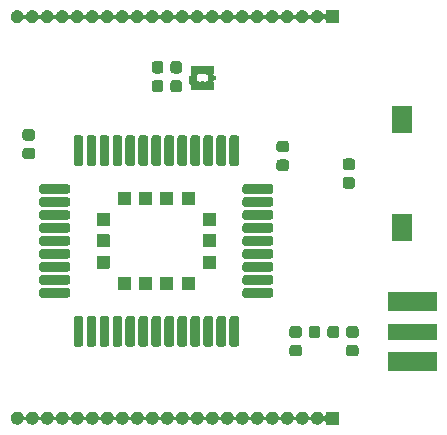
<source format=gbr>
G04 #@! TF.GenerationSoftware,KiCad,Pcbnew,5.99.0-unknown-fd0d5fd~86~ubuntu18.04.1*
G04 #@! TF.CreationDate,2020-01-16T10:32:26-05:00*
G04 #@! TF.ProjectId,bc26_module_board,62633236-5f6d-46f6-9475-6c655f626f61,rev?*
G04 #@! TF.SameCoordinates,Original*
G04 #@! TF.FileFunction,Soldermask,Top*
G04 #@! TF.FilePolarity,Negative*
%FSLAX46Y46*%
G04 Gerber Fmt 4.6, Leading zero omitted, Abs format (unit mm)*
G04 Created by KiCad (PCBNEW 5.99.0-unknown-fd0d5fd~86~ubuntu18.04.1) date 2020-01-16 10:32:26*
%MOMM*%
%LPD*%
G04 APERTURE LIST*
G04 APERTURE END LIST*
G36*
X99747381Y-106446783D02*
G01*
X99770734Y-106445314D01*
X99821992Y-106456209D01*
X99865218Y-106461670D01*
X99886974Y-106470021D01*
X99918399Y-106476701D01*
X99957154Y-106496961D01*
X99989724Y-106509464D01*
X100015993Y-106527721D01*
X100052185Y-106546642D01*
X100077727Y-106570628D01*
X100099239Y-106585579D01*
X100126134Y-106616086D01*
X100162233Y-106649985D01*
X100175865Y-106672494D01*
X100187430Y-106685612D01*
X100209778Y-106728359D01*
X100258673Y-106779055D01*
X100327214Y-106795268D01*
X100393640Y-106771852D01*
X100436862Y-106716241D01*
X100445552Y-106670447D01*
X100445552Y-106512312D01*
X100451959Y-106480101D01*
X100463231Y-106463231D01*
X100480101Y-106451959D01*
X100512312Y-106445552D01*
X101487688Y-106445552D01*
X101519899Y-106451959D01*
X101536769Y-106463231D01*
X101548041Y-106480101D01*
X101554448Y-106512312D01*
X101554448Y-107487688D01*
X101551999Y-107500000D01*
X101548041Y-107519899D01*
X101536769Y-107536769D01*
X101519899Y-107548041D01*
X101500000Y-107551999D01*
X101487688Y-107554448D01*
X100512312Y-107554448D01*
X100480101Y-107548041D01*
X100463231Y-107536769D01*
X100451959Y-107519899D01*
X100445552Y-107487688D01*
X100445552Y-107329059D01*
X100425709Y-107261479D01*
X100372479Y-107215356D01*
X100302764Y-107205332D01*
X100238696Y-107234591D01*
X100215689Y-107263058D01*
X100204512Y-107280669D01*
X100180748Y-107323897D01*
X100168908Y-107336772D01*
X100154808Y-107358991D01*
X100118006Y-107392128D01*
X100090478Y-107422064D01*
X100068657Y-107436562D01*
X100042620Y-107460006D01*
X100006045Y-107478162D01*
X99979394Y-107495869D01*
X99946565Y-107507688D01*
X99907399Y-107527130D01*
X99875839Y-107533150D01*
X99853916Y-107541043D01*
X99810593Y-107545597D01*
X99759108Y-107555418D01*
X99735787Y-107553460D01*
X99721284Y-107554984D01*
X99669548Y-107547897D01*
X99608673Y-107542785D01*
X99594937Y-107537677D01*
X99589150Y-107536884D01*
X99532595Y-107514492D01*
X99467177Y-107490163D01*
X99408252Y-107447352D01*
X99356441Y-107410532D01*
X99354537Y-107408326D01*
X99345044Y-107401429D01*
X99305302Y-107351287D01*
X99269300Y-107309579D01*
X99264001Y-107299179D01*
X99251272Y-107283119D01*
X99229840Y-107232135D01*
X99206252Y-107185840D01*
X99157891Y-107134634D01*
X99089524Y-107117704D01*
X99022856Y-107140423D01*
X98984701Y-107195101D01*
X98982284Y-107193772D01*
X98970780Y-107214697D01*
X98965699Y-107231527D01*
X98934510Y-107280673D01*
X98910747Y-107323898D01*
X98898908Y-107336772D01*
X98884808Y-107358991D01*
X98848006Y-107392128D01*
X98820478Y-107422064D01*
X98798657Y-107436562D01*
X98772620Y-107460006D01*
X98736045Y-107478162D01*
X98709394Y-107495869D01*
X98676565Y-107507688D01*
X98637399Y-107527130D01*
X98605839Y-107533150D01*
X98583916Y-107541043D01*
X98540593Y-107545597D01*
X98489108Y-107555418D01*
X98465787Y-107553460D01*
X98451284Y-107554984D01*
X98399548Y-107547897D01*
X98338673Y-107542785D01*
X98324937Y-107537677D01*
X98319150Y-107536884D01*
X98262595Y-107514492D01*
X98197177Y-107490163D01*
X98138252Y-107447352D01*
X98086441Y-107410532D01*
X98084537Y-107408326D01*
X98075044Y-107401429D01*
X98035302Y-107351287D01*
X97999300Y-107309579D01*
X97994001Y-107299179D01*
X97981272Y-107283119D01*
X97959840Y-107232135D01*
X97936252Y-107185840D01*
X97887891Y-107134634D01*
X97819524Y-107117704D01*
X97752856Y-107140423D01*
X97714701Y-107195101D01*
X97712284Y-107193772D01*
X97700780Y-107214697D01*
X97695699Y-107231527D01*
X97664510Y-107280673D01*
X97640747Y-107323898D01*
X97628908Y-107336772D01*
X97614808Y-107358991D01*
X97578006Y-107392128D01*
X97550478Y-107422064D01*
X97528657Y-107436562D01*
X97502620Y-107460006D01*
X97466045Y-107478162D01*
X97439394Y-107495869D01*
X97406565Y-107507688D01*
X97367399Y-107527130D01*
X97335839Y-107533150D01*
X97313916Y-107541043D01*
X97270593Y-107545597D01*
X97219108Y-107555418D01*
X97195787Y-107553460D01*
X97181284Y-107554984D01*
X97129548Y-107547897D01*
X97068673Y-107542785D01*
X97054937Y-107537677D01*
X97049150Y-107536884D01*
X96992595Y-107514492D01*
X96927177Y-107490163D01*
X96868252Y-107447352D01*
X96816441Y-107410532D01*
X96814537Y-107408326D01*
X96805044Y-107401429D01*
X96765302Y-107351287D01*
X96729300Y-107309579D01*
X96724001Y-107299179D01*
X96711272Y-107283119D01*
X96689840Y-107232135D01*
X96666252Y-107185840D01*
X96617891Y-107134634D01*
X96549524Y-107117704D01*
X96482856Y-107140423D01*
X96444701Y-107195101D01*
X96442284Y-107193772D01*
X96430780Y-107214697D01*
X96425699Y-107231527D01*
X96394510Y-107280673D01*
X96370747Y-107323898D01*
X96358908Y-107336772D01*
X96344808Y-107358991D01*
X96308006Y-107392128D01*
X96280478Y-107422064D01*
X96258657Y-107436562D01*
X96232620Y-107460006D01*
X96196045Y-107478162D01*
X96169394Y-107495869D01*
X96136565Y-107507688D01*
X96097399Y-107527130D01*
X96065839Y-107533150D01*
X96043916Y-107541043D01*
X96000593Y-107545597D01*
X95949108Y-107555418D01*
X95925787Y-107553460D01*
X95911284Y-107554984D01*
X95859548Y-107547897D01*
X95798673Y-107542785D01*
X95784937Y-107537677D01*
X95779150Y-107536884D01*
X95722595Y-107514492D01*
X95657177Y-107490163D01*
X95598252Y-107447352D01*
X95546441Y-107410532D01*
X95544537Y-107408326D01*
X95535044Y-107401429D01*
X95495302Y-107351287D01*
X95459300Y-107309579D01*
X95454001Y-107299179D01*
X95441272Y-107283119D01*
X95419840Y-107232135D01*
X95396252Y-107185840D01*
X95347891Y-107134634D01*
X95279524Y-107117704D01*
X95212856Y-107140423D01*
X95174701Y-107195101D01*
X95172284Y-107193772D01*
X95160780Y-107214697D01*
X95155699Y-107231527D01*
X95124510Y-107280673D01*
X95100747Y-107323898D01*
X95088908Y-107336772D01*
X95074808Y-107358991D01*
X95038006Y-107392128D01*
X95010478Y-107422064D01*
X94988657Y-107436562D01*
X94962620Y-107460006D01*
X94926045Y-107478162D01*
X94899394Y-107495869D01*
X94866565Y-107507688D01*
X94827399Y-107527130D01*
X94795839Y-107533150D01*
X94773916Y-107541043D01*
X94730593Y-107545597D01*
X94679108Y-107555418D01*
X94655787Y-107553460D01*
X94641284Y-107554984D01*
X94589548Y-107547897D01*
X94528673Y-107542785D01*
X94514937Y-107537677D01*
X94509150Y-107536884D01*
X94452595Y-107514492D01*
X94387177Y-107490163D01*
X94328252Y-107447352D01*
X94276441Y-107410532D01*
X94274537Y-107408326D01*
X94265044Y-107401429D01*
X94225302Y-107351287D01*
X94189300Y-107309579D01*
X94184001Y-107299179D01*
X94171272Y-107283119D01*
X94149840Y-107232135D01*
X94126252Y-107185840D01*
X94077891Y-107134634D01*
X94009524Y-107117704D01*
X93942856Y-107140423D01*
X93904701Y-107195101D01*
X93902284Y-107193772D01*
X93890780Y-107214697D01*
X93885699Y-107231527D01*
X93854510Y-107280673D01*
X93830747Y-107323898D01*
X93818908Y-107336772D01*
X93804808Y-107358991D01*
X93768006Y-107392128D01*
X93740478Y-107422064D01*
X93718657Y-107436562D01*
X93692620Y-107460006D01*
X93656045Y-107478162D01*
X93629394Y-107495869D01*
X93596565Y-107507688D01*
X93557399Y-107527130D01*
X93525839Y-107533150D01*
X93503916Y-107541043D01*
X93460593Y-107545597D01*
X93409108Y-107555418D01*
X93385787Y-107553460D01*
X93371284Y-107554984D01*
X93319548Y-107547897D01*
X93258673Y-107542785D01*
X93244937Y-107537677D01*
X93239150Y-107536884D01*
X93182595Y-107514492D01*
X93117177Y-107490163D01*
X93058252Y-107447352D01*
X93006441Y-107410532D01*
X93004537Y-107408326D01*
X92995044Y-107401429D01*
X92955302Y-107351287D01*
X92919300Y-107309579D01*
X92914001Y-107299179D01*
X92901272Y-107283119D01*
X92879840Y-107232135D01*
X92856252Y-107185840D01*
X92807891Y-107134634D01*
X92739524Y-107117704D01*
X92672856Y-107140423D01*
X92634701Y-107195101D01*
X92632284Y-107193772D01*
X92620780Y-107214697D01*
X92615699Y-107231527D01*
X92584510Y-107280673D01*
X92560747Y-107323898D01*
X92548908Y-107336772D01*
X92534808Y-107358991D01*
X92498006Y-107392128D01*
X92470478Y-107422064D01*
X92448657Y-107436562D01*
X92422620Y-107460006D01*
X92386045Y-107478162D01*
X92359394Y-107495869D01*
X92326565Y-107507688D01*
X92287399Y-107527130D01*
X92255839Y-107533150D01*
X92233916Y-107541043D01*
X92190593Y-107545597D01*
X92139108Y-107555418D01*
X92115787Y-107553460D01*
X92101284Y-107554984D01*
X92049548Y-107547897D01*
X91988673Y-107542785D01*
X91974937Y-107537677D01*
X91969150Y-107536884D01*
X91912595Y-107514492D01*
X91847177Y-107490163D01*
X91788252Y-107447352D01*
X91736441Y-107410532D01*
X91734537Y-107408326D01*
X91725044Y-107401429D01*
X91685302Y-107351287D01*
X91649300Y-107309579D01*
X91644001Y-107299179D01*
X91631272Y-107283119D01*
X91609840Y-107232135D01*
X91586252Y-107185840D01*
X91537891Y-107134634D01*
X91469524Y-107117704D01*
X91402856Y-107140423D01*
X91364701Y-107195101D01*
X91362284Y-107193772D01*
X91350780Y-107214697D01*
X91345699Y-107231527D01*
X91314510Y-107280673D01*
X91290747Y-107323898D01*
X91278908Y-107336772D01*
X91264808Y-107358991D01*
X91228006Y-107392128D01*
X91200478Y-107422064D01*
X91178657Y-107436562D01*
X91152620Y-107460006D01*
X91116045Y-107478162D01*
X91089394Y-107495869D01*
X91056565Y-107507688D01*
X91017399Y-107527130D01*
X90985839Y-107533150D01*
X90963916Y-107541043D01*
X90920593Y-107545597D01*
X90869108Y-107555418D01*
X90845787Y-107553460D01*
X90831284Y-107554984D01*
X90779548Y-107547897D01*
X90718673Y-107542785D01*
X90704937Y-107537677D01*
X90699150Y-107536884D01*
X90642595Y-107514492D01*
X90577177Y-107490163D01*
X90518252Y-107447352D01*
X90466441Y-107410532D01*
X90464537Y-107408326D01*
X90455044Y-107401429D01*
X90415302Y-107351287D01*
X90379300Y-107309579D01*
X90374001Y-107299179D01*
X90361272Y-107283119D01*
X90339840Y-107232135D01*
X90316252Y-107185840D01*
X90267891Y-107134634D01*
X90199524Y-107117704D01*
X90132856Y-107140423D01*
X90094701Y-107195101D01*
X90092284Y-107193772D01*
X90080780Y-107214697D01*
X90075699Y-107231527D01*
X90044510Y-107280673D01*
X90020747Y-107323898D01*
X90008908Y-107336772D01*
X89994808Y-107358991D01*
X89958006Y-107392128D01*
X89930478Y-107422064D01*
X89908657Y-107436562D01*
X89882620Y-107460006D01*
X89846045Y-107478162D01*
X89819394Y-107495869D01*
X89786565Y-107507688D01*
X89747399Y-107527130D01*
X89715839Y-107533150D01*
X89693916Y-107541043D01*
X89650593Y-107545597D01*
X89599108Y-107555418D01*
X89575787Y-107553460D01*
X89561284Y-107554984D01*
X89509548Y-107547897D01*
X89448673Y-107542785D01*
X89434937Y-107537677D01*
X89429150Y-107536884D01*
X89372595Y-107514492D01*
X89307177Y-107490163D01*
X89248252Y-107447352D01*
X89196441Y-107410532D01*
X89194537Y-107408326D01*
X89185044Y-107401429D01*
X89145302Y-107351287D01*
X89109300Y-107309579D01*
X89104001Y-107299179D01*
X89091272Y-107283119D01*
X89069840Y-107232135D01*
X89046252Y-107185840D01*
X88997891Y-107134634D01*
X88929524Y-107117704D01*
X88862856Y-107140423D01*
X88824701Y-107195101D01*
X88822284Y-107193772D01*
X88810780Y-107214697D01*
X88805699Y-107231527D01*
X88774510Y-107280673D01*
X88750747Y-107323898D01*
X88738908Y-107336772D01*
X88724808Y-107358991D01*
X88688006Y-107392128D01*
X88660478Y-107422064D01*
X88638657Y-107436562D01*
X88612620Y-107460006D01*
X88576045Y-107478162D01*
X88549394Y-107495869D01*
X88516565Y-107507688D01*
X88477399Y-107527130D01*
X88445839Y-107533150D01*
X88423916Y-107541043D01*
X88380593Y-107545597D01*
X88329108Y-107555418D01*
X88305787Y-107553460D01*
X88291284Y-107554984D01*
X88239548Y-107547897D01*
X88178673Y-107542785D01*
X88164937Y-107537677D01*
X88159150Y-107536884D01*
X88102595Y-107514492D01*
X88037177Y-107490163D01*
X87978252Y-107447352D01*
X87926441Y-107410532D01*
X87924537Y-107408326D01*
X87915044Y-107401429D01*
X87875302Y-107351287D01*
X87839300Y-107309579D01*
X87834001Y-107299179D01*
X87821272Y-107283119D01*
X87799840Y-107232135D01*
X87776252Y-107185840D01*
X87727891Y-107134634D01*
X87659524Y-107117704D01*
X87592856Y-107140423D01*
X87554701Y-107195101D01*
X87552284Y-107193772D01*
X87540780Y-107214697D01*
X87535699Y-107231527D01*
X87504510Y-107280673D01*
X87480747Y-107323898D01*
X87468908Y-107336772D01*
X87454808Y-107358991D01*
X87418006Y-107392128D01*
X87390478Y-107422064D01*
X87368657Y-107436562D01*
X87342620Y-107460006D01*
X87306045Y-107478162D01*
X87279394Y-107495869D01*
X87246565Y-107507688D01*
X87207399Y-107527130D01*
X87175839Y-107533150D01*
X87153916Y-107541043D01*
X87110593Y-107545597D01*
X87059108Y-107555418D01*
X87035787Y-107553460D01*
X87021284Y-107554984D01*
X86969548Y-107547897D01*
X86908673Y-107542785D01*
X86894937Y-107537677D01*
X86889150Y-107536884D01*
X86832595Y-107514492D01*
X86767177Y-107490163D01*
X86708252Y-107447352D01*
X86656441Y-107410532D01*
X86654537Y-107408326D01*
X86645044Y-107401429D01*
X86605302Y-107351287D01*
X86569300Y-107309579D01*
X86564001Y-107299179D01*
X86551272Y-107283119D01*
X86529840Y-107232135D01*
X86506252Y-107185840D01*
X86457891Y-107134634D01*
X86389524Y-107117704D01*
X86322856Y-107140423D01*
X86284701Y-107195101D01*
X86282284Y-107193772D01*
X86270780Y-107214697D01*
X86265699Y-107231527D01*
X86234510Y-107280673D01*
X86210747Y-107323898D01*
X86198908Y-107336772D01*
X86184808Y-107358991D01*
X86148006Y-107392128D01*
X86120478Y-107422064D01*
X86098657Y-107436562D01*
X86072620Y-107460006D01*
X86036045Y-107478162D01*
X86009394Y-107495869D01*
X85976565Y-107507688D01*
X85937399Y-107527130D01*
X85905839Y-107533150D01*
X85883916Y-107541043D01*
X85840593Y-107545597D01*
X85789108Y-107555418D01*
X85765787Y-107553460D01*
X85751284Y-107554984D01*
X85699548Y-107547897D01*
X85638673Y-107542785D01*
X85624937Y-107537677D01*
X85619150Y-107536884D01*
X85562595Y-107514492D01*
X85497177Y-107490163D01*
X85438252Y-107447352D01*
X85386441Y-107410532D01*
X85384537Y-107408326D01*
X85375044Y-107401429D01*
X85335302Y-107351287D01*
X85299300Y-107309579D01*
X85294001Y-107299179D01*
X85281272Y-107283119D01*
X85259840Y-107232135D01*
X85236252Y-107185840D01*
X85187891Y-107134634D01*
X85119524Y-107117704D01*
X85052856Y-107140423D01*
X85014701Y-107195101D01*
X85012284Y-107193772D01*
X85000780Y-107214697D01*
X84995699Y-107231527D01*
X84964510Y-107280673D01*
X84940747Y-107323898D01*
X84928908Y-107336772D01*
X84914808Y-107358991D01*
X84878006Y-107392128D01*
X84850478Y-107422064D01*
X84828657Y-107436562D01*
X84802620Y-107460006D01*
X84766045Y-107478162D01*
X84739394Y-107495869D01*
X84706565Y-107507688D01*
X84667399Y-107527130D01*
X84635839Y-107533150D01*
X84613916Y-107541043D01*
X84570593Y-107545597D01*
X84519108Y-107555418D01*
X84495787Y-107553460D01*
X84481284Y-107554984D01*
X84429548Y-107547897D01*
X84368673Y-107542785D01*
X84354937Y-107537677D01*
X84349150Y-107536884D01*
X84292595Y-107514492D01*
X84227177Y-107490163D01*
X84168252Y-107447352D01*
X84116441Y-107410532D01*
X84114537Y-107408326D01*
X84105044Y-107401429D01*
X84065302Y-107351287D01*
X84029300Y-107309579D01*
X84024001Y-107299179D01*
X84011272Y-107283119D01*
X83989840Y-107232135D01*
X83966252Y-107185840D01*
X83917891Y-107134634D01*
X83849524Y-107117704D01*
X83782856Y-107140423D01*
X83744701Y-107195101D01*
X83742284Y-107193772D01*
X83730780Y-107214697D01*
X83725699Y-107231527D01*
X83694510Y-107280673D01*
X83670747Y-107323898D01*
X83658908Y-107336772D01*
X83644808Y-107358991D01*
X83608006Y-107392128D01*
X83580478Y-107422064D01*
X83558657Y-107436562D01*
X83532620Y-107460006D01*
X83496045Y-107478162D01*
X83469394Y-107495869D01*
X83436565Y-107507688D01*
X83397399Y-107527130D01*
X83365839Y-107533150D01*
X83343916Y-107541043D01*
X83300593Y-107545597D01*
X83249108Y-107555418D01*
X83225787Y-107553460D01*
X83211284Y-107554984D01*
X83159548Y-107547897D01*
X83098673Y-107542785D01*
X83084937Y-107537677D01*
X83079150Y-107536884D01*
X83022595Y-107514492D01*
X82957177Y-107490163D01*
X82898252Y-107447352D01*
X82846441Y-107410532D01*
X82844537Y-107408326D01*
X82835044Y-107401429D01*
X82795302Y-107351287D01*
X82759300Y-107309579D01*
X82754001Y-107299179D01*
X82741272Y-107283119D01*
X82719840Y-107232135D01*
X82696252Y-107185840D01*
X82647891Y-107134634D01*
X82579524Y-107117704D01*
X82512856Y-107140423D01*
X82474701Y-107195101D01*
X82472284Y-107193772D01*
X82460780Y-107214697D01*
X82455699Y-107231527D01*
X82424510Y-107280673D01*
X82400747Y-107323898D01*
X82388908Y-107336772D01*
X82374808Y-107358991D01*
X82338006Y-107392128D01*
X82310478Y-107422064D01*
X82288657Y-107436562D01*
X82262620Y-107460006D01*
X82226045Y-107478162D01*
X82199394Y-107495869D01*
X82166565Y-107507688D01*
X82127399Y-107527130D01*
X82095839Y-107533150D01*
X82073916Y-107541043D01*
X82030593Y-107545597D01*
X81979108Y-107555418D01*
X81955787Y-107553460D01*
X81941284Y-107554984D01*
X81889548Y-107547897D01*
X81828673Y-107542785D01*
X81814937Y-107537677D01*
X81809150Y-107536884D01*
X81752595Y-107514492D01*
X81687177Y-107490163D01*
X81628252Y-107447352D01*
X81576441Y-107410532D01*
X81574537Y-107408326D01*
X81565044Y-107401429D01*
X81525302Y-107351287D01*
X81489300Y-107309579D01*
X81484001Y-107299179D01*
X81471272Y-107283119D01*
X81449840Y-107232135D01*
X81426252Y-107185840D01*
X81377891Y-107134634D01*
X81309524Y-107117704D01*
X81242856Y-107140423D01*
X81204701Y-107195101D01*
X81202284Y-107193772D01*
X81190780Y-107214697D01*
X81185699Y-107231527D01*
X81154510Y-107280673D01*
X81130747Y-107323898D01*
X81118908Y-107336772D01*
X81104808Y-107358991D01*
X81068006Y-107392128D01*
X81040478Y-107422064D01*
X81018657Y-107436562D01*
X80992620Y-107460006D01*
X80956045Y-107478162D01*
X80929394Y-107495869D01*
X80896565Y-107507688D01*
X80857399Y-107527130D01*
X80825839Y-107533150D01*
X80803916Y-107541043D01*
X80760593Y-107545597D01*
X80709108Y-107555418D01*
X80685787Y-107553460D01*
X80671284Y-107554984D01*
X80619548Y-107547897D01*
X80558673Y-107542785D01*
X80544937Y-107537677D01*
X80539150Y-107536884D01*
X80482595Y-107514492D01*
X80417177Y-107490163D01*
X80358252Y-107447352D01*
X80306441Y-107410532D01*
X80304537Y-107408326D01*
X80295044Y-107401429D01*
X80255302Y-107351287D01*
X80219300Y-107309579D01*
X80214001Y-107299179D01*
X80201272Y-107283119D01*
X80179840Y-107232135D01*
X80156252Y-107185840D01*
X80107891Y-107134634D01*
X80039524Y-107117704D01*
X79972856Y-107140423D01*
X79934701Y-107195101D01*
X79932284Y-107193772D01*
X79920780Y-107214697D01*
X79915699Y-107231527D01*
X79884510Y-107280673D01*
X79860747Y-107323898D01*
X79848908Y-107336772D01*
X79834808Y-107358991D01*
X79798006Y-107392128D01*
X79770478Y-107422064D01*
X79748657Y-107436562D01*
X79722620Y-107460006D01*
X79686045Y-107478162D01*
X79659394Y-107495869D01*
X79626565Y-107507688D01*
X79587399Y-107527130D01*
X79555839Y-107533150D01*
X79533916Y-107541043D01*
X79490593Y-107545597D01*
X79439108Y-107555418D01*
X79415787Y-107553460D01*
X79401284Y-107554984D01*
X79349548Y-107547897D01*
X79288673Y-107542785D01*
X79274937Y-107537677D01*
X79269150Y-107536884D01*
X79212595Y-107514492D01*
X79147177Y-107490163D01*
X79088252Y-107447352D01*
X79036441Y-107410532D01*
X79034537Y-107408326D01*
X79025044Y-107401429D01*
X78985302Y-107351287D01*
X78949300Y-107309579D01*
X78944001Y-107299179D01*
X78931272Y-107283119D01*
X78909840Y-107232135D01*
X78886252Y-107185840D01*
X78837891Y-107134634D01*
X78769524Y-107117704D01*
X78702856Y-107140423D01*
X78664701Y-107195101D01*
X78662284Y-107193772D01*
X78650780Y-107214697D01*
X78645699Y-107231527D01*
X78614510Y-107280673D01*
X78590747Y-107323898D01*
X78578908Y-107336772D01*
X78564808Y-107358991D01*
X78528006Y-107392128D01*
X78500478Y-107422064D01*
X78478657Y-107436562D01*
X78452620Y-107460006D01*
X78416045Y-107478162D01*
X78389394Y-107495869D01*
X78356565Y-107507688D01*
X78317399Y-107527130D01*
X78285839Y-107533150D01*
X78263916Y-107541043D01*
X78220593Y-107545597D01*
X78169108Y-107555418D01*
X78145787Y-107553460D01*
X78131284Y-107554984D01*
X78079548Y-107547897D01*
X78018673Y-107542785D01*
X78004937Y-107537677D01*
X77999150Y-107536884D01*
X77942595Y-107514492D01*
X77877177Y-107490163D01*
X77818252Y-107447352D01*
X77766441Y-107410532D01*
X77764537Y-107408326D01*
X77755044Y-107401429D01*
X77715302Y-107351287D01*
X77679300Y-107309579D01*
X77674001Y-107299179D01*
X77661272Y-107283119D01*
X77639840Y-107232135D01*
X77616252Y-107185840D01*
X77567891Y-107134634D01*
X77499524Y-107117704D01*
X77432856Y-107140423D01*
X77394701Y-107195101D01*
X77392284Y-107193772D01*
X77380780Y-107214697D01*
X77375699Y-107231527D01*
X77344510Y-107280673D01*
X77320747Y-107323898D01*
X77308908Y-107336772D01*
X77294808Y-107358991D01*
X77258006Y-107392128D01*
X77230478Y-107422064D01*
X77208657Y-107436562D01*
X77182620Y-107460006D01*
X77146045Y-107478162D01*
X77119394Y-107495869D01*
X77086565Y-107507688D01*
X77047399Y-107527130D01*
X77015839Y-107533150D01*
X76993916Y-107541043D01*
X76950593Y-107545597D01*
X76899108Y-107555418D01*
X76875787Y-107553460D01*
X76861284Y-107554984D01*
X76809548Y-107547897D01*
X76748673Y-107542785D01*
X76734937Y-107537677D01*
X76729150Y-107536884D01*
X76672595Y-107514492D01*
X76607177Y-107490163D01*
X76548252Y-107447352D01*
X76496441Y-107410532D01*
X76494537Y-107408326D01*
X76485044Y-107401429D01*
X76445302Y-107351287D01*
X76409300Y-107309579D01*
X76404001Y-107299179D01*
X76391272Y-107283119D01*
X76369840Y-107232135D01*
X76346252Y-107185840D01*
X76297891Y-107134634D01*
X76229524Y-107117704D01*
X76162856Y-107140423D01*
X76124701Y-107195101D01*
X76122284Y-107193772D01*
X76110780Y-107214697D01*
X76105699Y-107231527D01*
X76074510Y-107280673D01*
X76050747Y-107323898D01*
X76038908Y-107336772D01*
X76024808Y-107358991D01*
X75988006Y-107392128D01*
X75960478Y-107422064D01*
X75938657Y-107436562D01*
X75912620Y-107460006D01*
X75876045Y-107478162D01*
X75849394Y-107495869D01*
X75816565Y-107507688D01*
X75777399Y-107527130D01*
X75745839Y-107533150D01*
X75723916Y-107541043D01*
X75680593Y-107545597D01*
X75629108Y-107555418D01*
X75605787Y-107553460D01*
X75591284Y-107554984D01*
X75539548Y-107547897D01*
X75478673Y-107542785D01*
X75464937Y-107537677D01*
X75459150Y-107536884D01*
X75402595Y-107514492D01*
X75337177Y-107490163D01*
X75278252Y-107447352D01*
X75226441Y-107410532D01*
X75224537Y-107408326D01*
X75215044Y-107401429D01*
X75175302Y-107351287D01*
X75139300Y-107309579D01*
X75134001Y-107299179D01*
X75121272Y-107283119D01*
X75099840Y-107232135D01*
X75076252Y-107185840D01*
X75027891Y-107134634D01*
X74959524Y-107117704D01*
X74892856Y-107140423D01*
X74854701Y-107195101D01*
X74852284Y-107193772D01*
X74840780Y-107214697D01*
X74835699Y-107231527D01*
X74804510Y-107280673D01*
X74780747Y-107323898D01*
X74768908Y-107336772D01*
X74754808Y-107358991D01*
X74718006Y-107392128D01*
X74690478Y-107422064D01*
X74668657Y-107436562D01*
X74642620Y-107460006D01*
X74606045Y-107478162D01*
X74579394Y-107495869D01*
X74546565Y-107507688D01*
X74507399Y-107527130D01*
X74475839Y-107533150D01*
X74453916Y-107541043D01*
X74410593Y-107545597D01*
X74359108Y-107555418D01*
X74335787Y-107553460D01*
X74321284Y-107554984D01*
X74269548Y-107547897D01*
X74208673Y-107542785D01*
X74194937Y-107537677D01*
X74189150Y-107536884D01*
X74132595Y-107514492D01*
X74067177Y-107490163D01*
X74008252Y-107447352D01*
X73956441Y-107410532D01*
X73954537Y-107408326D01*
X73945044Y-107401429D01*
X73905302Y-107351287D01*
X73869300Y-107309579D01*
X73864001Y-107299179D01*
X73851272Y-107283119D01*
X73829838Y-107232129D01*
X73808754Y-107190749D01*
X73804096Y-107170892D01*
X73792771Y-107143950D01*
X73786928Y-107097696D01*
X73778299Y-107060909D01*
X73778604Y-107031808D01*
X73773850Y-106994176D01*
X73779392Y-106956647D01*
X73779697Y-106927552D01*
X73789092Y-106890961D01*
X73795904Y-106844831D01*
X73807791Y-106818132D01*
X73812864Y-106798375D01*
X73834815Y-106757436D01*
X73857307Y-106706918D01*
X73870366Y-106691132D01*
X73875883Y-106680843D01*
X73912753Y-106639895D01*
X73953535Y-106590598D01*
X73963171Y-106583901D01*
X73965122Y-106581734D01*
X74017700Y-106546002D01*
X74077500Y-106504440D01*
X74143435Y-106481479D01*
X74200424Y-106460285D01*
X74206223Y-106459614D01*
X74220067Y-106454793D01*
X74281037Y-106450957D01*
X74332909Y-106444955D01*
X74347381Y-106446783D01*
X74370734Y-106445314D01*
X74421992Y-106456209D01*
X74465218Y-106461670D01*
X74486974Y-106470021D01*
X74518399Y-106476701D01*
X74557154Y-106496961D01*
X74589724Y-106509464D01*
X74615993Y-106527721D01*
X74652185Y-106546642D01*
X74677727Y-106570628D01*
X74699239Y-106585579D01*
X74726135Y-106616086D01*
X74762233Y-106649985D01*
X74775865Y-106672493D01*
X74787433Y-106685615D01*
X74810288Y-106729333D01*
X74840437Y-106779114D01*
X74845164Y-106796043D01*
X74854110Y-106813156D01*
X74903004Y-106863852D01*
X74971545Y-106880065D01*
X75037971Y-106856649D01*
X75070536Y-106808930D01*
X75075715Y-106811707D01*
X75104816Y-106757433D01*
X75127307Y-106706918D01*
X75140366Y-106691132D01*
X75145883Y-106680843D01*
X75182753Y-106639895D01*
X75223535Y-106590598D01*
X75233171Y-106583901D01*
X75235122Y-106581734D01*
X75287700Y-106546002D01*
X75347500Y-106504440D01*
X75413435Y-106481479D01*
X75470424Y-106460285D01*
X75476223Y-106459614D01*
X75490067Y-106454793D01*
X75551037Y-106450957D01*
X75602909Y-106444955D01*
X75617381Y-106446783D01*
X75640734Y-106445314D01*
X75691992Y-106456209D01*
X75735218Y-106461670D01*
X75756974Y-106470021D01*
X75788399Y-106476701D01*
X75827154Y-106496961D01*
X75859724Y-106509464D01*
X75885993Y-106527721D01*
X75922185Y-106546642D01*
X75947727Y-106570628D01*
X75969239Y-106585579D01*
X75996135Y-106616086D01*
X76032233Y-106649985D01*
X76045865Y-106672493D01*
X76057433Y-106685615D01*
X76080288Y-106729333D01*
X76110437Y-106779114D01*
X76115164Y-106796043D01*
X76124110Y-106813156D01*
X76173004Y-106863852D01*
X76241545Y-106880065D01*
X76307971Y-106856649D01*
X76340536Y-106808930D01*
X76345715Y-106811707D01*
X76374816Y-106757433D01*
X76397307Y-106706918D01*
X76410366Y-106691132D01*
X76415883Y-106680843D01*
X76452753Y-106639895D01*
X76493535Y-106590598D01*
X76503171Y-106583901D01*
X76505122Y-106581734D01*
X76557700Y-106546002D01*
X76617500Y-106504440D01*
X76683435Y-106481479D01*
X76740424Y-106460285D01*
X76746223Y-106459614D01*
X76760067Y-106454793D01*
X76821037Y-106450957D01*
X76872909Y-106444955D01*
X76887381Y-106446783D01*
X76910734Y-106445314D01*
X76961992Y-106456209D01*
X77005218Y-106461670D01*
X77026974Y-106470021D01*
X77058399Y-106476701D01*
X77097154Y-106496961D01*
X77129724Y-106509464D01*
X77155993Y-106527721D01*
X77192185Y-106546642D01*
X77217727Y-106570628D01*
X77239239Y-106585579D01*
X77266135Y-106616086D01*
X77302233Y-106649985D01*
X77315865Y-106672493D01*
X77327433Y-106685615D01*
X77350288Y-106729333D01*
X77380437Y-106779114D01*
X77385164Y-106796043D01*
X77394110Y-106813156D01*
X77443004Y-106863852D01*
X77511545Y-106880065D01*
X77577971Y-106856649D01*
X77610536Y-106808930D01*
X77615715Y-106811707D01*
X77644816Y-106757433D01*
X77667307Y-106706918D01*
X77680366Y-106691132D01*
X77685883Y-106680843D01*
X77722753Y-106639895D01*
X77763535Y-106590598D01*
X77773171Y-106583901D01*
X77775122Y-106581734D01*
X77827700Y-106546002D01*
X77887500Y-106504440D01*
X77953435Y-106481479D01*
X78010424Y-106460285D01*
X78016223Y-106459614D01*
X78030067Y-106454793D01*
X78091037Y-106450957D01*
X78142909Y-106444955D01*
X78157381Y-106446783D01*
X78180734Y-106445314D01*
X78231992Y-106456209D01*
X78275218Y-106461670D01*
X78296974Y-106470021D01*
X78328399Y-106476701D01*
X78367154Y-106496961D01*
X78399724Y-106509464D01*
X78425993Y-106527721D01*
X78462185Y-106546642D01*
X78487727Y-106570628D01*
X78509239Y-106585579D01*
X78536135Y-106616086D01*
X78572233Y-106649985D01*
X78585865Y-106672493D01*
X78597433Y-106685615D01*
X78620288Y-106729333D01*
X78650437Y-106779114D01*
X78655164Y-106796043D01*
X78664110Y-106813156D01*
X78713004Y-106863852D01*
X78781545Y-106880065D01*
X78847971Y-106856649D01*
X78880536Y-106808930D01*
X78885715Y-106811707D01*
X78914816Y-106757433D01*
X78937307Y-106706918D01*
X78950366Y-106691132D01*
X78955883Y-106680843D01*
X78992753Y-106639895D01*
X79033535Y-106590598D01*
X79043171Y-106583901D01*
X79045122Y-106581734D01*
X79097700Y-106546002D01*
X79157500Y-106504440D01*
X79223435Y-106481479D01*
X79280424Y-106460285D01*
X79286223Y-106459614D01*
X79300067Y-106454793D01*
X79361037Y-106450957D01*
X79412909Y-106444955D01*
X79427381Y-106446783D01*
X79450734Y-106445314D01*
X79501992Y-106456209D01*
X79545218Y-106461670D01*
X79566974Y-106470021D01*
X79598399Y-106476701D01*
X79637154Y-106496961D01*
X79669724Y-106509464D01*
X79695993Y-106527721D01*
X79732185Y-106546642D01*
X79757727Y-106570628D01*
X79779239Y-106585579D01*
X79806135Y-106616086D01*
X79842233Y-106649985D01*
X79855865Y-106672493D01*
X79867433Y-106685615D01*
X79890288Y-106729333D01*
X79920437Y-106779114D01*
X79925164Y-106796043D01*
X79934110Y-106813156D01*
X79983004Y-106863852D01*
X80051545Y-106880065D01*
X80117971Y-106856649D01*
X80150536Y-106808930D01*
X80155715Y-106811707D01*
X80184816Y-106757433D01*
X80207307Y-106706918D01*
X80220366Y-106691132D01*
X80225883Y-106680843D01*
X80262753Y-106639895D01*
X80303535Y-106590598D01*
X80313171Y-106583901D01*
X80315122Y-106581734D01*
X80367700Y-106546002D01*
X80427500Y-106504440D01*
X80493435Y-106481479D01*
X80550424Y-106460285D01*
X80556223Y-106459614D01*
X80570067Y-106454793D01*
X80631037Y-106450957D01*
X80682909Y-106444955D01*
X80697381Y-106446783D01*
X80720734Y-106445314D01*
X80771992Y-106456209D01*
X80815218Y-106461670D01*
X80836974Y-106470021D01*
X80868399Y-106476701D01*
X80907154Y-106496961D01*
X80939724Y-106509464D01*
X80965993Y-106527721D01*
X81002185Y-106546642D01*
X81027727Y-106570628D01*
X81049239Y-106585579D01*
X81076135Y-106616086D01*
X81112233Y-106649985D01*
X81125865Y-106672493D01*
X81137433Y-106685615D01*
X81160288Y-106729333D01*
X81190437Y-106779114D01*
X81195164Y-106796043D01*
X81204110Y-106813156D01*
X81253004Y-106863852D01*
X81321545Y-106880065D01*
X81387971Y-106856649D01*
X81420536Y-106808930D01*
X81425715Y-106811707D01*
X81454816Y-106757433D01*
X81477307Y-106706918D01*
X81490366Y-106691132D01*
X81495883Y-106680843D01*
X81532753Y-106639895D01*
X81573535Y-106590598D01*
X81583171Y-106583901D01*
X81585122Y-106581734D01*
X81637700Y-106546002D01*
X81697500Y-106504440D01*
X81763435Y-106481479D01*
X81820424Y-106460285D01*
X81826223Y-106459614D01*
X81840067Y-106454793D01*
X81901037Y-106450957D01*
X81952909Y-106444955D01*
X81967381Y-106446783D01*
X81990734Y-106445314D01*
X82041992Y-106456209D01*
X82085218Y-106461670D01*
X82106974Y-106470021D01*
X82138399Y-106476701D01*
X82177154Y-106496961D01*
X82209724Y-106509464D01*
X82235993Y-106527721D01*
X82272185Y-106546642D01*
X82297727Y-106570628D01*
X82319239Y-106585579D01*
X82346135Y-106616086D01*
X82382233Y-106649985D01*
X82395865Y-106672493D01*
X82407433Y-106685615D01*
X82430288Y-106729333D01*
X82460437Y-106779114D01*
X82465164Y-106796043D01*
X82474110Y-106813156D01*
X82523004Y-106863852D01*
X82591545Y-106880065D01*
X82657971Y-106856649D01*
X82690536Y-106808930D01*
X82695715Y-106811707D01*
X82724816Y-106757433D01*
X82747307Y-106706918D01*
X82760366Y-106691132D01*
X82765883Y-106680843D01*
X82802753Y-106639895D01*
X82843535Y-106590598D01*
X82853171Y-106583901D01*
X82855122Y-106581734D01*
X82907700Y-106546002D01*
X82967500Y-106504440D01*
X83033435Y-106481479D01*
X83090424Y-106460285D01*
X83096223Y-106459614D01*
X83110067Y-106454793D01*
X83171037Y-106450957D01*
X83222909Y-106444955D01*
X83237381Y-106446783D01*
X83260734Y-106445314D01*
X83311992Y-106456209D01*
X83355218Y-106461670D01*
X83376974Y-106470021D01*
X83408399Y-106476701D01*
X83447154Y-106496961D01*
X83479724Y-106509464D01*
X83505993Y-106527721D01*
X83542185Y-106546642D01*
X83567727Y-106570628D01*
X83589239Y-106585579D01*
X83616135Y-106616086D01*
X83652233Y-106649985D01*
X83665865Y-106672493D01*
X83677433Y-106685615D01*
X83700288Y-106729333D01*
X83730437Y-106779114D01*
X83735164Y-106796043D01*
X83744110Y-106813156D01*
X83793004Y-106863852D01*
X83861545Y-106880065D01*
X83927971Y-106856649D01*
X83960536Y-106808930D01*
X83965715Y-106811707D01*
X83994816Y-106757433D01*
X84017307Y-106706918D01*
X84030366Y-106691132D01*
X84035883Y-106680843D01*
X84072753Y-106639895D01*
X84113535Y-106590598D01*
X84123171Y-106583901D01*
X84125122Y-106581734D01*
X84177700Y-106546002D01*
X84237500Y-106504440D01*
X84303435Y-106481479D01*
X84360424Y-106460285D01*
X84366223Y-106459614D01*
X84380067Y-106454793D01*
X84441037Y-106450957D01*
X84492909Y-106444955D01*
X84507381Y-106446783D01*
X84530734Y-106445314D01*
X84581992Y-106456209D01*
X84625218Y-106461670D01*
X84646974Y-106470021D01*
X84678399Y-106476701D01*
X84717154Y-106496961D01*
X84749724Y-106509464D01*
X84775993Y-106527721D01*
X84812185Y-106546642D01*
X84837727Y-106570628D01*
X84859239Y-106585579D01*
X84886135Y-106616086D01*
X84922233Y-106649985D01*
X84935865Y-106672493D01*
X84947433Y-106685615D01*
X84970288Y-106729333D01*
X85000437Y-106779114D01*
X85005164Y-106796043D01*
X85014110Y-106813156D01*
X85063004Y-106863852D01*
X85131545Y-106880065D01*
X85197971Y-106856649D01*
X85230536Y-106808930D01*
X85235715Y-106811707D01*
X85264816Y-106757433D01*
X85287307Y-106706918D01*
X85300366Y-106691132D01*
X85305883Y-106680843D01*
X85342753Y-106639895D01*
X85383535Y-106590598D01*
X85393171Y-106583901D01*
X85395122Y-106581734D01*
X85447700Y-106546002D01*
X85507500Y-106504440D01*
X85573435Y-106481479D01*
X85630424Y-106460285D01*
X85636223Y-106459614D01*
X85650067Y-106454793D01*
X85711037Y-106450957D01*
X85762909Y-106444955D01*
X85777381Y-106446783D01*
X85800734Y-106445314D01*
X85851992Y-106456209D01*
X85895218Y-106461670D01*
X85916974Y-106470021D01*
X85948399Y-106476701D01*
X85987154Y-106496961D01*
X86019724Y-106509464D01*
X86045993Y-106527721D01*
X86082185Y-106546642D01*
X86107727Y-106570628D01*
X86129239Y-106585579D01*
X86156135Y-106616086D01*
X86192233Y-106649985D01*
X86205865Y-106672493D01*
X86217433Y-106685615D01*
X86240288Y-106729333D01*
X86270437Y-106779114D01*
X86275164Y-106796043D01*
X86284110Y-106813156D01*
X86333004Y-106863852D01*
X86401545Y-106880065D01*
X86467971Y-106856649D01*
X86500536Y-106808930D01*
X86505715Y-106811707D01*
X86534816Y-106757433D01*
X86557307Y-106706918D01*
X86570366Y-106691132D01*
X86575883Y-106680843D01*
X86612753Y-106639895D01*
X86653535Y-106590598D01*
X86663171Y-106583901D01*
X86665122Y-106581734D01*
X86717700Y-106546002D01*
X86777500Y-106504440D01*
X86843435Y-106481479D01*
X86900424Y-106460285D01*
X86906223Y-106459614D01*
X86920067Y-106454793D01*
X86981037Y-106450957D01*
X87032909Y-106444955D01*
X87047381Y-106446783D01*
X87070734Y-106445314D01*
X87121992Y-106456209D01*
X87165218Y-106461670D01*
X87186974Y-106470021D01*
X87218399Y-106476701D01*
X87257154Y-106496961D01*
X87289724Y-106509464D01*
X87315993Y-106527721D01*
X87352185Y-106546642D01*
X87377727Y-106570628D01*
X87399239Y-106585579D01*
X87426135Y-106616086D01*
X87462233Y-106649985D01*
X87475865Y-106672493D01*
X87487433Y-106685615D01*
X87510288Y-106729333D01*
X87540437Y-106779114D01*
X87545164Y-106796043D01*
X87554110Y-106813156D01*
X87603004Y-106863852D01*
X87671545Y-106880065D01*
X87737971Y-106856649D01*
X87770536Y-106808930D01*
X87775715Y-106811707D01*
X87804816Y-106757433D01*
X87827307Y-106706918D01*
X87840366Y-106691132D01*
X87845883Y-106680843D01*
X87882753Y-106639895D01*
X87923535Y-106590598D01*
X87933171Y-106583901D01*
X87935122Y-106581734D01*
X87987700Y-106546002D01*
X88047500Y-106504440D01*
X88113435Y-106481479D01*
X88170424Y-106460285D01*
X88176223Y-106459614D01*
X88190067Y-106454793D01*
X88251037Y-106450957D01*
X88302909Y-106444955D01*
X88317381Y-106446783D01*
X88340734Y-106445314D01*
X88391992Y-106456209D01*
X88435218Y-106461670D01*
X88456974Y-106470021D01*
X88488399Y-106476701D01*
X88527154Y-106496961D01*
X88559724Y-106509464D01*
X88585993Y-106527721D01*
X88622185Y-106546642D01*
X88647727Y-106570628D01*
X88669239Y-106585579D01*
X88696135Y-106616086D01*
X88732233Y-106649985D01*
X88745865Y-106672493D01*
X88757433Y-106685615D01*
X88780288Y-106729333D01*
X88810437Y-106779114D01*
X88815164Y-106796043D01*
X88824110Y-106813156D01*
X88873004Y-106863852D01*
X88941545Y-106880065D01*
X89007971Y-106856649D01*
X89040536Y-106808930D01*
X89045715Y-106811707D01*
X89074816Y-106757433D01*
X89097307Y-106706918D01*
X89110366Y-106691132D01*
X89115883Y-106680843D01*
X89152753Y-106639895D01*
X89193535Y-106590598D01*
X89203171Y-106583901D01*
X89205122Y-106581734D01*
X89257700Y-106546002D01*
X89317500Y-106504440D01*
X89383435Y-106481479D01*
X89440424Y-106460285D01*
X89446223Y-106459614D01*
X89460067Y-106454793D01*
X89521037Y-106450957D01*
X89572909Y-106444955D01*
X89587381Y-106446783D01*
X89610734Y-106445314D01*
X89661992Y-106456209D01*
X89705218Y-106461670D01*
X89726974Y-106470021D01*
X89758399Y-106476701D01*
X89797154Y-106496961D01*
X89829724Y-106509464D01*
X89855993Y-106527721D01*
X89892185Y-106546642D01*
X89917727Y-106570628D01*
X89939239Y-106585579D01*
X89966135Y-106616086D01*
X90002233Y-106649985D01*
X90015865Y-106672493D01*
X90027433Y-106685615D01*
X90050288Y-106729333D01*
X90080437Y-106779114D01*
X90085164Y-106796043D01*
X90094110Y-106813156D01*
X90143004Y-106863852D01*
X90211545Y-106880065D01*
X90277971Y-106856649D01*
X90310536Y-106808930D01*
X90315715Y-106811707D01*
X90344816Y-106757433D01*
X90367307Y-106706918D01*
X90380366Y-106691132D01*
X90385883Y-106680843D01*
X90422753Y-106639895D01*
X90463535Y-106590598D01*
X90473171Y-106583901D01*
X90475122Y-106581734D01*
X90527700Y-106546002D01*
X90587500Y-106504440D01*
X90653435Y-106481479D01*
X90710424Y-106460285D01*
X90716223Y-106459614D01*
X90730067Y-106454793D01*
X90791037Y-106450957D01*
X90842909Y-106444955D01*
X90857381Y-106446783D01*
X90880734Y-106445314D01*
X90931992Y-106456209D01*
X90975218Y-106461670D01*
X90996974Y-106470021D01*
X91028399Y-106476701D01*
X91067154Y-106496961D01*
X91099724Y-106509464D01*
X91125993Y-106527721D01*
X91162185Y-106546642D01*
X91187727Y-106570628D01*
X91209239Y-106585579D01*
X91236135Y-106616086D01*
X91272233Y-106649985D01*
X91285865Y-106672493D01*
X91297433Y-106685615D01*
X91320288Y-106729333D01*
X91350437Y-106779114D01*
X91355164Y-106796043D01*
X91364110Y-106813156D01*
X91413004Y-106863852D01*
X91481545Y-106880065D01*
X91547971Y-106856649D01*
X91580536Y-106808930D01*
X91585715Y-106811707D01*
X91614816Y-106757433D01*
X91637307Y-106706918D01*
X91650366Y-106691132D01*
X91655883Y-106680843D01*
X91692753Y-106639895D01*
X91733535Y-106590598D01*
X91743171Y-106583901D01*
X91745122Y-106581734D01*
X91797700Y-106546002D01*
X91857500Y-106504440D01*
X91923435Y-106481479D01*
X91980424Y-106460285D01*
X91986223Y-106459614D01*
X92000067Y-106454793D01*
X92061037Y-106450957D01*
X92112909Y-106444955D01*
X92127381Y-106446783D01*
X92150734Y-106445314D01*
X92201992Y-106456209D01*
X92245218Y-106461670D01*
X92266974Y-106470021D01*
X92298399Y-106476701D01*
X92337154Y-106496961D01*
X92369724Y-106509464D01*
X92395993Y-106527721D01*
X92432185Y-106546642D01*
X92457727Y-106570628D01*
X92479239Y-106585579D01*
X92506135Y-106616086D01*
X92542233Y-106649985D01*
X92555865Y-106672493D01*
X92567433Y-106685615D01*
X92590288Y-106729333D01*
X92620437Y-106779114D01*
X92625164Y-106796043D01*
X92634110Y-106813156D01*
X92683004Y-106863852D01*
X92751545Y-106880065D01*
X92817971Y-106856649D01*
X92850536Y-106808930D01*
X92855715Y-106811707D01*
X92884816Y-106757433D01*
X92907307Y-106706918D01*
X92920366Y-106691132D01*
X92925883Y-106680843D01*
X92962753Y-106639895D01*
X93003535Y-106590598D01*
X93013171Y-106583901D01*
X93015122Y-106581734D01*
X93067700Y-106546002D01*
X93127500Y-106504440D01*
X93193435Y-106481479D01*
X93250424Y-106460285D01*
X93256223Y-106459614D01*
X93270067Y-106454793D01*
X93331037Y-106450957D01*
X93382909Y-106444955D01*
X93397381Y-106446783D01*
X93420734Y-106445314D01*
X93471992Y-106456209D01*
X93515218Y-106461670D01*
X93536974Y-106470021D01*
X93568399Y-106476701D01*
X93607154Y-106496961D01*
X93639724Y-106509464D01*
X93665993Y-106527721D01*
X93702185Y-106546642D01*
X93727727Y-106570628D01*
X93749239Y-106585579D01*
X93776135Y-106616086D01*
X93812233Y-106649985D01*
X93825865Y-106672493D01*
X93837433Y-106685615D01*
X93860288Y-106729333D01*
X93890437Y-106779114D01*
X93895164Y-106796043D01*
X93904110Y-106813156D01*
X93953004Y-106863852D01*
X94021545Y-106880065D01*
X94087971Y-106856649D01*
X94120536Y-106808930D01*
X94125715Y-106811707D01*
X94154816Y-106757433D01*
X94177307Y-106706918D01*
X94190366Y-106691132D01*
X94195883Y-106680843D01*
X94232753Y-106639895D01*
X94273535Y-106590598D01*
X94283171Y-106583901D01*
X94285122Y-106581734D01*
X94337700Y-106546002D01*
X94397500Y-106504440D01*
X94463435Y-106481479D01*
X94520424Y-106460285D01*
X94526223Y-106459614D01*
X94540067Y-106454793D01*
X94601037Y-106450957D01*
X94652909Y-106444955D01*
X94667381Y-106446783D01*
X94690734Y-106445314D01*
X94741992Y-106456209D01*
X94785218Y-106461670D01*
X94806974Y-106470021D01*
X94838399Y-106476701D01*
X94877154Y-106496961D01*
X94909724Y-106509464D01*
X94935993Y-106527721D01*
X94972185Y-106546642D01*
X94997727Y-106570628D01*
X95019239Y-106585579D01*
X95046135Y-106616086D01*
X95082233Y-106649985D01*
X95095865Y-106672493D01*
X95107433Y-106685615D01*
X95130288Y-106729333D01*
X95160437Y-106779114D01*
X95165164Y-106796043D01*
X95174110Y-106813156D01*
X95223004Y-106863852D01*
X95291545Y-106880065D01*
X95357971Y-106856649D01*
X95390536Y-106808930D01*
X95395715Y-106811707D01*
X95424816Y-106757433D01*
X95447307Y-106706918D01*
X95460366Y-106691132D01*
X95465883Y-106680843D01*
X95502753Y-106639895D01*
X95543535Y-106590598D01*
X95553171Y-106583901D01*
X95555122Y-106581734D01*
X95607700Y-106546002D01*
X95667500Y-106504440D01*
X95733435Y-106481479D01*
X95790424Y-106460285D01*
X95796223Y-106459614D01*
X95810067Y-106454793D01*
X95871037Y-106450957D01*
X95922909Y-106444955D01*
X95937381Y-106446783D01*
X95960734Y-106445314D01*
X96011992Y-106456209D01*
X96055218Y-106461670D01*
X96076974Y-106470021D01*
X96108399Y-106476701D01*
X96147154Y-106496961D01*
X96179724Y-106509464D01*
X96205993Y-106527721D01*
X96242185Y-106546642D01*
X96267727Y-106570628D01*
X96289239Y-106585579D01*
X96316135Y-106616086D01*
X96352233Y-106649985D01*
X96365865Y-106672493D01*
X96377433Y-106685615D01*
X96400288Y-106729333D01*
X96430437Y-106779114D01*
X96435164Y-106796043D01*
X96444110Y-106813156D01*
X96493004Y-106863852D01*
X96561545Y-106880065D01*
X96627971Y-106856649D01*
X96660536Y-106808930D01*
X96665715Y-106811707D01*
X96694816Y-106757433D01*
X96717307Y-106706918D01*
X96730366Y-106691132D01*
X96735883Y-106680843D01*
X96772753Y-106639895D01*
X96813535Y-106590598D01*
X96823171Y-106583901D01*
X96825122Y-106581734D01*
X96877700Y-106546002D01*
X96937500Y-106504440D01*
X97003435Y-106481479D01*
X97060424Y-106460285D01*
X97066223Y-106459614D01*
X97080067Y-106454793D01*
X97141037Y-106450957D01*
X97192909Y-106444955D01*
X97207381Y-106446783D01*
X97230734Y-106445314D01*
X97281992Y-106456209D01*
X97325218Y-106461670D01*
X97346974Y-106470021D01*
X97378399Y-106476701D01*
X97417154Y-106496961D01*
X97449724Y-106509464D01*
X97475993Y-106527721D01*
X97512185Y-106546642D01*
X97537727Y-106570628D01*
X97559239Y-106585579D01*
X97586135Y-106616086D01*
X97622233Y-106649985D01*
X97635865Y-106672493D01*
X97647433Y-106685615D01*
X97670288Y-106729333D01*
X97700437Y-106779114D01*
X97705164Y-106796043D01*
X97714110Y-106813156D01*
X97763004Y-106863852D01*
X97831545Y-106880065D01*
X97897971Y-106856649D01*
X97930536Y-106808930D01*
X97935715Y-106811707D01*
X97964816Y-106757433D01*
X97987307Y-106706918D01*
X98000366Y-106691132D01*
X98005883Y-106680843D01*
X98042753Y-106639895D01*
X98083535Y-106590598D01*
X98093171Y-106583901D01*
X98095122Y-106581734D01*
X98147700Y-106546002D01*
X98207500Y-106504440D01*
X98273435Y-106481479D01*
X98330424Y-106460285D01*
X98336223Y-106459614D01*
X98350067Y-106454793D01*
X98411037Y-106450957D01*
X98462909Y-106444955D01*
X98477381Y-106446783D01*
X98500734Y-106445314D01*
X98551992Y-106456209D01*
X98595218Y-106461670D01*
X98616974Y-106470021D01*
X98648399Y-106476701D01*
X98687154Y-106496961D01*
X98719724Y-106509464D01*
X98745993Y-106527721D01*
X98782185Y-106546642D01*
X98807727Y-106570628D01*
X98829239Y-106585579D01*
X98856135Y-106616086D01*
X98892233Y-106649985D01*
X98905865Y-106672493D01*
X98917433Y-106685615D01*
X98940288Y-106729333D01*
X98970437Y-106779114D01*
X98975164Y-106796043D01*
X98984110Y-106813156D01*
X99033004Y-106863852D01*
X99101545Y-106880065D01*
X99167971Y-106856649D01*
X99200536Y-106808930D01*
X99205715Y-106811707D01*
X99234816Y-106757433D01*
X99257307Y-106706918D01*
X99270366Y-106691132D01*
X99275883Y-106680843D01*
X99312753Y-106639895D01*
X99353535Y-106590598D01*
X99363171Y-106583901D01*
X99365122Y-106581734D01*
X99417700Y-106546002D01*
X99477500Y-106504440D01*
X99543435Y-106481479D01*
X99600424Y-106460285D01*
X99606223Y-106459614D01*
X99620067Y-106454793D01*
X99681037Y-106450957D01*
X99732909Y-106444955D01*
X99747381Y-106446783D01*
G37*
G36*
X109819899Y-101429959D02*
G01*
X109836769Y-101441231D01*
X109848041Y-101458101D01*
X109854448Y-101490312D01*
X109854448Y-102989688D01*
X109851999Y-103002000D01*
X109848041Y-103021899D01*
X109836769Y-103038769D01*
X109819899Y-103050041D01*
X109800000Y-103053999D01*
X109787688Y-103056448D01*
X105748312Y-103056448D01*
X105716101Y-103050041D01*
X105699231Y-103038769D01*
X105687959Y-103021899D01*
X105681552Y-102989688D01*
X105681552Y-101490312D01*
X105687959Y-101458101D01*
X105699231Y-101441231D01*
X105716101Y-101429959D01*
X105748312Y-101423552D01*
X109787688Y-101423552D01*
X109819899Y-101429959D01*
G37*
G36*
X102951231Y-100798001D02*
G01*
X102951964Y-100798001D01*
X102954829Y-100798571D01*
X103037918Y-100811731D01*
X103048760Y-100817255D01*
X103057215Y-100818937D01*
X103073768Y-100829998D01*
X103114054Y-100850524D01*
X103133316Y-100869786D01*
X103146443Y-100878557D01*
X103155214Y-100891684D01*
X103174476Y-100910946D01*
X103195002Y-100951232D01*
X103206063Y-100967785D01*
X103207745Y-100976240D01*
X103213269Y-100987082D01*
X103226429Y-101070171D01*
X103226999Y-101073036D01*
X103226999Y-101073769D01*
X103228194Y-101081314D01*
X103228194Y-101493686D01*
X103226999Y-101501231D01*
X103226999Y-101501964D01*
X103226429Y-101504829D01*
X103213269Y-101587918D01*
X103207745Y-101598760D01*
X103206063Y-101607215D01*
X103195002Y-101623768D01*
X103174476Y-101664054D01*
X103155214Y-101683316D01*
X103146443Y-101696443D01*
X103133316Y-101705214D01*
X103114054Y-101724476D01*
X103073768Y-101745002D01*
X103057215Y-101756063D01*
X103048760Y-101757745D01*
X103037918Y-101763269D01*
X102954829Y-101776429D01*
X102951964Y-101776999D01*
X102951231Y-101776999D01*
X102943686Y-101778194D01*
X102456314Y-101778194D01*
X102448769Y-101776999D01*
X102448036Y-101776999D01*
X102445171Y-101776429D01*
X102362082Y-101763269D01*
X102351240Y-101757745D01*
X102342785Y-101756063D01*
X102326232Y-101745002D01*
X102285946Y-101724476D01*
X102266684Y-101705214D01*
X102253557Y-101696443D01*
X102244786Y-101683316D01*
X102225524Y-101664054D01*
X102204998Y-101623768D01*
X102193937Y-101607215D01*
X102192255Y-101598760D01*
X102186731Y-101587918D01*
X102173571Y-101504829D01*
X102173001Y-101501964D01*
X102173001Y-101501231D01*
X102171806Y-101493686D01*
X102171806Y-101081314D01*
X102173001Y-101073769D01*
X102173001Y-101073036D01*
X102173571Y-101070171D01*
X102186731Y-100987082D01*
X102192255Y-100976240D01*
X102193937Y-100967785D01*
X102204998Y-100951232D01*
X102225524Y-100910946D01*
X102244786Y-100891684D01*
X102253557Y-100878557D01*
X102266684Y-100869786D01*
X102285946Y-100850524D01*
X102326232Y-100829998D01*
X102342785Y-100818937D01*
X102351240Y-100817255D01*
X102362082Y-100811731D01*
X102445171Y-100798571D01*
X102448036Y-100798001D01*
X102448769Y-100798001D01*
X102456314Y-100796806D01*
X102943686Y-100796806D01*
X102951231Y-100798001D01*
G37*
G36*
X98151231Y-100798001D02*
G01*
X98151964Y-100798001D01*
X98154829Y-100798571D01*
X98237918Y-100811731D01*
X98248760Y-100817255D01*
X98257215Y-100818937D01*
X98273768Y-100829998D01*
X98314054Y-100850524D01*
X98333316Y-100869786D01*
X98346443Y-100878557D01*
X98355214Y-100891684D01*
X98374476Y-100910946D01*
X98395002Y-100951232D01*
X98406063Y-100967785D01*
X98407745Y-100976240D01*
X98413269Y-100987082D01*
X98426429Y-101070171D01*
X98426999Y-101073036D01*
X98426999Y-101073769D01*
X98428194Y-101081314D01*
X98428194Y-101493686D01*
X98426999Y-101501231D01*
X98426999Y-101501964D01*
X98426429Y-101504829D01*
X98413269Y-101587918D01*
X98407745Y-101598760D01*
X98406063Y-101607215D01*
X98395002Y-101623768D01*
X98374476Y-101664054D01*
X98355214Y-101683316D01*
X98346443Y-101696443D01*
X98333316Y-101705214D01*
X98314054Y-101724476D01*
X98273768Y-101745002D01*
X98257215Y-101756063D01*
X98248760Y-101757745D01*
X98237918Y-101763269D01*
X98154829Y-101776429D01*
X98151964Y-101776999D01*
X98151231Y-101776999D01*
X98143686Y-101778194D01*
X97656314Y-101778194D01*
X97648769Y-101776999D01*
X97648036Y-101776999D01*
X97645171Y-101776429D01*
X97562082Y-101763269D01*
X97551240Y-101757745D01*
X97542785Y-101756063D01*
X97526232Y-101745002D01*
X97485946Y-101724476D01*
X97466684Y-101705214D01*
X97453557Y-101696443D01*
X97444786Y-101683316D01*
X97425524Y-101664054D01*
X97404998Y-101623768D01*
X97393937Y-101607215D01*
X97392255Y-101598760D01*
X97386731Y-101587918D01*
X97373571Y-101504829D01*
X97373001Y-101501964D01*
X97373001Y-101501231D01*
X97371806Y-101493686D01*
X97371806Y-101081314D01*
X97373001Y-101073769D01*
X97373001Y-101073036D01*
X97373571Y-101070171D01*
X97386731Y-100987082D01*
X97392255Y-100976240D01*
X97393937Y-100967785D01*
X97404998Y-100951232D01*
X97425524Y-100910946D01*
X97444786Y-100891684D01*
X97453557Y-100878557D01*
X97466684Y-100869786D01*
X97485946Y-100850524D01*
X97526232Y-100829998D01*
X97542785Y-100818937D01*
X97551240Y-100817255D01*
X97562082Y-100811731D01*
X97645171Y-100798571D01*
X97648036Y-100798001D01*
X97648769Y-100798001D01*
X97656314Y-100796806D01*
X98143686Y-100796806D01*
X98151231Y-100798001D01*
G37*
G36*
X85170824Y-98348001D02*
G01*
X85171571Y-98348001D01*
X85175460Y-98348775D01*
X85246978Y-98360709D01*
X85253672Y-98364332D01*
X85259752Y-98365541D01*
X85276135Y-98376488D01*
X85313310Y-98396606D01*
X85324603Y-98408874D01*
X85334508Y-98415492D01*
X85344601Y-98430597D01*
X85364396Y-98452100D01*
X85374767Y-98475742D01*
X85384459Y-98490248D01*
X85387222Y-98504137D01*
X85395758Y-98523598D01*
X85403434Y-98585178D01*
X85403434Y-100712225D01*
X85401999Y-100720824D01*
X85401999Y-100721571D01*
X85401225Y-100725460D01*
X85389291Y-100796978D01*
X85385668Y-100803672D01*
X85384459Y-100809752D01*
X85373512Y-100826135D01*
X85353394Y-100863310D01*
X85341126Y-100874603D01*
X85334508Y-100884508D01*
X85319403Y-100894601D01*
X85297900Y-100914396D01*
X85274258Y-100924767D01*
X85259752Y-100934459D01*
X85245863Y-100937222D01*
X85226402Y-100945758D01*
X85164822Y-100953434D01*
X84837775Y-100953434D01*
X84829176Y-100951999D01*
X84828429Y-100951999D01*
X84824540Y-100951225D01*
X84753022Y-100939291D01*
X84746328Y-100935668D01*
X84740248Y-100934459D01*
X84723865Y-100923512D01*
X84686690Y-100903394D01*
X84675397Y-100891126D01*
X84665492Y-100884508D01*
X84655399Y-100869403D01*
X84635604Y-100847900D01*
X84625233Y-100824258D01*
X84615541Y-100809752D01*
X84612778Y-100795863D01*
X84604242Y-100776402D01*
X84596566Y-100714822D01*
X84596566Y-98587775D01*
X84598001Y-98579176D01*
X84598001Y-98578429D01*
X84598775Y-98574540D01*
X84610709Y-98503022D01*
X84614332Y-98496328D01*
X84615541Y-98490248D01*
X84626488Y-98473865D01*
X84646606Y-98436690D01*
X84658874Y-98425397D01*
X84665492Y-98415492D01*
X84680597Y-98405399D01*
X84702100Y-98385604D01*
X84725742Y-98375233D01*
X84740248Y-98365541D01*
X84754137Y-98362778D01*
X84773598Y-98354242D01*
X84835178Y-98346566D01*
X85162225Y-98346566D01*
X85170824Y-98348001D01*
G37*
G36*
X79670824Y-98348001D02*
G01*
X79671571Y-98348001D01*
X79675460Y-98348775D01*
X79746978Y-98360709D01*
X79753672Y-98364332D01*
X79759752Y-98365541D01*
X79776135Y-98376488D01*
X79813310Y-98396606D01*
X79824603Y-98408874D01*
X79834508Y-98415492D01*
X79844601Y-98430597D01*
X79864396Y-98452100D01*
X79874767Y-98475742D01*
X79884459Y-98490248D01*
X79887222Y-98504137D01*
X79895758Y-98523598D01*
X79903434Y-98585178D01*
X79903434Y-100712225D01*
X79901999Y-100720824D01*
X79901999Y-100721571D01*
X79901225Y-100725460D01*
X79889291Y-100796978D01*
X79885668Y-100803672D01*
X79884459Y-100809752D01*
X79873512Y-100826135D01*
X79853394Y-100863310D01*
X79841126Y-100874603D01*
X79834508Y-100884508D01*
X79819403Y-100894601D01*
X79797900Y-100914396D01*
X79774258Y-100924767D01*
X79759752Y-100934459D01*
X79745863Y-100937222D01*
X79726402Y-100945758D01*
X79664822Y-100953434D01*
X79337775Y-100953434D01*
X79329176Y-100951999D01*
X79328429Y-100951999D01*
X79324540Y-100951225D01*
X79253022Y-100939291D01*
X79246328Y-100935668D01*
X79240248Y-100934459D01*
X79223865Y-100923512D01*
X79186690Y-100903394D01*
X79175397Y-100891126D01*
X79165492Y-100884508D01*
X79155399Y-100869403D01*
X79135604Y-100847900D01*
X79125233Y-100824258D01*
X79115541Y-100809752D01*
X79112778Y-100795863D01*
X79104242Y-100776402D01*
X79096566Y-100714822D01*
X79096566Y-98587775D01*
X79098001Y-98579176D01*
X79098001Y-98578429D01*
X79098775Y-98574540D01*
X79110709Y-98503022D01*
X79114332Y-98496328D01*
X79115541Y-98490248D01*
X79126488Y-98473865D01*
X79146606Y-98436690D01*
X79158874Y-98425397D01*
X79165492Y-98415492D01*
X79180597Y-98405399D01*
X79202100Y-98385604D01*
X79225742Y-98375233D01*
X79240248Y-98365541D01*
X79254137Y-98362778D01*
X79273598Y-98354242D01*
X79335178Y-98346566D01*
X79662225Y-98346566D01*
X79670824Y-98348001D01*
G37*
G36*
X80770824Y-98348001D02*
G01*
X80771571Y-98348001D01*
X80775460Y-98348775D01*
X80846978Y-98360709D01*
X80853672Y-98364332D01*
X80859752Y-98365541D01*
X80876135Y-98376488D01*
X80913310Y-98396606D01*
X80924603Y-98408874D01*
X80934508Y-98415492D01*
X80944601Y-98430597D01*
X80964396Y-98452100D01*
X80974767Y-98475742D01*
X80984459Y-98490248D01*
X80987222Y-98504137D01*
X80995758Y-98523598D01*
X81003434Y-98585178D01*
X81003434Y-100712225D01*
X81001999Y-100720824D01*
X81001999Y-100721571D01*
X81001225Y-100725460D01*
X80989291Y-100796978D01*
X80985668Y-100803672D01*
X80984459Y-100809752D01*
X80973512Y-100826135D01*
X80953394Y-100863310D01*
X80941126Y-100874603D01*
X80934508Y-100884508D01*
X80919403Y-100894601D01*
X80897900Y-100914396D01*
X80874258Y-100924767D01*
X80859752Y-100934459D01*
X80845863Y-100937222D01*
X80826402Y-100945758D01*
X80764822Y-100953434D01*
X80437775Y-100953434D01*
X80429176Y-100951999D01*
X80428429Y-100951999D01*
X80424540Y-100951225D01*
X80353022Y-100939291D01*
X80346328Y-100935668D01*
X80340248Y-100934459D01*
X80323865Y-100923512D01*
X80286690Y-100903394D01*
X80275397Y-100891126D01*
X80265492Y-100884508D01*
X80255399Y-100869403D01*
X80235604Y-100847900D01*
X80225233Y-100824258D01*
X80215541Y-100809752D01*
X80212778Y-100795863D01*
X80204242Y-100776402D01*
X80196566Y-100714822D01*
X80196566Y-98587775D01*
X80198001Y-98579176D01*
X80198001Y-98578429D01*
X80198775Y-98574540D01*
X80210709Y-98503022D01*
X80214332Y-98496328D01*
X80215541Y-98490248D01*
X80226488Y-98473865D01*
X80246606Y-98436690D01*
X80258874Y-98425397D01*
X80265492Y-98415492D01*
X80280597Y-98405399D01*
X80302100Y-98385604D01*
X80325742Y-98375233D01*
X80340248Y-98365541D01*
X80354137Y-98362778D01*
X80373598Y-98354242D01*
X80435178Y-98346566D01*
X80762225Y-98346566D01*
X80770824Y-98348001D01*
G37*
G36*
X81870824Y-98348001D02*
G01*
X81871571Y-98348001D01*
X81875460Y-98348775D01*
X81946978Y-98360709D01*
X81953672Y-98364332D01*
X81959752Y-98365541D01*
X81976135Y-98376488D01*
X82013310Y-98396606D01*
X82024603Y-98408874D01*
X82034508Y-98415492D01*
X82044601Y-98430597D01*
X82064396Y-98452100D01*
X82074767Y-98475742D01*
X82084459Y-98490248D01*
X82087222Y-98504137D01*
X82095758Y-98523598D01*
X82103434Y-98585178D01*
X82103434Y-100712225D01*
X82101999Y-100720824D01*
X82101999Y-100721571D01*
X82101225Y-100725460D01*
X82089291Y-100796978D01*
X82085668Y-100803672D01*
X82084459Y-100809752D01*
X82073512Y-100826135D01*
X82053394Y-100863310D01*
X82041126Y-100874603D01*
X82034508Y-100884508D01*
X82019403Y-100894601D01*
X81997900Y-100914396D01*
X81974258Y-100924767D01*
X81959752Y-100934459D01*
X81945863Y-100937222D01*
X81926402Y-100945758D01*
X81864822Y-100953434D01*
X81537775Y-100953434D01*
X81529176Y-100951999D01*
X81528429Y-100951999D01*
X81524540Y-100951225D01*
X81453022Y-100939291D01*
X81446328Y-100935668D01*
X81440248Y-100934459D01*
X81423865Y-100923512D01*
X81386690Y-100903394D01*
X81375397Y-100891126D01*
X81365492Y-100884508D01*
X81355399Y-100869403D01*
X81335604Y-100847900D01*
X81325233Y-100824258D01*
X81315541Y-100809752D01*
X81312778Y-100795863D01*
X81304242Y-100776402D01*
X81296566Y-100714822D01*
X81296566Y-98587775D01*
X81298001Y-98579176D01*
X81298001Y-98578429D01*
X81298775Y-98574540D01*
X81310709Y-98503022D01*
X81314332Y-98496328D01*
X81315541Y-98490248D01*
X81326488Y-98473865D01*
X81346606Y-98436690D01*
X81358874Y-98425397D01*
X81365492Y-98415492D01*
X81380597Y-98405399D01*
X81402100Y-98385604D01*
X81425742Y-98375233D01*
X81440248Y-98365541D01*
X81454137Y-98362778D01*
X81473598Y-98354242D01*
X81535178Y-98346566D01*
X81862225Y-98346566D01*
X81870824Y-98348001D01*
G37*
G36*
X82970824Y-98348001D02*
G01*
X82971571Y-98348001D01*
X82975460Y-98348775D01*
X83046978Y-98360709D01*
X83053672Y-98364332D01*
X83059752Y-98365541D01*
X83076135Y-98376488D01*
X83113310Y-98396606D01*
X83124603Y-98408874D01*
X83134508Y-98415492D01*
X83144601Y-98430597D01*
X83164396Y-98452100D01*
X83174767Y-98475742D01*
X83184459Y-98490248D01*
X83187222Y-98504137D01*
X83195758Y-98523598D01*
X83203434Y-98585178D01*
X83203434Y-100712225D01*
X83201999Y-100720824D01*
X83201999Y-100721571D01*
X83201225Y-100725460D01*
X83189291Y-100796978D01*
X83185668Y-100803672D01*
X83184459Y-100809752D01*
X83173512Y-100826135D01*
X83153394Y-100863310D01*
X83141126Y-100874603D01*
X83134508Y-100884508D01*
X83119403Y-100894601D01*
X83097900Y-100914396D01*
X83074258Y-100924767D01*
X83059752Y-100934459D01*
X83045863Y-100937222D01*
X83026402Y-100945758D01*
X82964822Y-100953434D01*
X82637775Y-100953434D01*
X82629176Y-100951999D01*
X82628429Y-100951999D01*
X82624540Y-100951225D01*
X82553022Y-100939291D01*
X82546328Y-100935668D01*
X82540248Y-100934459D01*
X82523865Y-100923512D01*
X82486690Y-100903394D01*
X82475397Y-100891126D01*
X82465492Y-100884508D01*
X82455399Y-100869403D01*
X82435604Y-100847900D01*
X82425233Y-100824258D01*
X82415541Y-100809752D01*
X82412778Y-100795863D01*
X82404242Y-100776402D01*
X82396566Y-100714822D01*
X82396566Y-98587775D01*
X82398001Y-98579176D01*
X82398001Y-98578429D01*
X82398775Y-98574540D01*
X82410709Y-98503022D01*
X82414332Y-98496328D01*
X82415541Y-98490248D01*
X82426488Y-98473865D01*
X82446606Y-98436690D01*
X82458874Y-98425397D01*
X82465492Y-98415492D01*
X82480597Y-98405399D01*
X82502100Y-98385604D01*
X82525742Y-98375233D01*
X82540248Y-98365541D01*
X82554137Y-98362778D01*
X82573598Y-98354242D01*
X82635178Y-98346566D01*
X82962225Y-98346566D01*
X82970824Y-98348001D01*
G37*
G36*
X86270824Y-98348001D02*
G01*
X86271571Y-98348001D01*
X86275460Y-98348775D01*
X86346978Y-98360709D01*
X86353672Y-98364332D01*
X86359752Y-98365541D01*
X86376135Y-98376488D01*
X86413310Y-98396606D01*
X86424603Y-98408874D01*
X86434508Y-98415492D01*
X86444601Y-98430597D01*
X86464396Y-98452100D01*
X86474767Y-98475742D01*
X86484459Y-98490248D01*
X86487222Y-98504137D01*
X86495758Y-98523598D01*
X86503434Y-98585178D01*
X86503434Y-100712225D01*
X86501999Y-100720824D01*
X86501999Y-100721571D01*
X86501225Y-100725460D01*
X86489291Y-100796978D01*
X86485668Y-100803672D01*
X86484459Y-100809752D01*
X86473512Y-100826135D01*
X86453394Y-100863310D01*
X86441126Y-100874603D01*
X86434508Y-100884508D01*
X86419403Y-100894601D01*
X86397900Y-100914396D01*
X86374258Y-100924767D01*
X86359752Y-100934459D01*
X86345863Y-100937222D01*
X86326402Y-100945758D01*
X86264822Y-100953434D01*
X85937775Y-100953434D01*
X85929176Y-100951999D01*
X85928429Y-100951999D01*
X85924540Y-100951225D01*
X85853022Y-100939291D01*
X85846328Y-100935668D01*
X85840248Y-100934459D01*
X85823865Y-100923512D01*
X85786690Y-100903394D01*
X85775397Y-100891126D01*
X85765492Y-100884508D01*
X85755399Y-100869403D01*
X85735604Y-100847900D01*
X85725233Y-100824258D01*
X85715541Y-100809752D01*
X85712778Y-100795863D01*
X85704242Y-100776402D01*
X85696566Y-100714822D01*
X85696566Y-98587775D01*
X85698001Y-98579176D01*
X85698001Y-98578429D01*
X85698775Y-98574540D01*
X85710709Y-98503022D01*
X85714332Y-98496328D01*
X85715541Y-98490248D01*
X85726488Y-98473865D01*
X85746606Y-98436690D01*
X85758874Y-98425397D01*
X85765492Y-98415492D01*
X85780597Y-98405399D01*
X85802100Y-98385604D01*
X85825742Y-98375233D01*
X85840248Y-98365541D01*
X85854137Y-98362778D01*
X85873598Y-98354242D01*
X85935178Y-98346566D01*
X86262225Y-98346566D01*
X86270824Y-98348001D01*
G37*
G36*
X87370824Y-98348001D02*
G01*
X87371571Y-98348001D01*
X87375460Y-98348775D01*
X87446978Y-98360709D01*
X87453672Y-98364332D01*
X87459752Y-98365541D01*
X87476135Y-98376488D01*
X87513310Y-98396606D01*
X87524603Y-98408874D01*
X87534508Y-98415492D01*
X87544601Y-98430597D01*
X87564396Y-98452100D01*
X87574767Y-98475742D01*
X87584459Y-98490248D01*
X87587222Y-98504137D01*
X87595758Y-98523598D01*
X87603434Y-98585178D01*
X87603434Y-100712225D01*
X87601999Y-100720824D01*
X87601999Y-100721571D01*
X87601225Y-100725460D01*
X87589291Y-100796978D01*
X87585668Y-100803672D01*
X87584459Y-100809752D01*
X87573512Y-100826135D01*
X87553394Y-100863310D01*
X87541126Y-100874603D01*
X87534508Y-100884508D01*
X87519403Y-100894601D01*
X87497900Y-100914396D01*
X87474258Y-100924767D01*
X87459752Y-100934459D01*
X87445863Y-100937222D01*
X87426402Y-100945758D01*
X87364822Y-100953434D01*
X87037775Y-100953434D01*
X87029176Y-100951999D01*
X87028429Y-100951999D01*
X87024540Y-100951225D01*
X86953022Y-100939291D01*
X86946328Y-100935668D01*
X86940248Y-100934459D01*
X86923865Y-100923512D01*
X86886690Y-100903394D01*
X86875397Y-100891126D01*
X86865492Y-100884508D01*
X86855399Y-100869403D01*
X86835604Y-100847900D01*
X86825233Y-100824258D01*
X86815541Y-100809752D01*
X86812778Y-100795863D01*
X86804242Y-100776402D01*
X86796566Y-100714822D01*
X86796566Y-98587775D01*
X86798001Y-98579176D01*
X86798001Y-98578429D01*
X86798775Y-98574540D01*
X86810709Y-98503022D01*
X86814332Y-98496328D01*
X86815541Y-98490248D01*
X86826488Y-98473865D01*
X86846606Y-98436690D01*
X86858874Y-98425397D01*
X86865492Y-98415492D01*
X86880597Y-98405399D01*
X86902100Y-98385604D01*
X86925742Y-98375233D01*
X86940248Y-98365541D01*
X86954137Y-98362778D01*
X86973598Y-98354242D01*
X87035178Y-98346566D01*
X87362225Y-98346566D01*
X87370824Y-98348001D01*
G37*
G36*
X88470824Y-98348001D02*
G01*
X88471571Y-98348001D01*
X88475460Y-98348775D01*
X88546978Y-98360709D01*
X88553672Y-98364332D01*
X88559752Y-98365541D01*
X88576135Y-98376488D01*
X88613310Y-98396606D01*
X88624603Y-98408874D01*
X88634508Y-98415492D01*
X88644601Y-98430597D01*
X88664396Y-98452100D01*
X88674767Y-98475742D01*
X88684459Y-98490248D01*
X88687222Y-98504137D01*
X88695758Y-98523598D01*
X88703434Y-98585178D01*
X88703434Y-100712225D01*
X88701999Y-100720824D01*
X88701999Y-100721571D01*
X88701225Y-100725460D01*
X88689291Y-100796978D01*
X88685668Y-100803672D01*
X88684459Y-100809752D01*
X88673512Y-100826135D01*
X88653394Y-100863310D01*
X88641126Y-100874603D01*
X88634508Y-100884508D01*
X88619403Y-100894601D01*
X88597900Y-100914396D01*
X88574258Y-100924767D01*
X88559752Y-100934459D01*
X88545863Y-100937222D01*
X88526402Y-100945758D01*
X88464822Y-100953434D01*
X88137775Y-100953434D01*
X88129176Y-100951999D01*
X88128429Y-100951999D01*
X88124540Y-100951225D01*
X88053022Y-100939291D01*
X88046328Y-100935668D01*
X88040248Y-100934459D01*
X88023865Y-100923512D01*
X87986690Y-100903394D01*
X87975397Y-100891126D01*
X87965492Y-100884508D01*
X87955399Y-100869403D01*
X87935604Y-100847900D01*
X87925233Y-100824258D01*
X87915541Y-100809752D01*
X87912778Y-100795863D01*
X87904242Y-100776402D01*
X87896566Y-100714822D01*
X87896566Y-98587775D01*
X87898001Y-98579176D01*
X87898001Y-98578429D01*
X87898775Y-98574540D01*
X87910709Y-98503022D01*
X87914332Y-98496328D01*
X87915541Y-98490248D01*
X87926488Y-98473865D01*
X87946606Y-98436690D01*
X87958874Y-98425397D01*
X87965492Y-98415492D01*
X87980597Y-98405399D01*
X88002100Y-98385604D01*
X88025742Y-98375233D01*
X88040248Y-98365541D01*
X88054137Y-98362778D01*
X88073598Y-98354242D01*
X88135178Y-98346566D01*
X88462225Y-98346566D01*
X88470824Y-98348001D01*
G37*
G36*
X89570824Y-98348001D02*
G01*
X89571571Y-98348001D01*
X89575460Y-98348775D01*
X89646978Y-98360709D01*
X89653672Y-98364332D01*
X89659752Y-98365541D01*
X89676135Y-98376488D01*
X89713310Y-98396606D01*
X89724603Y-98408874D01*
X89734508Y-98415492D01*
X89744601Y-98430597D01*
X89764396Y-98452100D01*
X89774767Y-98475742D01*
X89784459Y-98490248D01*
X89787222Y-98504137D01*
X89795758Y-98523598D01*
X89803434Y-98585178D01*
X89803434Y-100712225D01*
X89801999Y-100720824D01*
X89801999Y-100721571D01*
X89801225Y-100725460D01*
X89789291Y-100796978D01*
X89785668Y-100803672D01*
X89784459Y-100809752D01*
X89773512Y-100826135D01*
X89753394Y-100863310D01*
X89741126Y-100874603D01*
X89734508Y-100884508D01*
X89719403Y-100894601D01*
X89697900Y-100914396D01*
X89674258Y-100924767D01*
X89659752Y-100934459D01*
X89645863Y-100937222D01*
X89626402Y-100945758D01*
X89564822Y-100953434D01*
X89237775Y-100953434D01*
X89229176Y-100951999D01*
X89228429Y-100951999D01*
X89224540Y-100951225D01*
X89153022Y-100939291D01*
X89146328Y-100935668D01*
X89140248Y-100934459D01*
X89123865Y-100923512D01*
X89086690Y-100903394D01*
X89075397Y-100891126D01*
X89065492Y-100884508D01*
X89055399Y-100869403D01*
X89035604Y-100847900D01*
X89025233Y-100824258D01*
X89015541Y-100809752D01*
X89012778Y-100795863D01*
X89004242Y-100776402D01*
X88996566Y-100714822D01*
X88996566Y-98587775D01*
X88998001Y-98579176D01*
X88998001Y-98578429D01*
X88998775Y-98574540D01*
X89010709Y-98503022D01*
X89014332Y-98496328D01*
X89015541Y-98490248D01*
X89026488Y-98473865D01*
X89046606Y-98436690D01*
X89058874Y-98425397D01*
X89065492Y-98415492D01*
X89080597Y-98405399D01*
X89102100Y-98385604D01*
X89125742Y-98375233D01*
X89140248Y-98365541D01*
X89154137Y-98362778D01*
X89173598Y-98354242D01*
X89235178Y-98346566D01*
X89562225Y-98346566D01*
X89570824Y-98348001D01*
G37*
G36*
X90670824Y-98348001D02*
G01*
X90671571Y-98348001D01*
X90675460Y-98348775D01*
X90746978Y-98360709D01*
X90753672Y-98364332D01*
X90759752Y-98365541D01*
X90776135Y-98376488D01*
X90813310Y-98396606D01*
X90824603Y-98408874D01*
X90834508Y-98415492D01*
X90844601Y-98430597D01*
X90864396Y-98452100D01*
X90874767Y-98475742D01*
X90884459Y-98490248D01*
X90887222Y-98504137D01*
X90895758Y-98523598D01*
X90903434Y-98585178D01*
X90903434Y-100712225D01*
X90901999Y-100720824D01*
X90901999Y-100721571D01*
X90901225Y-100725460D01*
X90889291Y-100796978D01*
X90885668Y-100803672D01*
X90884459Y-100809752D01*
X90873512Y-100826135D01*
X90853394Y-100863310D01*
X90841126Y-100874603D01*
X90834508Y-100884508D01*
X90819403Y-100894601D01*
X90797900Y-100914396D01*
X90774258Y-100924767D01*
X90759752Y-100934459D01*
X90745863Y-100937222D01*
X90726402Y-100945758D01*
X90664822Y-100953434D01*
X90337775Y-100953434D01*
X90329176Y-100951999D01*
X90328429Y-100951999D01*
X90324540Y-100951225D01*
X90253022Y-100939291D01*
X90246328Y-100935668D01*
X90240248Y-100934459D01*
X90223865Y-100923512D01*
X90186690Y-100903394D01*
X90175397Y-100891126D01*
X90165492Y-100884508D01*
X90155399Y-100869403D01*
X90135604Y-100847900D01*
X90125233Y-100824258D01*
X90115541Y-100809752D01*
X90112778Y-100795863D01*
X90104242Y-100776402D01*
X90096566Y-100714822D01*
X90096566Y-98587775D01*
X90098001Y-98579176D01*
X90098001Y-98578429D01*
X90098775Y-98574540D01*
X90110709Y-98503022D01*
X90114332Y-98496328D01*
X90115541Y-98490248D01*
X90126488Y-98473865D01*
X90146606Y-98436690D01*
X90158874Y-98425397D01*
X90165492Y-98415492D01*
X90180597Y-98405399D01*
X90202100Y-98385604D01*
X90225742Y-98375233D01*
X90240248Y-98365541D01*
X90254137Y-98362778D01*
X90273598Y-98354242D01*
X90335178Y-98346566D01*
X90662225Y-98346566D01*
X90670824Y-98348001D01*
G37*
G36*
X91770824Y-98348001D02*
G01*
X91771571Y-98348001D01*
X91775460Y-98348775D01*
X91846978Y-98360709D01*
X91853672Y-98364332D01*
X91859752Y-98365541D01*
X91876135Y-98376488D01*
X91913310Y-98396606D01*
X91924603Y-98408874D01*
X91934508Y-98415492D01*
X91944601Y-98430597D01*
X91964396Y-98452100D01*
X91974767Y-98475742D01*
X91984459Y-98490248D01*
X91987222Y-98504137D01*
X91995758Y-98523598D01*
X92003434Y-98585178D01*
X92003434Y-100712225D01*
X92001999Y-100720824D01*
X92001999Y-100721571D01*
X92001225Y-100725460D01*
X91989291Y-100796978D01*
X91985668Y-100803672D01*
X91984459Y-100809752D01*
X91973512Y-100826135D01*
X91953394Y-100863310D01*
X91941126Y-100874603D01*
X91934508Y-100884508D01*
X91919403Y-100894601D01*
X91897900Y-100914396D01*
X91874258Y-100924767D01*
X91859752Y-100934459D01*
X91845863Y-100937222D01*
X91826402Y-100945758D01*
X91764822Y-100953434D01*
X91437775Y-100953434D01*
X91429176Y-100951999D01*
X91428429Y-100951999D01*
X91424540Y-100951225D01*
X91353022Y-100939291D01*
X91346328Y-100935668D01*
X91340248Y-100934459D01*
X91323865Y-100923512D01*
X91286690Y-100903394D01*
X91275397Y-100891126D01*
X91265492Y-100884508D01*
X91255399Y-100869403D01*
X91235604Y-100847900D01*
X91225233Y-100824258D01*
X91215541Y-100809752D01*
X91212778Y-100795863D01*
X91204242Y-100776402D01*
X91196566Y-100714822D01*
X91196566Y-98587775D01*
X91198001Y-98579176D01*
X91198001Y-98578429D01*
X91198775Y-98574540D01*
X91210709Y-98503022D01*
X91214332Y-98496328D01*
X91215541Y-98490248D01*
X91226488Y-98473865D01*
X91246606Y-98436690D01*
X91258874Y-98425397D01*
X91265492Y-98415492D01*
X91280597Y-98405399D01*
X91302100Y-98385604D01*
X91325742Y-98375233D01*
X91340248Y-98365541D01*
X91354137Y-98362778D01*
X91373598Y-98354242D01*
X91435178Y-98346566D01*
X91762225Y-98346566D01*
X91770824Y-98348001D01*
G37*
G36*
X92870824Y-98348001D02*
G01*
X92871571Y-98348001D01*
X92875460Y-98348775D01*
X92946978Y-98360709D01*
X92953672Y-98364332D01*
X92959752Y-98365541D01*
X92976135Y-98376488D01*
X93013310Y-98396606D01*
X93024603Y-98408874D01*
X93034508Y-98415492D01*
X93044601Y-98430597D01*
X93064396Y-98452100D01*
X93074767Y-98475742D01*
X93084459Y-98490248D01*
X93087222Y-98504137D01*
X93095758Y-98523598D01*
X93103434Y-98585178D01*
X93103434Y-100712225D01*
X93101999Y-100720824D01*
X93101999Y-100721571D01*
X93101225Y-100725460D01*
X93089291Y-100796978D01*
X93085668Y-100803672D01*
X93084459Y-100809752D01*
X93073512Y-100826135D01*
X93053394Y-100863310D01*
X93041126Y-100874603D01*
X93034508Y-100884508D01*
X93019403Y-100894601D01*
X92997900Y-100914396D01*
X92974258Y-100924767D01*
X92959752Y-100934459D01*
X92945863Y-100937222D01*
X92926402Y-100945758D01*
X92864822Y-100953434D01*
X92537775Y-100953434D01*
X92529176Y-100951999D01*
X92528429Y-100951999D01*
X92524540Y-100951225D01*
X92453022Y-100939291D01*
X92446328Y-100935668D01*
X92440248Y-100934459D01*
X92423865Y-100923512D01*
X92386690Y-100903394D01*
X92375397Y-100891126D01*
X92365492Y-100884508D01*
X92355399Y-100869403D01*
X92335604Y-100847900D01*
X92325233Y-100824258D01*
X92315541Y-100809752D01*
X92312778Y-100795863D01*
X92304242Y-100776402D01*
X92296566Y-100714822D01*
X92296566Y-98587775D01*
X92298001Y-98579176D01*
X92298001Y-98578429D01*
X92298775Y-98574540D01*
X92310709Y-98503022D01*
X92314332Y-98496328D01*
X92315541Y-98490248D01*
X92326488Y-98473865D01*
X92346606Y-98436690D01*
X92358874Y-98425397D01*
X92365492Y-98415492D01*
X92380597Y-98405399D01*
X92402100Y-98385604D01*
X92425742Y-98375233D01*
X92440248Y-98365541D01*
X92454137Y-98362778D01*
X92473598Y-98354242D01*
X92535178Y-98346566D01*
X92862225Y-98346566D01*
X92870824Y-98348001D01*
G37*
G36*
X84070824Y-98348001D02*
G01*
X84071571Y-98348001D01*
X84075460Y-98348775D01*
X84146978Y-98360709D01*
X84153672Y-98364332D01*
X84159752Y-98365541D01*
X84176135Y-98376488D01*
X84213310Y-98396606D01*
X84224603Y-98408874D01*
X84234508Y-98415492D01*
X84244601Y-98430597D01*
X84264396Y-98452100D01*
X84274767Y-98475742D01*
X84284459Y-98490248D01*
X84287222Y-98504137D01*
X84295758Y-98523598D01*
X84303434Y-98585178D01*
X84303434Y-100712225D01*
X84301999Y-100720824D01*
X84301999Y-100721571D01*
X84301225Y-100725460D01*
X84289291Y-100796978D01*
X84285668Y-100803672D01*
X84284459Y-100809752D01*
X84273512Y-100826135D01*
X84253394Y-100863310D01*
X84241126Y-100874603D01*
X84234508Y-100884508D01*
X84219403Y-100894601D01*
X84197900Y-100914396D01*
X84174258Y-100924767D01*
X84159752Y-100934459D01*
X84145863Y-100937222D01*
X84126402Y-100945758D01*
X84064822Y-100953434D01*
X83737775Y-100953434D01*
X83729176Y-100951999D01*
X83728429Y-100951999D01*
X83724540Y-100951225D01*
X83653022Y-100939291D01*
X83646328Y-100935668D01*
X83640248Y-100934459D01*
X83623865Y-100923512D01*
X83586690Y-100903394D01*
X83575397Y-100891126D01*
X83565492Y-100884508D01*
X83555399Y-100869403D01*
X83535604Y-100847900D01*
X83525233Y-100824258D01*
X83515541Y-100809752D01*
X83512778Y-100795863D01*
X83504242Y-100776402D01*
X83496566Y-100714822D01*
X83496566Y-98587775D01*
X83498001Y-98579176D01*
X83498001Y-98578429D01*
X83498775Y-98574540D01*
X83510709Y-98503022D01*
X83514332Y-98496328D01*
X83515541Y-98490248D01*
X83526488Y-98473865D01*
X83546606Y-98436690D01*
X83558874Y-98425397D01*
X83565492Y-98415492D01*
X83580597Y-98405399D01*
X83602100Y-98385604D01*
X83625742Y-98375233D01*
X83640248Y-98365541D01*
X83654137Y-98362778D01*
X83673598Y-98354242D01*
X83735178Y-98346566D01*
X84062225Y-98346566D01*
X84070824Y-98348001D01*
G37*
G36*
X109819899Y-99016959D02*
G01*
X109836769Y-99028231D01*
X109848041Y-99045101D01*
X109854448Y-99077312D01*
X109854448Y-100322688D01*
X109851999Y-100335000D01*
X109848041Y-100354899D01*
X109836769Y-100371769D01*
X109819899Y-100383041D01*
X109800000Y-100386999D01*
X109787688Y-100389448D01*
X105748312Y-100389448D01*
X105716101Y-100383041D01*
X105699231Y-100371769D01*
X105687959Y-100354899D01*
X105681552Y-100322688D01*
X105681552Y-99077312D01*
X105687959Y-99045101D01*
X105699231Y-99028231D01*
X105716101Y-99016959D01*
X105748312Y-99010552D01*
X109787688Y-99010552D01*
X109819899Y-99016959D01*
G37*
G36*
X101301231Y-99173001D02*
G01*
X101301964Y-99173001D01*
X101304829Y-99173571D01*
X101387918Y-99186731D01*
X101398760Y-99192255D01*
X101407215Y-99193937D01*
X101423768Y-99204998D01*
X101464054Y-99225524D01*
X101483316Y-99244786D01*
X101496443Y-99253557D01*
X101505214Y-99266684D01*
X101524476Y-99285946D01*
X101545002Y-99326232D01*
X101556063Y-99342785D01*
X101557745Y-99351240D01*
X101563269Y-99362082D01*
X101576429Y-99445171D01*
X101576999Y-99448036D01*
X101576999Y-99448769D01*
X101578194Y-99456314D01*
X101578194Y-99943686D01*
X101576999Y-99951231D01*
X101576999Y-99951964D01*
X101576429Y-99954829D01*
X101563269Y-100037918D01*
X101557745Y-100048760D01*
X101556063Y-100057215D01*
X101545002Y-100073768D01*
X101524476Y-100114054D01*
X101505214Y-100133316D01*
X101496443Y-100146443D01*
X101483316Y-100155214D01*
X101464054Y-100174476D01*
X101423768Y-100195002D01*
X101407215Y-100206063D01*
X101398760Y-100207745D01*
X101387918Y-100213269D01*
X101304829Y-100226429D01*
X101301964Y-100226999D01*
X101301231Y-100226999D01*
X101293686Y-100228194D01*
X100881314Y-100228194D01*
X100873769Y-100226999D01*
X100873036Y-100226999D01*
X100870171Y-100226429D01*
X100787082Y-100213269D01*
X100776240Y-100207745D01*
X100767785Y-100206063D01*
X100751232Y-100195002D01*
X100710946Y-100174476D01*
X100691684Y-100155214D01*
X100678557Y-100146443D01*
X100669786Y-100133316D01*
X100650524Y-100114054D01*
X100629998Y-100073768D01*
X100618937Y-100057215D01*
X100617255Y-100048760D01*
X100611731Y-100037918D01*
X100598571Y-99954829D01*
X100598001Y-99951964D01*
X100598001Y-99951231D01*
X100596806Y-99943686D01*
X100596806Y-99456314D01*
X100598001Y-99448769D01*
X100598001Y-99448036D01*
X100598571Y-99445171D01*
X100611731Y-99362082D01*
X100617255Y-99351240D01*
X100618937Y-99342785D01*
X100629998Y-99326232D01*
X100650524Y-99285946D01*
X100669786Y-99266684D01*
X100678557Y-99253557D01*
X100691684Y-99244786D01*
X100710946Y-99225524D01*
X100751232Y-99204998D01*
X100767785Y-99193937D01*
X100776240Y-99192255D01*
X100787082Y-99186731D01*
X100870171Y-99173571D01*
X100873036Y-99173001D01*
X100873769Y-99173001D01*
X100881314Y-99171806D01*
X101293686Y-99171806D01*
X101301231Y-99173001D01*
G37*
G36*
X99726231Y-99173001D02*
G01*
X99726964Y-99173001D01*
X99729829Y-99173571D01*
X99812918Y-99186731D01*
X99823760Y-99192255D01*
X99832215Y-99193937D01*
X99848768Y-99204998D01*
X99889054Y-99225524D01*
X99908316Y-99244786D01*
X99921443Y-99253557D01*
X99930214Y-99266684D01*
X99949476Y-99285946D01*
X99970002Y-99326232D01*
X99981063Y-99342785D01*
X99982745Y-99351240D01*
X99988269Y-99362082D01*
X100001429Y-99445171D01*
X100001999Y-99448036D01*
X100001999Y-99448769D01*
X100003194Y-99456314D01*
X100003194Y-99943686D01*
X100001999Y-99951231D01*
X100001999Y-99951964D01*
X100001429Y-99954829D01*
X99988269Y-100037918D01*
X99982745Y-100048760D01*
X99981063Y-100057215D01*
X99970002Y-100073768D01*
X99949476Y-100114054D01*
X99930214Y-100133316D01*
X99921443Y-100146443D01*
X99908316Y-100155214D01*
X99889054Y-100174476D01*
X99848768Y-100195002D01*
X99832215Y-100206063D01*
X99823760Y-100207745D01*
X99812918Y-100213269D01*
X99729829Y-100226429D01*
X99726964Y-100226999D01*
X99726231Y-100226999D01*
X99718686Y-100228194D01*
X99306314Y-100228194D01*
X99298769Y-100226999D01*
X99298036Y-100226999D01*
X99295171Y-100226429D01*
X99212082Y-100213269D01*
X99201240Y-100207745D01*
X99192785Y-100206063D01*
X99176232Y-100195002D01*
X99135946Y-100174476D01*
X99116684Y-100155214D01*
X99103557Y-100146443D01*
X99094786Y-100133316D01*
X99075524Y-100114054D01*
X99054998Y-100073768D01*
X99043937Y-100057215D01*
X99042255Y-100048760D01*
X99036731Y-100037918D01*
X99023571Y-99954829D01*
X99023001Y-99951964D01*
X99023001Y-99951231D01*
X99021806Y-99943686D01*
X99021806Y-99456314D01*
X99023001Y-99448769D01*
X99023001Y-99448036D01*
X99023571Y-99445171D01*
X99036731Y-99362082D01*
X99042255Y-99351240D01*
X99043937Y-99342785D01*
X99054998Y-99326232D01*
X99075524Y-99285946D01*
X99094786Y-99266684D01*
X99103557Y-99253557D01*
X99116684Y-99244786D01*
X99135946Y-99225524D01*
X99176232Y-99204998D01*
X99192785Y-99193937D01*
X99201240Y-99192255D01*
X99212082Y-99186731D01*
X99295171Y-99173571D01*
X99298036Y-99173001D01*
X99298769Y-99173001D01*
X99306314Y-99171806D01*
X99718686Y-99171806D01*
X99726231Y-99173001D01*
G37*
G36*
X98151231Y-99223001D02*
G01*
X98151964Y-99223001D01*
X98154829Y-99223571D01*
X98237918Y-99236731D01*
X98248760Y-99242255D01*
X98257215Y-99243937D01*
X98273768Y-99254998D01*
X98314054Y-99275524D01*
X98333316Y-99294786D01*
X98346443Y-99303557D01*
X98355214Y-99316684D01*
X98374476Y-99335946D01*
X98395002Y-99376232D01*
X98406063Y-99392785D01*
X98407745Y-99401240D01*
X98413269Y-99412082D01*
X98426429Y-99495171D01*
X98426999Y-99498036D01*
X98426999Y-99498769D01*
X98428194Y-99506314D01*
X98428194Y-99918686D01*
X98426999Y-99926231D01*
X98426999Y-99926964D01*
X98426429Y-99929829D01*
X98413269Y-100012918D01*
X98407745Y-100023760D01*
X98406063Y-100032215D01*
X98395002Y-100048768D01*
X98374476Y-100089054D01*
X98355214Y-100108316D01*
X98346443Y-100121443D01*
X98333316Y-100130214D01*
X98314054Y-100149476D01*
X98273768Y-100170002D01*
X98257215Y-100181063D01*
X98248760Y-100182745D01*
X98237918Y-100188269D01*
X98154829Y-100201429D01*
X98151964Y-100201999D01*
X98151231Y-100201999D01*
X98143686Y-100203194D01*
X97656314Y-100203194D01*
X97648769Y-100201999D01*
X97648036Y-100201999D01*
X97645171Y-100201429D01*
X97562082Y-100188269D01*
X97551240Y-100182745D01*
X97542785Y-100181063D01*
X97526232Y-100170002D01*
X97485946Y-100149476D01*
X97466684Y-100130214D01*
X97453557Y-100121443D01*
X97444786Y-100108316D01*
X97425524Y-100089054D01*
X97404998Y-100048768D01*
X97393937Y-100032215D01*
X97392255Y-100023760D01*
X97386731Y-100012918D01*
X97373571Y-99929829D01*
X97373001Y-99926964D01*
X97373001Y-99926231D01*
X97371806Y-99918686D01*
X97371806Y-99506314D01*
X97373001Y-99498769D01*
X97373001Y-99498036D01*
X97373571Y-99495171D01*
X97386731Y-99412082D01*
X97392255Y-99401240D01*
X97393937Y-99392785D01*
X97404998Y-99376232D01*
X97425524Y-99335946D01*
X97444786Y-99316684D01*
X97453557Y-99303557D01*
X97466684Y-99294786D01*
X97485946Y-99275524D01*
X97526232Y-99254998D01*
X97542785Y-99243937D01*
X97551240Y-99242255D01*
X97562082Y-99236731D01*
X97645171Y-99223571D01*
X97648036Y-99223001D01*
X97648769Y-99223001D01*
X97656314Y-99221806D01*
X98143686Y-99221806D01*
X98151231Y-99223001D01*
G37*
G36*
X102951231Y-99223001D02*
G01*
X102951964Y-99223001D01*
X102954829Y-99223571D01*
X103037918Y-99236731D01*
X103048760Y-99242255D01*
X103057215Y-99243937D01*
X103073768Y-99254998D01*
X103114054Y-99275524D01*
X103133316Y-99294786D01*
X103146443Y-99303557D01*
X103155214Y-99316684D01*
X103174476Y-99335946D01*
X103195002Y-99376232D01*
X103206063Y-99392785D01*
X103207745Y-99401240D01*
X103213269Y-99412082D01*
X103226429Y-99495171D01*
X103226999Y-99498036D01*
X103226999Y-99498769D01*
X103228194Y-99506314D01*
X103228194Y-99918686D01*
X103226999Y-99926231D01*
X103226999Y-99926964D01*
X103226429Y-99929829D01*
X103213269Y-100012918D01*
X103207745Y-100023760D01*
X103206063Y-100032215D01*
X103195002Y-100048768D01*
X103174476Y-100089054D01*
X103155214Y-100108316D01*
X103146443Y-100121443D01*
X103133316Y-100130214D01*
X103114054Y-100149476D01*
X103073768Y-100170002D01*
X103057215Y-100181063D01*
X103048760Y-100182745D01*
X103037918Y-100188269D01*
X102954829Y-100201429D01*
X102951964Y-100201999D01*
X102951231Y-100201999D01*
X102943686Y-100203194D01*
X102456314Y-100203194D01*
X102448769Y-100201999D01*
X102448036Y-100201999D01*
X102445171Y-100201429D01*
X102362082Y-100188269D01*
X102351240Y-100182745D01*
X102342785Y-100181063D01*
X102326232Y-100170002D01*
X102285946Y-100149476D01*
X102266684Y-100130214D01*
X102253557Y-100121443D01*
X102244786Y-100108316D01*
X102225524Y-100089054D01*
X102204998Y-100048768D01*
X102193937Y-100032215D01*
X102192255Y-100023760D01*
X102186731Y-100012918D01*
X102173571Y-99929829D01*
X102173001Y-99926964D01*
X102173001Y-99926231D01*
X102171806Y-99918686D01*
X102171806Y-99506314D01*
X102173001Y-99498769D01*
X102173001Y-99498036D01*
X102173571Y-99495171D01*
X102186731Y-99412082D01*
X102192255Y-99401240D01*
X102193937Y-99392785D01*
X102204998Y-99376232D01*
X102225524Y-99335946D01*
X102244786Y-99316684D01*
X102253557Y-99303557D01*
X102266684Y-99294786D01*
X102285946Y-99275524D01*
X102326232Y-99254998D01*
X102342785Y-99243937D01*
X102351240Y-99242255D01*
X102362082Y-99236731D01*
X102445171Y-99223571D01*
X102448036Y-99223001D01*
X102448769Y-99223001D01*
X102456314Y-99221806D01*
X102943686Y-99221806D01*
X102951231Y-99223001D01*
G37*
G36*
X109819899Y-96349959D02*
G01*
X109836769Y-96361231D01*
X109848041Y-96378101D01*
X109854448Y-96410312D01*
X109854448Y-97909688D01*
X109851999Y-97922000D01*
X109848041Y-97941899D01*
X109836769Y-97958769D01*
X109819899Y-97970041D01*
X109800000Y-97973999D01*
X109787688Y-97976448D01*
X105748312Y-97976448D01*
X105716101Y-97970041D01*
X105699231Y-97958769D01*
X105687959Y-97941899D01*
X105681552Y-97909688D01*
X105681552Y-96410312D01*
X105687959Y-96378101D01*
X105699231Y-96361231D01*
X105716101Y-96349959D01*
X105748312Y-96343552D01*
X109787688Y-96343552D01*
X109819899Y-96349959D01*
G37*
G36*
X95770824Y-95998001D02*
G01*
X95771571Y-95998001D01*
X95775460Y-95998775D01*
X95846978Y-96010709D01*
X95853672Y-96014332D01*
X95859752Y-96015541D01*
X95876135Y-96026488D01*
X95913310Y-96046606D01*
X95924603Y-96058874D01*
X95934508Y-96065492D01*
X95944601Y-96080597D01*
X95964396Y-96102100D01*
X95974767Y-96125742D01*
X95984459Y-96140248D01*
X95987222Y-96154137D01*
X95995758Y-96173598D01*
X96003434Y-96235178D01*
X96003434Y-96562225D01*
X96001999Y-96570824D01*
X96001999Y-96571571D01*
X96001225Y-96575460D01*
X95989291Y-96646978D01*
X95985668Y-96653672D01*
X95984459Y-96659752D01*
X95973512Y-96676135D01*
X95953394Y-96713310D01*
X95941126Y-96724603D01*
X95934508Y-96734508D01*
X95919403Y-96744601D01*
X95897900Y-96764396D01*
X95874258Y-96774767D01*
X95859752Y-96784459D01*
X95845863Y-96787222D01*
X95826402Y-96795758D01*
X95764822Y-96803434D01*
X93637775Y-96803434D01*
X93629176Y-96801999D01*
X93628429Y-96801999D01*
X93624540Y-96801225D01*
X93553022Y-96789291D01*
X93546328Y-96785668D01*
X93540248Y-96784459D01*
X93523865Y-96773512D01*
X93486690Y-96753394D01*
X93475397Y-96741126D01*
X93465492Y-96734508D01*
X93455399Y-96719403D01*
X93435604Y-96697900D01*
X93425233Y-96674258D01*
X93415541Y-96659752D01*
X93412778Y-96645863D01*
X93404242Y-96626402D01*
X93396566Y-96564822D01*
X93396566Y-96237775D01*
X93398001Y-96229176D01*
X93398001Y-96228429D01*
X93398775Y-96224540D01*
X93410709Y-96153022D01*
X93414332Y-96146328D01*
X93415541Y-96140248D01*
X93426488Y-96123865D01*
X93446606Y-96086690D01*
X93458874Y-96075397D01*
X93465492Y-96065492D01*
X93480597Y-96055399D01*
X93502100Y-96035604D01*
X93525742Y-96025233D01*
X93540248Y-96015541D01*
X93554137Y-96012778D01*
X93573598Y-96004242D01*
X93635178Y-95996566D01*
X95762225Y-95996566D01*
X95770824Y-95998001D01*
G37*
G36*
X78570824Y-95998001D02*
G01*
X78571571Y-95998001D01*
X78575460Y-95998775D01*
X78646978Y-96010709D01*
X78653672Y-96014332D01*
X78659752Y-96015541D01*
X78676135Y-96026488D01*
X78713310Y-96046606D01*
X78724603Y-96058874D01*
X78734508Y-96065492D01*
X78744601Y-96080597D01*
X78764396Y-96102100D01*
X78774767Y-96125742D01*
X78784459Y-96140248D01*
X78787222Y-96154137D01*
X78795758Y-96173598D01*
X78803434Y-96235178D01*
X78803434Y-96562225D01*
X78801999Y-96570824D01*
X78801999Y-96571571D01*
X78801225Y-96575460D01*
X78789291Y-96646978D01*
X78785668Y-96653672D01*
X78784459Y-96659752D01*
X78773512Y-96676135D01*
X78753394Y-96713310D01*
X78741126Y-96724603D01*
X78734508Y-96734508D01*
X78719403Y-96744601D01*
X78697900Y-96764396D01*
X78674258Y-96774767D01*
X78659752Y-96784459D01*
X78645863Y-96787222D01*
X78626402Y-96795758D01*
X78564822Y-96803434D01*
X76437775Y-96803434D01*
X76429176Y-96801999D01*
X76428429Y-96801999D01*
X76424540Y-96801225D01*
X76353022Y-96789291D01*
X76346328Y-96785668D01*
X76340248Y-96784459D01*
X76323865Y-96773512D01*
X76286690Y-96753394D01*
X76275397Y-96741126D01*
X76265492Y-96734508D01*
X76255399Y-96719403D01*
X76235604Y-96697900D01*
X76225233Y-96674258D01*
X76215541Y-96659752D01*
X76212778Y-96645863D01*
X76204242Y-96626402D01*
X76196566Y-96564822D01*
X76196566Y-96237775D01*
X76198001Y-96229176D01*
X76198001Y-96228429D01*
X76198775Y-96224540D01*
X76210709Y-96153022D01*
X76214332Y-96146328D01*
X76215541Y-96140248D01*
X76226488Y-96123865D01*
X76246606Y-96086690D01*
X76258874Y-96075397D01*
X76265492Y-96065492D01*
X76280597Y-96055399D01*
X76302100Y-96035604D01*
X76325742Y-96025233D01*
X76340248Y-96015541D01*
X76354137Y-96012778D01*
X76373598Y-96004242D01*
X76435178Y-95996566D01*
X78562225Y-95996566D01*
X78570824Y-95998001D01*
G37*
G36*
X85719899Y-95051959D02*
G01*
X85736769Y-95063231D01*
X85748041Y-95080101D01*
X85754448Y-95112312D01*
X85754448Y-96087688D01*
X85751999Y-96100000D01*
X85748041Y-96119899D01*
X85736769Y-96136769D01*
X85719899Y-96148041D01*
X85700000Y-96151999D01*
X85687688Y-96154448D01*
X84712312Y-96154448D01*
X84680101Y-96148041D01*
X84663231Y-96136769D01*
X84651959Y-96119899D01*
X84645552Y-96087688D01*
X84645552Y-95112312D01*
X84651959Y-95080101D01*
X84663231Y-95063231D01*
X84680101Y-95051959D01*
X84712312Y-95045552D01*
X85687688Y-95045552D01*
X85719899Y-95051959D01*
G37*
G36*
X87519899Y-95051959D02*
G01*
X87536769Y-95063231D01*
X87548041Y-95080101D01*
X87554448Y-95112312D01*
X87554448Y-96087688D01*
X87551999Y-96100000D01*
X87548041Y-96119899D01*
X87536769Y-96136769D01*
X87519899Y-96148041D01*
X87500000Y-96151999D01*
X87487688Y-96154448D01*
X86512312Y-96154448D01*
X86480101Y-96148041D01*
X86463231Y-96136769D01*
X86451959Y-96119899D01*
X86445552Y-96087688D01*
X86445552Y-95112312D01*
X86451959Y-95080101D01*
X86463231Y-95063231D01*
X86480101Y-95051959D01*
X86512312Y-95045552D01*
X87487688Y-95045552D01*
X87519899Y-95051959D01*
G37*
G36*
X83919899Y-95051959D02*
G01*
X83936769Y-95063231D01*
X83948041Y-95080101D01*
X83954448Y-95112312D01*
X83954448Y-96087688D01*
X83951999Y-96100000D01*
X83948041Y-96119899D01*
X83936769Y-96136769D01*
X83919899Y-96148041D01*
X83900000Y-96151999D01*
X83887688Y-96154448D01*
X82912312Y-96154448D01*
X82880101Y-96148041D01*
X82863231Y-96136769D01*
X82851959Y-96119899D01*
X82845552Y-96087688D01*
X82845552Y-95112312D01*
X82851959Y-95080101D01*
X82863231Y-95063231D01*
X82880101Y-95051959D01*
X82912312Y-95045552D01*
X83887688Y-95045552D01*
X83919899Y-95051959D01*
G37*
G36*
X89319899Y-95051959D02*
G01*
X89336769Y-95063231D01*
X89348041Y-95080101D01*
X89354448Y-95112312D01*
X89354448Y-96087688D01*
X89351999Y-96100000D01*
X89348041Y-96119899D01*
X89336769Y-96136769D01*
X89319899Y-96148041D01*
X89300000Y-96151999D01*
X89287688Y-96154448D01*
X88312312Y-96154448D01*
X88280101Y-96148041D01*
X88263231Y-96136769D01*
X88251959Y-96119899D01*
X88245552Y-96087688D01*
X88245552Y-95112312D01*
X88251959Y-95080101D01*
X88263231Y-95063231D01*
X88280101Y-95051959D01*
X88312312Y-95045552D01*
X89287688Y-95045552D01*
X89319899Y-95051959D01*
G37*
G36*
X95770824Y-94898001D02*
G01*
X95771571Y-94898001D01*
X95775460Y-94898775D01*
X95846978Y-94910709D01*
X95853672Y-94914332D01*
X95859752Y-94915541D01*
X95876135Y-94926488D01*
X95913310Y-94946606D01*
X95924603Y-94958874D01*
X95934508Y-94965492D01*
X95944601Y-94980597D01*
X95964396Y-95002100D01*
X95974767Y-95025742D01*
X95984459Y-95040248D01*
X95987222Y-95054137D01*
X95995758Y-95073598D01*
X96003434Y-95135178D01*
X96003434Y-95462225D01*
X96001999Y-95470824D01*
X96001999Y-95471571D01*
X96001225Y-95475460D01*
X95989291Y-95546978D01*
X95985668Y-95553672D01*
X95984459Y-95559752D01*
X95973512Y-95576135D01*
X95953394Y-95613310D01*
X95941126Y-95624603D01*
X95934508Y-95634508D01*
X95919403Y-95644601D01*
X95897900Y-95664396D01*
X95874258Y-95674767D01*
X95859752Y-95684459D01*
X95845863Y-95687222D01*
X95826402Y-95695758D01*
X95764822Y-95703434D01*
X93637775Y-95703434D01*
X93629176Y-95701999D01*
X93628429Y-95701999D01*
X93624540Y-95701225D01*
X93553022Y-95689291D01*
X93546328Y-95685668D01*
X93540248Y-95684459D01*
X93523865Y-95673512D01*
X93486690Y-95653394D01*
X93475397Y-95641126D01*
X93465492Y-95634508D01*
X93455399Y-95619403D01*
X93435604Y-95597900D01*
X93425233Y-95574258D01*
X93415541Y-95559752D01*
X93412778Y-95545863D01*
X93404242Y-95526402D01*
X93396566Y-95464822D01*
X93396566Y-95137775D01*
X93398001Y-95129176D01*
X93398001Y-95128429D01*
X93398775Y-95124540D01*
X93410709Y-95053022D01*
X93414332Y-95046328D01*
X93415541Y-95040248D01*
X93426488Y-95023865D01*
X93446606Y-94986690D01*
X93458874Y-94975397D01*
X93465492Y-94965492D01*
X93480597Y-94955399D01*
X93502100Y-94935604D01*
X93525742Y-94925233D01*
X93540248Y-94915541D01*
X93554137Y-94912778D01*
X93573598Y-94904242D01*
X93635178Y-94896566D01*
X95762225Y-94896566D01*
X95770824Y-94898001D01*
G37*
G36*
X78570824Y-94898001D02*
G01*
X78571571Y-94898001D01*
X78575460Y-94898775D01*
X78646978Y-94910709D01*
X78653672Y-94914332D01*
X78659752Y-94915541D01*
X78676135Y-94926488D01*
X78713310Y-94946606D01*
X78724603Y-94958874D01*
X78734508Y-94965492D01*
X78744601Y-94980597D01*
X78764396Y-95002100D01*
X78774767Y-95025742D01*
X78784459Y-95040248D01*
X78787222Y-95054137D01*
X78795758Y-95073598D01*
X78803434Y-95135178D01*
X78803434Y-95462225D01*
X78801999Y-95470824D01*
X78801999Y-95471571D01*
X78801225Y-95475460D01*
X78789291Y-95546978D01*
X78785668Y-95553672D01*
X78784459Y-95559752D01*
X78773512Y-95576135D01*
X78753394Y-95613310D01*
X78741126Y-95624603D01*
X78734508Y-95634508D01*
X78719403Y-95644601D01*
X78697900Y-95664396D01*
X78674258Y-95674767D01*
X78659752Y-95684459D01*
X78645863Y-95687222D01*
X78626402Y-95695758D01*
X78564822Y-95703434D01*
X76437775Y-95703434D01*
X76429176Y-95701999D01*
X76428429Y-95701999D01*
X76424540Y-95701225D01*
X76353022Y-95689291D01*
X76346328Y-95685668D01*
X76340248Y-95684459D01*
X76323865Y-95673512D01*
X76286690Y-95653394D01*
X76275397Y-95641126D01*
X76265492Y-95634508D01*
X76255399Y-95619403D01*
X76235604Y-95597900D01*
X76225233Y-95574258D01*
X76215541Y-95559752D01*
X76212778Y-95545863D01*
X76204242Y-95526402D01*
X76196566Y-95464822D01*
X76196566Y-95137775D01*
X76198001Y-95129176D01*
X76198001Y-95128429D01*
X76198775Y-95124540D01*
X76210709Y-95053022D01*
X76214332Y-95046328D01*
X76215541Y-95040248D01*
X76226488Y-95023865D01*
X76246606Y-94986690D01*
X76258874Y-94975397D01*
X76265492Y-94965492D01*
X76280597Y-94955399D01*
X76302100Y-94935604D01*
X76325742Y-94925233D01*
X76340248Y-94915541D01*
X76354137Y-94912778D01*
X76373598Y-94904242D01*
X76435178Y-94896566D01*
X78562225Y-94896566D01*
X78570824Y-94898001D01*
G37*
G36*
X95770824Y-93798001D02*
G01*
X95771571Y-93798001D01*
X95775460Y-93798775D01*
X95846978Y-93810709D01*
X95853672Y-93814332D01*
X95859752Y-93815541D01*
X95876135Y-93826488D01*
X95913310Y-93846606D01*
X95924603Y-93858874D01*
X95934508Y-93865492D01*
X95944601Y-93880597D01*
X95964396Y-93902100D01*
X95974767Y-93925742D01*
X95984459Y-93940248D01*
X95987222Y-93954137D01*
X95995758Y-93973598D01*
X96003434Y-94035178D01*
X96003434Y-94362225D01*
X96001999Y-94370824D01*
X96001999Y-94371571D01*
X96001225Y-94375460D01*
X95989291Y-94446978D01*
X95985668Y-94453672D01*
X95984459Y-94459752D01*
X95973512Y-94476135D01*
X95953394Y-94513310D01*
X95941126Y-94524603D01*
X95934508Y-94534508D01*
X95919403Y-94544601D01*
X95897900Y-94564396D01*
X95874258Y-94574767D01*
X95859752Y-94584459D01*
X95845863Y-94587222D01*
X95826402Y-94595758D01*
X95764822Y-94603434D01*
X93637775Y-94603434D01*
X93629176Y-94601999D01*
X93628429Y-94601999D01*
X93624540Y-94601225D01*
X93553022Y-94589291D01*
X93546328Y-94585668D01*
X93540248Y-94584459D01*
X93523865Y-94573512D01*
X93486690Y-94553394D01*
X93475397Y-94541126D01*
X93465492Y-94534508D01*
X93455399Y-94519403D01*
X93435604Y-94497900D01*
X93425233Y-94474258D01*
X93415541Y-94459752D01*
X93412778Y-94445863D01*
X93404242Y-94426402D01*
X93396566Y-94364822D01*
X93396566Y-94037775D01*
X93398001Y-94029176D01*
X93398001Y-94028429D01*
X93398775Y-94024540D01*
X93410709Y-93953022D01*
X93414332Y-93946328D01*
X93415541Y-93940248D01*
X93426488Y-93923865D01*
X93446606Y-93886690D01*
X93458874Y-93875397D01*
X93465492Y-93865492D01*
X93480597Y-93855399D01*
X93502100Y-93835604D01*
X93525742Y-93825233D01*
X93540248Y-93815541D01*
X93554137Y-93812778D01*
X93573598Y-93804242D01*
X93635178Y-93796566D01*
X95762225Y-93796566D01*
X95770824Y-93798001D01*
G37*
G36*
X78570824Y-93798001D02*
G01*
X78571571Y-93798001D01*
X78575460Y-93798775D01*
X78646978Y-93810709D01*
X78653672Y-93814332D01*
X78659752Y-93815541D01*
X78676135Y-93826488D01*
X78713310Y-93846606D01*
X78724603Y-93858874D01*
X78734508Y-93865492D01*
X78744601Y-93880597D01*
X78764396Y-93902100D01*
X78774767Y-93925742D01*
X78784459Y-93940248D01*
X78787222Y-93954137D01*
X78795758Y-93973598D01*
X78803434Y-94035178D01*
X78803434Y-94362225D01*
X78801999Y-94370824D01*
X78801999Y-94371571D01*
X78801225Y-94375460D01*
X78789291Y-94446978D01*
X78785668Y-94453672D01*
X78784459Y-94459752D01*
X78773512Y-94476135D01*
X78753394Y-94513310D01*
X78741126Y-94524603D01*
X78734508Y-94534508D01*
X78719403Y-94544601D01*
X78697900Y-94564396D01*
X78674258Y-94574767D01*
X78659752Y-94584459D01*
X78645863Y-94587222D01*
X78626402Y-94595758D01*
X78564822Y-94603434D01*
X76437775Y-94603434D01*
X76429176Y-94601999D01*
X76428429Y-94601999D01*
X76424540Y-94601225D01*
X76353022Y-94589291D01*
X76346328Y-94585668D01*
X76340248Y-94584459D01*
X76323865Y-94573512D01*
X76286690Y-94553394D01*
X76275397Y-94541126D01*
X76265492Y-94534508D01*
X76255399Y-94519403D01*
X76235604Y-94497900D01*
X76225233Y-94474258D01*
X76215541Y-94459752D01*
X76212778Y-94445863D01*
X76204242Y-94426402D01*
X76196566Y-94364822D01*
X76196566Y-94037775D01*
X76198001Y-94029176D01*
X76198001Y-94028429D01*
X76198775Y-94024540D01*
X76210709Y-93953022D01*
X76214332Y-93946328D01*
X76215541Y-93940248D01*
X76226488Y-93923865D01*
X76246606Y-93886690D01*
X76258874Y-93875397D01*
X76265492Y-93865492D01*
X76280597Y-93855399D01*
X76302100Y-93835604D01*
X76325742Y-93825233D01*
X76340248Y-93815541D01*
X76354137Y-93812778D01*
X76373598Y-93804242D01*
X76435178Y-93796566D01*
X78562225Y-93796566D01*
X78570824Y-93798001D01*
G37*
G36*
X91119899Y-93251959D02*
G01*
X91136769Y-93263231D01*
X91148041Y-93280101D01*
X91154448Y-93312312D01*
X91154448Y-94287688D01*
X91151999Y-94300000D01*
X91148041Y-94319899D01*
X91136769Y-94336769D01*
X91119899Y-94348041D01*
X91100000Y-94351999D01*
X91087688Y-94354448D01*
X90112312Y-94354448D01*
X90080101Y-94348041D01*
X90063231Y-94336769D01*
X90051959Y-94319899D01*
X90045552Y-94287688D01*
X90045552Y-93312312D01*
X90051959Y-93280101D01*
X90063231Y-93263231D01*
X90080101Y-93251959D01*
X90112312Y-93245552D01*
X91087688Y-93245552D01*
X91119899Y-93251959D01*
G37*
G36*
X82119899Y-93251959D02*
G01*
X82136769Y-93263231D01*
X82148041Y-93280101D01*
X82154448Y-93312312D01*
X82154448Y-94287688D01*
X82151999Y-94300000D01*
X82148041Y-94319899D01*
X82136769Y-94336769D01*
X82119899Y-94348041D01*
X82100000Y-94351999D01*
X82087688Y-94354448D01*
X81112312Y-94354448D01*
X81080101Y-94348041D01*
X81063231Y-94336769D01*
X81051959Y-94319899D01*
X81045552Y-94287688D01*
X81045552Y-93312312D01*
X81051959Y-93280101D01*
X81063231Y-93263231D01*
X81080101Y-93251959D01*
X81112312Y-93245552D01*
X82087688Y-93245552D01*
X82119899Y-93251959D01*
G37*
G36*
X95770824Y-92698001D02*
G01*
X95771571Y-92698001D01*
X95775460Y-92698775D01*
X95846978Y-92710709D01*
X95853672Y-92714332D01*
X95859752Y-92715541D01*
X95876135Y-92726488D01*
X95913310Y-92746606D01*
X95924603Y-92758874D01*
X95934508Y-92765492D01*
X95944601Y-92780597D01*
X95964396Y-92802100D01*
X95974767Y-92825742D01*
X95984459Y-92840248D01*
X95987222Y-92854137D01*
X95995758Y-92873598D01*
X96003434Y-92935178D01*
X96003434Y-93262225D01*
X96001999Y-93270824D01*
X96001999Y-93271571D01*
X96001225Y-93275460D01*
X95989291Y-93346978D01*
X95985668Y-93353672D01*
X95984459Y-93359752D01*
X95973512Y-93376135D01*
X95953394Y-93413310D01*
X95941126Y-93424603D01*
X95934508Y-93434508D01*
X95919403Y-93444601D01*
X95897900Y-93464396D01*
X95874258Y-93474767D01*
X95859752Y-93484459D01*
X95845863Y-93487222D01*
X95826402Y-93495758D01*
X95764822Y-93503434D01*
X93637775Y-93503434D01*
X93629176Y-93501999D01*
X93628429Y-93501999D01*
X93624540Y-93501225D01*
X93553022Y-93489291D01*
X93546328Y-93485668D01*
X93540248Y-93484459D01*
X93523865Y-93473512D01*
X93486690Y-93453394D01*
X93475397Y-93441126D01*
X93465492Y-93434508D01*
X93455399Y-93419403D01*
X93435604Y-93397900D01*
X93425233Y-93374258D01*
X93415541Y-93359752D01*
X93412778Y-93345863D01*
X93404242Y-93326402D01*
X93396566Y-93264822D01*
X93396566Y-92937775D01*
X93398001Y-92929176D01*
X93398001Y-92928429D01*
X93398775Y-92924540D01*
X93410709Y-92853022D01*
X93414332Y-92846328D01*
X93415541Y-92840248D01*
X93426488Y-92823865D01*
X93446606Y-92786690D01*
X93458874Y-92775397D01*
X93465492Y-92765492D01*
X93480597Y-92755399D01*
X93502100Y-92735604D01*
X93525742Y-92725233D01*
X93540248Y-92715541D01*
X93554137Y-92712778D01*
X93573598Y-92704242D01*
X93635178Y-92696566D01*
X95762225Y-92696566D01*
X95770824Y-92698001D01*
G37*
G36*
X78570824Y-92698001D02*
G01*
X78571571Y-92698001D01*
X78575460Y-92698775D01*
X78646978Y-92710709D01*
X78653672Y-92714332D01*
X78659752Y-92715541D01*
X78676135Y-92726488D01*
X78713310Y-92746606D01*
X78724603Y-92758874D01*
X78734508Y-92765492D01*
X78744601Y-92780597D01*
X78764396Y-92802100D01*
X78774767Y-92825742D01*
X78784459Y-92840248D01*
X78787222Y-92854137D01*
X78795758Y-92873598D01*
X78803434Y-92935178D01*
X78803434Y-93262225D01*
X78801999Y-93270824D01*
X78801999Y-93271571D01*
X78801225Y-93275460D01*
X78789291Y-93346978D01*
X78785668Y-93353672D01*
X78784459Y-93359752D01*
X78773512Y-93376135D01*
X78753394Y-93413310D01*
X78741126Y-93424603D01*
X78734508Y-93434508D01*
X78719403Y-93444601D01*
X78697900Y-93464396D01*
X78674258Y-93474767D01*
X78659752Y-93484459D01*
X78645863Y-93487222D01*
X78626402Y-93495758D01*
X78564822Y-93503434D01*
X76437775Y-93503434D01*
X76429176Y-93501999D01*
X76428429Y-93501999D01*
X76424540Y-93501225D01*
X76353022Y-93489291D01*
X76346328Y-93485668D01*
X76340248Y-93484459D01*
X76323865Y-93473512D01*
X76286690Y-93453394D01*
X76275397Y-93441126D01*
X76265492Y-93434508D01*
X76255399Y-93419403D01*
X76235604Y-93397900D01*
X76225233Y-93374258D01*
X76215541Y-93359752D01*
X76212778Y-93345863D01*
X76204242Y-93326402D01*
X76196566Y-93264822D01*
X76196566Y-92937775D01*
X76198001Y-92929176D01*
X76198001Y-92928429D01*
X76198775Y-92924540D01*
X76210709Y-92853022D01*
X76214332Y-92846328D01*
X76215541Y-92840248D01*
X76226488Y-92823865D01*
X76246606Y-92786690D01*
X76258874Y-92775397D01*
X76265492Y-92765492D01*
X76280597Y-92755399D01*
X76302100Y-92735604D01*
X76325742Y-92725233D01*
X76340248Y-92715541D01*
X76354137Y-92712778D01*
X76373598Y-92704242D01*
X76435178Y-92696566D01*
X78562225Y-92696566D01*
X78570824Y-92698001D01*
G37*
G36*
X91119899Y-91451959D02*
G01*
X91136769Y-91463231D01*
X91148041Y-91480101D01*
X91154448Y-91512312D01*
X91154448Y-92487688D01*
X91151999Y-92500000D01*
X91148041Y-92519899D01*
X91136769Y-92536769D01*
X91119899Y-92548041D01*
X91100000Y-92551999D01*
X91087688Y-92554448D01*
X90112312Y-92554448D01*
X90080101Y-92548041D01*
X90063231Y-92536769D01*
X90051959Y-92519899D01*
X90045552Y-92487688D01*
X90045552Y-91512312D01*
X90051959Y-91480101D01*
X90063231Y-91463231D01*
X90080101Y-91451959D01*
X90112312Y-91445552D01*
X91087688Y-91445552D01*
X91119899Y-91451959D01*
G37*
G36*
X82119899Y-91451959D02*
G01*
X82136769Y-91463231D01*
X82148041Y-91480101D01*
X82154448Y-91512312D01*
X82154448Y-92487688D01*
X82151999Y-92500000D01*
X82148041Y-92519899D01*
X82136769Y-92536769D01*
X82119899Y-92548041D01*
X82100000Y-92551999D01*
X82087688Y-92554448D01*
X81112312Y-92554448D01*
X81080101Y-92548041D01*
X81063231Y-92536769D01*
X81051959Y-92519899D01*
X81045552Y-92487688D01*
X81045552Y-91512312D01*
X81051959Y-91480101D01*
X81063231Y-91463231D01*
X81080101Y-91451959D01*
X81112312Y-91445552D01*
X82087688Y-91445552D01*
X82119899Y-91451959D01*
G37*
G36*
X95770824Y-91598001D02*
G01*
X95771571Y-91598001D01*
X95775460Y-91598775D01*
X95846978Y-91610709D01*
X95853672Y-91614332D01*
X95859752Y-91615541D01*
X95876135Y-91626488D01*
X95913310Y-91646606D01*
X95924603Y-91658874D01*
X95934508Y-91665492D01*
X95944601Y-91680597D01*
X95964396Y-91702100D01*
X95974767Y-91725742D01*
X95984459Y-91740248D01*
X95987222Y-91754137D01*
X95995758Y-91773598D01*
X96003434Y-91835178D01*
X96003434Y-92162225D01*
X96001999Y-92170824D01*
X96001999Y-92171571D01*
X96001225Y-92175460D01*
X95989291Y-92246978D01*
X95985668Y-92253672D01*
X95984459Y-92259752D01*
X95973512Y-92276135D01*
X95953394Y-92313310D01*
X95941126Y-92324603D01*
X95934508Y-92334508D01*
X95919403Y-92344601D01*
X95897900Y-92364396D01*
X95874258Y-92374767D01*
X95859752Y-92384459D01*
X95845863Y-92387222D01*
X95826402Y-92395758D01*
X95764822Y-92403434D01*
X93637775Y-92403434D01*
X93629176Y-92401999D01*
X93628429Y-92401999D01*
X93624540Y-92401225D01*
X93553022Y-92389291D01*
X93546328Y-92385668D01*
X93540248Y-92384459D01*
X93523865Y-92373512D01*
X93486690Y-92353394D01*
X93475397Y-92341126D01*
X93465492Y-92334508D01*
X93455399Y-92319403D01*
X93435604Y-92297900D01*
X93425233Y-92274258D01*
X93415541Y-92259752D01*
X93412778Y-92245863D01*
X93404242Y-92226402D01*
X93396566Y-92164822D01*
X93396566Y-91837775D01*
X93398001Y-91829176D01*
X93398001Y-91828429D01*
X93398775Y-91824540D01*
X93410709Y-91753022D01*
X93414332Y-91746328D01*
X93415541Y-91740248D01*
X93426488Y-91723865D01*
X93446606Y-91686690D01*
X93458874Y-91675397D01*
X93465492Y-91665492D01*
X93480597Y-91655399D01*
X93502100Y-91635604D01*
X93525742Y-91625233D01*
X93540248Y-91615541D01*
X93554137Y-91612778D01*
X93573598Y-91604242D01*
X93635178Y-91596566D01*
X95762225Y-91596566D01*
X95770824Y-91598001D01*
G37*
G36*
X78570824Y-91598001D02*
G01*
X78571571Y-91598001D01*
X78575460Y-91598775D01*
X78646978Y-91610709D01*
X78653672Y-91614332D01*
X78659752Y-91615541D01*
X78676135Y-91626488D01*
X78713310Y-91646606D01*
X78724603Y-91658874D01*
X78734508Y-91665492D01*
X78744601Y-91680597D01*
X78764396Y-91702100D01*
X78774767Y-91725742D01*
X78784459Y-91740248D01*
X78787222Y-91754137D01*
X78795758Y-91773598D01*
X78803434Y-91835178D01*
X78803434Y-92162225D01*
X78801999Y-92170824D01*
X78801999Y-92171571D01*
X78801225Y-92175460D01*
X78789291Y-92246978D01*
X78785668Y-92253672D01*
X78784459Y-92259752D01*
X78773512Y-92276135D01*
X78753394Y-92313310D01*
X78741126Y-92324603D01*
X78734508Y-92334508D01*
X78719403Y-92344601D01*
X78697900Y-92364396D01*
X78674258Y-92374767D01*
X78659752Y-92384459D01*
X78645863Y-92387222D01*
X78626402Y-92395758D01*
X78564822Y-92403434D01*
X76437775Y-92403434D01*
X76429176Y-92401999D01*
X76428429Y-92401999D01*
X76424540Y-92401225D01*
X76353022Y-92389291D01*
X76346328Y-92385668D01*
X76340248Y-92384459D01*
X76323865Y-92373512D01*
X76286690Y-92353394D01*
X76275397Y-92341126D01*
X76265492Y-92334508D01*
X76255399Y-92319403D01*
X76235604Y-92297900D01*
X76225233Y-92274258D01*
X76215541Y-92259752D01*
X76212778Y-92245863D01*
X76204242Y-92226402D01*
X76196566Y-92164822D01*
X76196566Y-91837775D01*
X76198001Y-91829176D01*
X76198001Y-91828429D01*
X76198775Y-91824540D01*
X76210709Y-91753022D01*
X76214332Y-91746328D01*
X76215541Y-91740248D01*
X76226488Y-91723865D01*
X76246606Y-91686690D01*
X76258874Y-91675397D01*
X76265492Y-91665492D01*
X76280597Y-91655399D01*
X76302100Y-91635604D01*
X76325742Y-91625233D01*
X76340248Y-91615541D01*
X76354137Y-91612778D01*
X76373598Y-91604242D01*
X76435178Y-91596566D01*
X78562225Y-91596566D01*
X78570824Y-91598001D01*
G37*
G36*
X107719899Y-89751959D02*
G01*
X107736769Y-89763231D01*
X107748041Y-89780101D01*
X107754448Y-89812312D01*
X107754448Y-91967688D01*
X107751999Y-91980000D01*
X107748041Y-91999899D01*
X107736769Y-92016769D01*
X107719899Y-92028041D01*
X107700000Y-92031999D01*
X107687688Y-92034448D01*
X106112312Y-92034448D01*
X106080101Y-92028041D01*
X106063231Y-92016769D01*
X106051959Y-91999899D01*
X106045552Y-91967688D01*
X106045552Y-89812312D01*
X106051959Y-89780101D01*
X106063231Y-89763231D01*
X106080101Y-89751959D01*
X106112312Y-89745552D01*
X107687688Y-89745552D01*
X107719899Y-89751959D01*
G37*
G36*
X78570824Y-90498001D02*
G01*
X78571571Y-90498001D01*
X78575460Y-90498775D01*
X78646978Y-90510709D01*
X78653672Y-90514332D01*
X78659752Y-90515541D01*
X78676135Y-90526488D01*
X78713310Y-90546606D01*
X78724603Y-90558874D01*
X78734508Y-90565492D01*
X78744601Y-90580597D01*
X78764396Y-90602100D01*
X78774767Y-90625742D01*
X78784459Y-90640248D01*
X78787222Y-90654137D01*
X78795758Y-90673598D01*
X78803434Y-90735178D01*
X78803434Y-91062225D01*
X78801999Y-91070824D01*
X78801999Y-91071571D01*
X78801225Y-91075460D01*
X78789291Y-91146978D01*
X78785668Y-91153672D01*
X78784459Y-91159752D01*
X78773512Y-91176135D01*
X78753394Y-91213310D01*
X78741126Y-91224603D01*
X78734508Y-91234508D01*
X78719403Y-91244601D01*
X78697900Y-91264396D01*
X78674258Y-91274767D01*
X78659752Y-91284459D01*
X78645863Y-91287222D01*
X78626402Y-91295758D01*
X78564822Y-91303434D01*
X76437775Y-91303434D01*
X76429176Y-91301999D01*
X76428429Y-91301999D01*
X76424540Y-91301225D01*
X76353022Y-91289291D01*
X76346328Y-91285668D01*
X76340248Y-91284459D01*
X76323865Y-91273512D01*
X76286690Y-91253394D01*
X76275397Y-91241126D01*
X76265492Y-91234508D01*
X76255399Y-91219403D01*
X76235604Y-91197900D01*
X76225233Y-91174258D01*
X76215541Y-91159752D01*
X76212778Y-91145863D01*
X76204242Y-91126402D01*
X76196566Y-91064822D01*
X76196566Y-90737775D01*
X76198001Y-90729176D01*
X76198001Y-90728429D01*
X76198775Y-90724540D01*
X76210709Y-90653022D01*
X76214332Y-90646328D01*
X76215541Y-90640248D01*
X76226488Y-90623865D01*
X76246606Y-90586690D01*
X76258874Y-90575397D01*
X76265492Y-90565492D01*
X76280597Y-90555399D01*
X76302100Y-90535604D01*
X76325742Y-90525233D01*
X76340248Y-90515541D01*
X76354137Y-90512778D01*
X76373598Y-90504242D01*
X76435178Y-90496566D01*
X78562225Y-90496566D01*
X78570824Y-90498001D01*
G37*
G36*
X95770824Y-90498001D02*
G01*
X95771571Y-90498001D01*
X95775460Y-90498775D01*
X95846978Y-90510709D01*
X95853672Y-90514332D01*
X95859752Y-90515541D01*
X95876135Y-90526488D01*
X95913310Y-90546606D01*
X95924603Y-90558874D01*
X95934508Y-90565492D01*
X95944601Y-90580597D01*
X95964396Y-90602100D01*
X95974767Y-90625742D01*
X95984459Y-90640248D01*
X95987222Y-90654137D01*
X95995758Y-90673598D01*
X96003434Y-90735178D01*
X96003434Y-91062225D01*
X96001999Y-91070824D01*
X96001999Y-91071571D01*
X96001225Y-91075460D01*
X95989291Y-91146978D01*
X95985668Y-91153672D01*
X95984459Y-91159752D01*
X95973512Y-91176135D01*
X95953394Y-91213310D01*
X95941126Y-91224603D01*
X95934508Y-91234508D01*
X95919403Y-91244601D01*
X95897900Y-91264396D01*
X95874258Y-91274767D01*
X95859752Y-91284459D01*
X95845863Y-91287222D01*
X95826402Y-91295758D01*
X95764822Y-91303434D01*
X93637775Y-91303434D01*
X93629176Y-91301999D01*
X93628429Y-91301999D01*
X93624540Y-91301225D01*
X93553022Y-91289291D01*
X93546328Y-91285668D01*
X93540248Y-91284459D01*
X93523865Y-91273512D01*
X93486690Y-91253394D01*
X93475397Y-91241126D01*
X93465492Y-91234508D01*
X93455399Y-91219403D01*
X93435604Y-91197900D01*
X93425233Y-91174258D01*
X93415541Y-91159752D01*
X93412778Y-91145863D01*
X93404242Y-91126402D01*
X93396566Y-91064822D01*
X93396566Y-90737775D01*
X93398001Y-90729176D01*
X93398001Y-90728429D01*
X93398775Y-90724540D01*
X93410709Y-90653022D01*
X93414332Y-90646328D01*
X93415541Y-90640248D01*
X93426488Y-90623865D01*
X93446606Y-90586690D01*
X93458874Y-90575397D01*
X93465492Y-90565492D01*
X93480597Y-90555399D01*
X93502100Y-90535604D01*
X93525742Y-90525233D01*
X93540248Y-90515541D01*
X93554137Y-90512778D01*
X93573598Y-90504242D01*
X93635178Y-90496566D01*
X95762225Y-90496566D01*
X95770824Y-90498001D01*
G37*
G36*
X82119899Y-89651959D02*
G01*
X82136769Y-89663231D01*
X82148041Y-89680101D01*
X82154448Y-89712312D01*
X82154448Y-90687688D01*
X82151999Y-90700000D01*
X82148041Y-90719899D01*
X82136769Y-90736769D01*
X82119899Y-90748041D01*
X82100000Y-90751999D01*
X82087688Y-90754448D01*
X81112312Y-90754448D01*
X81080101Y-90748041D01*
X81063231Y-90736769D01*
X81051959Y-90719899D01*
X81045552Y-90687688D01*
X81045552Y-89712312D01*
X81051959Y-89680101D01*
X81063231Y-89663231D01*
X81080101Y-89651959D01*
X81112312Y-89645552D01*
X82087688Y-89645552D01*
X82119899Y-89651959D01*
G37*
G36*
X91119899Y-89651959D02*
G01*
X91136769Y-89663231D01*
X91148041Y-89680101D01*
X91154448Y-89712312D01*
X91154448Y-90687688D01*
X91151999Y-90700000D01*
X91148041Y-90719899D01*
X91136769Y-90736769D01*
X91119899Y-90748041D01*
X91100000Y-90751999D01*
X91087688Y-90754448D01*
X90112312Y-90754448D01*
X90080101Y-90748041D01*
X90063231Y-90736769D01*
X90051959Y-90719899D01*
X90045552Y-90687688D01*
X90045552Y-89712312D01*
X90051959Y-89680101D01*
X90063231Y-89663231D01*
X90080101Y-89651959D01*
X90112312Y-89645552D01*
X91087688Y-89645552D01*
X91119899Y-89651959D01*
G37*
G36*
X95770824Y-89398001D02*
G01*
X95771571Y-89398001D01*
X95775460Y-89398775D01*
X95846978Y-89410709D01*
X95853672Y-89414332D01*
X95859752Y-89415541D01*
X95876135Y-89426488D01*
X95913310Y-89446606D01*
X95924603Y-89458874D01*
X95934508Y-89465492D01*
X95944601Y-89480597D01*
X95964396Y-89502100D01*
X95974767Y-89525742D01*
X95984459Y-89540248D01*
X95987222Y-89554137D01*
X95995758Y-89573598D01*
X96003434Y-89635178D01*
X96003434Y-89962225D01*
X96001999Y-89970824D01*
X96001999Y-89971571D01*
X96001225Y-89975460D01*
X95989291Y-90046978D01*
X95985668Y-90053672D01*
X95984459Y-90059752D01*
X95973512Y-90076135D01*
X95953394Y-90113310D01*
X95941126Y-90124603D01*
X95934508Y-90134508D01*
X95919403Y-90144601D01*
X95897900Y-90164396D01*
X95874258Y-90174767D01*
X95859752Y-90184459D01*
X95845863Y-90187222D01*
X95826402Y-90195758D01*
X95764822Y-90203434D01*
X93637775Y-90203434D01*
X93629176Y-90201999D01*
X93628429Y-90201999D01*
X93624540Y-90201225D01*
X93553022Y-90189291D01*
X93546328Y-90185668D01*
X93540248Y-90184459D01*
X93523865Y-90173512D01*
X93486690Y-90153394D01*
X93475397Y-90141126D01*
X93465492Y-90134508D01*
X93455399Y-90119403D01*
X93435604Y-90097900D01*
X93425233Y-90074258D01*
X93415541Y-90059752D01*
X93412778Y-90045863D01*
X93404242Y-90026402D01*
X93396566Y-89964822D01*
X93396566Y-89637775D01*
X93398001Y-89629176D01*
X93398001Y-89628429D01*
X93398775Y-89624540D01*
X93410709Y-89553022D01*
X93414332Y-89546328D01*
X93415541Y-89540248D01*
X93426488Y-89523865D01*
X93446606Y-89486690D01*
X93458874Y-89475397D01*
X93465492Y-89465492D01*
X93480597Y-89455399D01*
X93502100Y-89435604D01*
X93525742Y-89425233D01*
X93540248Y-89415541D01*
X93554137Y-89412778D01*
X93573598Y-89404242D01*
X93635178Y-89396566D01*
X95762225Y-89396566D01*
X95770824Y-89398001D01*
G37*
G36*
X78570824Y-89398001D02*
G01*
X78571571Y-89398001D01*
X78575460Y-89398775D01*
X78646978Y-89410709D01*
X78653672Y-89414332D01*
X78659752Y-89415541D01*
X78676135Y-89426488D01*
X78713310Y-89446606D01*
X78724603Y-89458874D01*
X78734508Y-89465492D01*
X78744601Y-89480597D01*
X78764396Y-89502100D01*
X78774767Y-89525742D01*
X78784459Y-89540248D01*
X78787222Y-89554137D01*
X78795758Y-89573598D01*
X78803434Y-89635178D01*
X78803434Y-89962225D01*
X78801999Y-89970824D01*
X78801999Y-89971571D01*
X78801225Y-89975460D01*
X78789291Y-90046978D01*
X78785668Y-90053672D01*
X78784459Y-90059752D01*
X78773512Y-90076135D01*
X78753394Y-90113310D01*
X78741126Y-90124603D01*
X78734508Y-90134508D01*
X78719403Y-90144601D01*
X78697900Y-90164396D01*
X78674258Y-90174767D01*
X78659752Y-90184459D01*
X78645863Y-90187222D01*
X78626402Y-90195758D01*
X78564822Y-90203434D01*
X76437775Y-90203434D01*
X76429176Y-90201999D01*
X76428429Y-90201999D01*
X76424540Y-90201225D01*
X76353022Y-90189291D01*
X76346328Y-90185668D01*
X76340248Y-90184459D01*
X76323865Y-90173512D01*
X76286690Y-90153394D01*
X76275397Y-90141126D01*
X76265492Y-90134508D01*
X76255399Y-90119403D01*
X76235604Y-90097900D01*
X76225233Y-90074258D01*
X76215541Y-90059752D01*
X76212778Y-90045863D01*
X76204242Y-90026402D01*
X76196566Y-89964822D01*
X76196566Y-89637775D01*
X76198001Y-89629176D01*
X76198001Y-89628429D01*
X76198775Y-89624540D01*
X76210709Y-89553022D01*
X76214332Y-89546328D01*
X76215541Y-89540248D01*
X76226488Y-89523865D01*
X76246606Y-89486690D01*
X76258874Y-89475397D01*
X76265492Y-89465492D01*
X76280597Y-89455399D01*
X76302100Y-89435604D01*
X76325742Y-89425233D01*
X76340248Y-89415541D01*
X76354137Y-89412778D01*
X76373598Y-89404242D01*
X76435178Y-89396566D01*
X78562225Y-89396566D01*
X78570824Y-89398001D01*
G37*
G36*
X95770824Y-88298001D02*
G01*
X95771571Y-88298001D01*
X95775460Y-88298775D01*
X95846978Y-88310709D01*
X95853672Y-88314332D01*
X95859752Y-88315541D01*
X95876135Y-88326488D01*
X95913310Y-88346606D01*
X95924603Y-88358874D01*
X95934508Y-88365492D01*
X95944601Y-88380597D01*
X95964396Y-88402100D01*
X95974767Y-88425742D01*
X95984459Y-88440248D01*
X95987222Y-88454137D01*
X95995758Y-88473598D01*
X96003434Y-88535178D01*
X96003434Y-88862225D01*
X96001999Y-88870824D01*
X96001999Y-88871571D01*
X96001225Y-88875460D01*
X95989291Y-88946978D01*
X95985668Y-88953672D01*
X95984459Y-88959752D01*
X95973512Y-88976135D01*
X95953394Y-89013310D01*
X95941126Y-89024603D01*
X95934508Y-89034508D01*
X95919403Y-89044601D01*
X95897900Y-89064396D01*
X95874258Y-89074767D01*
X95859752Y-89084459D01*
X95845863Y-89087222D01*
X95826402Y-89095758D01*
X95764822Y-89103434D01*
X93637775Y-89103434D01*
X93629176Y-89101999D01*
X93628429Y-89101999D01*
X93624540Y-89101225D01*
X93553022Y-89089291D01*
X93546328Y-89085668D01*
X93540248Y-89084459D01*
X93523865Y-89073512D01*
X93486690Y-89053394D01*
X93475397Y-89041126D01*
X93465492Y-89034508D01*
X93455399Y-89019403D01*
X93435604Y-88997900D01*
X93425233Y-88974258D01*
X93415541Y-88959752D01*
X93412778Y-88945863D01*
X93404242Y-88926402D01*
X93396566Y-88864822D01*
X93396566Y-88537775D01*
X93398001Y-88529176D01*
X93398001Y-88528429D01*
X93398775Y-88524540D01*
X93410709Y-88453022D01*
X93414332Y-88446328D01*
X93415541Y-88440248D01*
X93426488Y-88423865D01*
X93446606Y-88386690D01*
X93458874Y-88375397D01*
X93465492Y-88365492D01*
X93480597Y-88355399D01*
X93502100Y-88335604D01*
X93525742Y-88325233D01*
X93540248Y-88315541D01*
X93554137Y-88312778D01*
X93573598Y-88304242D01*
X93635178Y-88296566D01*
X95762225Y-88296566D01*
X95770824Y-88298001D01*
G37*
G36*
X78570824Y-88298001D02*
G01*
X78571571Y-88298001D01*
X78575460Y-88298775D01*
X78646978Y-88310709D01*
X78653672Y-88314332D01*
X78659752Y-88315541D01*
X78676135Y-88326488D01*
X78713310Y-88346606D01*
X78724603Y-88358874D01*
X78734508Y-88365492D01*
X78744601Y-88380597D01*
X78764396Y-88402100D01*
X78774767Y-88425742D01*
X78784459Y-88440248D01*
X78787222Y-88454137D01*
X78795758Y-88473598D01*
X78803434Y-88535178D01*
X78803434Y-88862225D01*
X78801999Y-88870824D01*
X78801999Y-88871571D01*
X78801225Y-88875460D01*
X78789291Y-88946978D01*
X78785668Y-88953672D01*
X78784459Y-88959752D01*
X78773512Y-88976135D01*
X78753394Y-89013310D01*
X78741126Y-89024603D01*
X78734508Y-89034508D01*
X78719403Y-89044601D01*
X78697900Y-89064396D01*
X78674258Y-89074767D01*
X78659752Y-89084459D01*
X78645863Y-89087222D01*
X78626402Y-89095758D01*
X78564822Y-89103434D01*
X76437775Y-89103434D01*
X76429176Y-89101999D01*
X76428429Y-89101999D01*
X76424540Y-89101225D01*
X76353022Y-89089291D01*
X76346328Y-89085668D01*
X76340248Y-89084459D01*
X76323865Y-89073512D01*
X76286690Y-89053394D01*
X76275397Y-89041126D01*
X76265492Y-89034508D01*
X76255399Y-89019403D01*
X76235604Y-88997900D01*
X76225233Y-88974258D01*
X76215541Y-88959752D01*
X76212778Y-88945863D01*
X76204242Y-88926402D01*
X76196566Y-88864822D01*
X76196566Y-88537775D01*
X76198001Y-88529176D01*
X76198001Y-88528429D01*
X76198775Y-88524540D01*
X76210709Y-88453022D01*
X76214332Y-88446328D01*
X76215541Y-88440248D01*
X76226488Y-88423865D01*
X76246606Y-88386690D01*
X76258874Y-88375397D01*
X76265492Y-88365492D01*
X76280597Y-88355399D01*
X76302100Y-88335604D01*
X76325742Y-88325233D01*
X76340248Y-88315541D01*
X76354137Y-88312778D01*
X76373598Y-88304242D01*
X76435178Y-88296566D01*
X78562225Y-88296566D01*
X78570824Y-88298001D01*
G37*
G36*
X83919899Y-87851959D02*
G01*
X83936769Y-87863231D01*
X83948041Y-87880101D01*
X83954448Y-87912312D01*
X83954448Y-88887688D01*
X83951999Y-88900000D01*
X83948041Y-88919899D01*
X83936769Y-88936769D01*
X83919899Y-88948041D01*
X83900000Y-88951999D01*
X83887688Y-88954448D01*
X82912312Y-88954448D01*
X82880101Y-88948041D01*
X82863231Y-88936769D01*
X82851959Y-88919899D01*
X82845552Y-88887688D01*
X82845552Y-87912312D01*
X82851959Y-87880101D01*
X82863231Y-87863231D01*
X82880101Y-87851959D01*
X82912312Y-87845552D01*
X83887688Y-87845552D01*
X83919899Y-87851959D01*
G37*
G36*
X85719899Y-87851959D02*
G01*
X85736769Y-87863231D01*
X85748041Y-87880101D01*
X85754448Y-87912312D01*
X85754448Y-88887688D01*
X85751999Y-88900000D01*
X85748041Y-88919899D01*
X85736769Y-88936769D01*
X85719899Y-88948041D01*
X85700000Y-88951999D01*
X85687688Y-88954448D01*
X84712312Y-88954448D01*
X84680101Y-88948041D01*
X84663231Y-88936769D01*
X84651959Y-88919899D01*
X84645552Y-88887688D01*
X84645552Y-87912312D01*
X84651959Y-87880101D01*
X84663231Y-87863231D01*
X84680101Y-87851959D01*
X84712312Y-87845552D01*
X85687688Y-87845552D01*
X85719899Y-87851959D01*
G37*
G36*
X87519899Y-87851959D02*
G01*
X87536769Y-87863231D01*
X87548041Y-87880101D01*
X87554448Y-87912312D01*
X87554448Y-88887688D01*
X87551999Y-88900000D01*
X87548041Y-88919899D01*
X87536769Y-88936769D01*
X87519899Y-88948041D01*
X87500000Y-88951999D01*
X87487688Y-88954448D01*
X86512312Y-88954448D01*
X86480101Y-88948041D01*
X86463231Y-88936769D01*
X86451959Y-88919899D01*
X86445552Y-88887688D01*
X86445552Y-87912312D01*
X86451959Y-87880101D01*
X86463231Y-87863231D01*
X86480101Y-87851959D01*
X86512312Y-87845552D01*
X87487688Y-87845552D01*
X87519899Y-87851959D01*
G37*
G36*
X89319899Y-87851959D02*
G01*
X89336769Y-87863231D01*
X89348041Y-87880101D01*
X89354448Y-87912312D01*
X89354448Y-88887688D01*
X89351999Y-88900000D01*
X89348041Y-88919899D01*
X89336769Y-88936769D01*
X89319899Y-88948041D01*
X89300000Y-88951999D01*
X89287688Y-88954448D01*
X88312312Y-88954448D01*
X88280101Y-88948041D01*
X88263231Y-88936769D01*
X88251959Y-88919899D01*
X88245552Y-88887688D01*
X88245552Y-87912312D01*
X88251959Y-87880101D01*
X88263231Y-87863231D01*
X88280101Y-87851959D01*
X88312312Y-87845552D01*
X89287688Y-87845552D01*
X89319899Y-87851959D01*
G37*
G36*
X95770824Y-87198001D02*
G01*
X95771571Y-87198001D01*
X95775460Y-87198775D01*
X95846978Y-87210709D01*
X95853672Y-87214332D01*
X95859752Y-87215541D01*
X95876135Y-87226488D01*
X95913310Y-87246606D01*
X95924603Y-87258874D01*
X95934508Y-87265492D01*
X95944601Y-87280597D01*
X95964396Y-87302100D01*
X95974767Y-87325742D01*
X95984459Y-87340248D01*
X95987222Y-87354137D01*
X95995758Y-87373598D01*
X96003434Y-87435178D01*
X96003434Y-87762225D01*
X96001999Y-87770824D01*
X96001999Y-87771571D01*
X96001225Y-87775460D01*
X95989291Y-87846978D01*
X95985668Y-87853672D01*
X95984459Y-87859752D01*
X95973512Y-87876135D01*
X95953394Y-87913310D01*
X95941126Y-87924603D01*
X95934508Y-87934508D01*
X95919403Y-87944601D01*
X95897900Y-87964396D01*
X95874258Y-87974767D01*
X95859752Y-87984459D01*
X95845863Y-87987222D01*
X95826402Y-87995758D01*
X95764822Y-88003434D01*
X93637775Y-88003434D01*
X93629176Y-88001999D01*
X93628429Y-88001999D01*
X93624540Y-88001225D01*
X93553022Y-87989291D01*
X93546328Y-87985668D01*
X93540248Y-87984459D01*
X93523865Y-87973512D01*
X93486690Y-87953394D01*
X93475397Y-87941126D01*
X93465492Y-87934508D01*
X93455399Y-87919403D01*
X93435604Y-87897900D01*
X93425233Y-87874258D01*
X93415541Y-87859752D01*
X93412778Y-87845863D01*
X93404242Y-87826402D01*
X93396566Y-87764822D01*
X93396566Y-87437775D01*
X93398001Y-87429176D01*
X93398001Y-87428429D01*
X93398775Y-87424540D01*
X93410709Y-87353022D01*
X93414332Y-87346328D01*
X93415541Y-87340248D01*
X93426488Y-87323865D01*
X93446606Y-87286690D01*
X93458874Y-87275397D01*
X93465492Y-87265492D01*
X93480597Y-87255399D01*
X93502100Y-87235604D01*
X93525742Y-87225233D01*
X93540248Y-87215541D01*
X93554137Y-87212778D01*
X93573598Y-87204242D01*
X93635178Y-87196566D01*
X95762225Y-87196566D01*
X95770824Y-87198001D01*
G37*
G36*
X78570824Y-87198001D02*
G01*
X78571571Y-87198001D01*
X78575460Y-87198775D01*
X78646978Y-87210709D01*
X78653672Y-87214332D01*
X78659752Y-87215541D01*
X78676135Y-87226488D01*
X78713310Y-87246606D01*
X78724603Y-87258874D01*
X78734508Y-87265492D01*
X78744601Y-87280597D01*
X78764396Y-87302100D01*
X78774767Y-87325742D01*
X78784459Y-87340248D01*
X78787222Y-87354137D01*
X78795758Y-87373598D01*
X78803434Y-87435178D01*
X78803434Y-87762225D01*
X78801999Y-87770824D01*
X78801999Y-87771571D01*
X78801225Y-87775460D01*
X78789291Y-87846978D01*
X78785668Y-87853672D01*
X78784459Y-87859752D01*
X78773512Y-87876135D01*
X78753394Y-87913310D01*
X78741126Y-87924603D01*
X78734508Y-87934508D01*
X78719403Y-87944601D01*
X78697900Y-87964396D01*
X78674258Y-87974767D01*
X78659752Y-87984459D01*
X78645863Y-87987222D01*
X78626402Y-87995758D01*
X78564822Y-88003434D01*
X76437775Y-88003434D01*
X76429176Y-88001999D01*
X76428429Y-88001999D01*
X76424540Y-88001225D01*
X76353022Y-87989291D01*
X76346328Y-87985668D01*
X76340248Y-87984459D01*
X76323865Y-87973512D01*
X76286690Y-87953394D01*
X76275397Y-87941126D01*
X76265492Y-87934508D01*
X76255399Y-87919403D01*
X76235604Y-87897900D01*
X76225233Y-87874258D01*
X76215541Y-87859752D01*
X76212778Y-87845863D01*
X76204242Y-87826402D01*
X76196566Y-87764822D01*
X76196566Y-87437775D01*
X76198001Y-87429176D01*
X76198001Y-87428429D01*
X76198775Y-87424540D01*
X76210709Y-87353022D01*
X76214332Y-87346328D01*
X76215541Y-87340248D01*
X76226488Y-87323865D01*
X76246606Y-87286690D01*
X76258874Y-87275397D01*
X76265492Y-87265492D01*
X76280597Y-87255399D01*
X76302100Y-87235604D01*
X76325742Y-87225233D01*
X76340248Y-87215541D01*
X76354137Y-87212778D01*
X76373598Y-87204242D01*
X76435178Y-87196566D01*
X78562225Y-87196566D01*
X78570824Y-87198001D01*
G37*
G36*
X102651231Y-86598001D02*
G01*
X102651964Y-86598001D01*
X102654829Y-86598571D01*
X102737918Y-86611731D01*
X102748760Y-86617255D01*
X102757215Y-86618937D01*
X102773768Y-86629998D01*
X102814054Y-86650524D01*
X102833316Y-86669786D01*
X102846443Y-86678557D01*
X102855214Y-86691684D01*
X102874476Y-86710946D01*
X102895002Y-86751232D01*
X102906063Y-86767785D01*
X102907745Y-86776240D01*
X102913269Y-86787082D01*
X102926429Y-86870171D01*
X102926999Y-86873036D01*
X102926999Y-86873769D01*
X102928194Y-86881314D01*
X102928194Y-87293686D01*
X102926999Y-87301231D01*
X102926999Y-87301964D01*
X102926429Y-87304829D01*
X102913269Y-87387918D01*
X102907745Y-87398760D01*
X102906063Y-87407215D01*
X102895002Y-87423768D01*
X102874476Y-87464054D01*
X102855214Y-87483316D01*
X102846443Y-87496443D01*
X102833316Y-87505214D01*
X102814054Y-87524476D01*
X102773768Y-87545002D01*
X102757215Y-87556063D01*
X102748760Y-87557745D01*
X102737918Y-87563269D01*
X102654829Y-87576429D01*
X102651964Y-87576999D01*
X102651231Y-87576999D01*
X102643686Y-87578194D01*
X102156314Y-87578194D01*
X102148769Y-87576999D01*
X102148036Y-87576999D01*
X102145171Y-87576429D01*
X102062082Y-87563269D01*
X102051240Y-87557745D01*
X102042785Y-87556063D01*
X102026232Y-87545002D01*
X101985946Y-87524476D01*
X101966684Y-87505214D01*
X101953557Y-87496443D01*
X101944786Y-87483316D01*
X101925524Y-87464054D01*
X101904998Y-87423768D01*
X101893937Y-87407215D01*
X101892255Y-87398760D01*
X101886731Y-87387918D01*
X101873571Y-87304829D01*
X101873001Y-87301964D01*
X101873001Y-87301231D01*
X101871806Y-87293686D01*
X101871806Y-86881314D01*
X101873001Y-86873769D01*
X101873001Y-86873036D01*
X101873571Y-86870171D01*
X101886731Y-86787082D01*
X101892255Y-86776240D01*
X101893937Y-86767785D01*
X101904998Y-86751232D01*
X101925524Y-86710946D01*
X101944786Y-86691684D01*
X101953557Y-86678557D01*
X101966684Y-86669786D01*
X101985946Y-86650524D01*
X102026232Y-86629998D01*
X102042785Y-86618937D01*
X102051240Y-86617255D01*
X102062082Y-86611731D01*
X102145171Y-86598571D01*
X102148036Y-86598001D01*
X102148769Y-86598001D01*
X102156314Y-86596806D01*
X102643686Y-86596806D01*
X102651231Y-86598001D01*
G37*
G36*
X97051231Y-85098001D02*
G01*
X97051964Y-85098001D01*
X97054829Y-85098571D01*
X97137918Y-85111731D01*
X97148760Y-85117255D01*
X97157215Y-85118937D01*
X97173768Y-85129998D01*
X97214054Y-85150524D01*
X97233316Y-85169786D01*
X97246443Y-85178557D01*
X97255214Y-85191684D01*
X97274476Y-85210946D01*
X97295002Y-85251232D01*
X97306063Y-85267785D01*
X97307745Y-85276240D01*
X97313269Y-85287082D01*
X97326429Y-85370171D01*
X97326999Y-85373036D01*
X97326999Y-85373769D01*
X97328194Y-85381314D01*
X97328194Y-85793686D01*
X97326999Y-85801231D01*
X97326999Y-85801964D01*
X97326429Y-85804829D01*
X97313269Y-85887918D01*
X97307745Y-85898760D01*
X97306063Y-85907215D01*
X97295002Y-85923768D01*
X97274476Y-85964054D01*
X97255214Y-85983316D01*
X97246443Y-85996443D01*
X97233316Y-86005214D01*
X97214054Y-86024476D01*
X97173768Y-86045002D01*
X97157215Y-86056063D01*
X97148760Y-86057745D01*
X97137918Y-86063269D01*
X97054829Y-86076429D01*
X97051964Y-86076999D01*
X97051231Y-86076999D01*
X97043686Y-86078194D01*
X96556314Y-86078194D01*
X96548769Y-86076999D01*
X96548036Y-86076999D01*
X96545171Y-86076429D01*
X96462082Y-86063269D01*
X96451240Y-86057745D01*
X96442785Y-86056063D01*
X96426232Y-86045002D01*
X96385946Y-86024476D01*
X96366684Y-86005214D01*
X96353557Y-85996443D01*
X96344786Y-85983316D01*
X96325524Y-85964054D01*
X96304998Y-85923768D01*
X96293937Y-85907215D01*
X96292255Y-85898760D01*
X96286731Y-85887918D01*
X96273571Y-85804829D01*
X96273001Y-85801964D01*
X96273001Y-85801231D01*
X96271806Y-85793686D01*
X96271806Y-85381314D01*
X96273001Y-85373769D01*
X96273001Y-85373036D01*
X96273571Y-85370171D01*
X96286731Y-85287082D01*
X96292255Y-85276240D01*
X96293937Y-85267785D01*
X96304998Y-85251232D01*
X96325524Y-85210946D01*
X96344786Y-85191684D01*
X96353557Y-85178557D01*
X96366684Y-85169786D01*
X96385946Y-85150524D01*
X96426232Y-85129998D01*
X96442785Y-85118937D01*
X96451240Y-85117255D01*
X96462082Y-85111731D01*
X96545171Y-85098571D01*
X96548036Y-85098001D01*
X96548769Y-85098001D01*
X96556314Y-85096806D01*
X97043686Y-85096806D01*
X97051231Y-85098001D01*
G37*
G36*
X102651231Y-85023001D02*
G01*
X102651964Y-85023001D01*
X102654829Y-85023571D01*
X102737918Y-85036731D01*
X102748760Y-85042255D01*
X102757215Y-85043937D01*
X102773768Y-85054998D01*
X102814054Y-85075524D01*
X102833316Y-85094786D01*
X102846443Y-85103557D01*
X102855214Y-85116684D01*
X102874476Y-85135946D01*
X102895002Y-85176232D01*
X102906063Y-85192785D01*
X102907745Y-85201240D01*
X102913269Y-85212082D01*
X102926429Y-85295171D01*
X102926999Y-85298036D01*
X102926999Y-85298769D01*
X102928194Y-85306314D01*
X102928194Y-85718686D01*
X102926999Y-85726231D01*
X102926999Y-85726964D01*
X102926429Y-85729829D01*
X102913269Y-85812918D01*
X102907745Y-85823760D01*
X102906063Y-85832215D01*
X102895002Y-85848768D01*
X102874476Y-85889054D01*
X102855214Y-85908316D01*
X102846443Y-85921443D01*
X102833316Y-85930214D01*
X102814054Y-85949476D01*
X102773768Y-85970002D01*
X102757215Y-85981063D01*
X102748760Y-85982745D01*
X102737918Y-85988269D01*
X102654829Y-86001429D01*
X102651964Y-86001999D01*
X102651231Y-86001999D01*
X102643686Y-86003194D01*
X102156314Y-86003194D01*
X102148769Y-86001999D01*
X102148036Y-86001999D01*
X102145171Y-86001429D01*
X102062082Y-85988269D01*
X102051240Y-85982745D01*
X102042785Y-85981063D01*
X102026232Y-85970002D01*
X101985946Y-85949476D01*
X101966684Y-85930214D01*
X101953557Y-85921443D01*
X101944786Y-85908316D01*
X101925524Y-85889054D01*
X101904998Y-85848768D01*
X101893937Y-85832215D01*
X101892255Y-85823760D01*
X101886731Y-85812918D01*
X101873571Y-85729829D01*
X101873001Y-85726964D01*
X101873001Y-85726231D01*
X101871806Y-85718686D01*
X101871806Y-85306314D01*
X101873001Y-85298769D01*
X101873001Y-85298036D01*
X101873571Y-85295171D01*
X101886731Y-85212082D01*
X101892255Y-85201240D01*
X101893937Y-85192785D01*
X101904998Y-85176232D01*
X101925524Y-85135946D01*
X101944786Y-85116684D01*
X101953557Y-85103557D01*
X101966684Y-85094786D01*
X101985946Y-85075524D01*
X102026232Y-85054998D01*
X102042785Y-85043937D01*
X102051240Y-85042255D01*
X102062082Y-85036731D01*
X102145171Y-85023571D01*
X102148036Y-85023001D01*
X102148769Y-85023001D01*
X102156314Y-85021806D01*
X102643686Y-85021806D01*
X102651231Y-85023001D01*
G37*
G36*
X85170824Y-83048001D02*
G01*
X85171571Y-83048001D01*
X85175460Y-83048775D01*
X85246978Y-83060709D01*
X85253672Y-83064332D01*
X85259752Y-83065541D01*
X85276135Y-83076488D01*
X85313310Y-83096606D01*
X85324603Y-83108874D01*
X85334508Y-83115492D01*
X85344601Y-83130597D01*
X85364396Y-83152100D01*
X85374767Y-83175742D01*
X85384459Y-83190248D01*
X85387222Y-83204137D01*
X85395758Y-83223598D01*
X85403434Y-83285178D01*
X85403434Y-85412225D01*
X85401999Y-85420824D01*
X85401999Y-85421571D01*
X85401225Y-85425460D01*
X85389291Y-85496978D01*
X85385668Y-85503672D01*
X85384459Y-85509752D01*
X85373512Y-85526135D01*
X85353394Y-85563310D01*
X85341126Y-85574603D01*
X85334508Y-85584508D01*
X85319403Y-85594601D01*
X85297900Y-85614396D01*
X85274258Y-85624767D01*
X85259752Y-85634459D01*
X85245863Y-85637222D01*
X85226402Y-85645758D01*
X85164822Y-85653434D01*
X84837775Y-85653434D01*
X84829176Y-85651999D01*
X84828429Y-85651999D01*
X84824540Y-85651225D01*
X84753022Y-85639291D01*
X84746328Y-85635668D01*
X84740248Y-85634459D01*
X84723865Y-85623512D01*
X84686690Y-85603394D01*
X84675397Y-85591126D01*
X84665492Y-85584508D01*
X84655399Y-85569403D01*
X84635604Y-85547900D01*
X84625233Y-85524258D01*
X84615541Y-85509752D01*
X84612778Y-85495863D01*
X84604242Y-85476402D01*
X84596566Y-85414822D01*
X84596566Y-83287775D01*
X84598001Y-83279176D01*
X84598001Y-83278429D01*
X84598775Y-83274540D01*
X84610709Y-83203022D01*
X84614332Y-83196328D01*
X84615541Y-83190248D01*
X84626488Y-83173865D01*
X84646606Y-83136690D01*
X84658874Y-83125397D01*
X84665492Y-83115492D01*
X84680597Y-83105399D01*
X84702100Y-83085604D01*
X84725742Y-83075233D01*
X84740248Y-83065541D01*
X84754137Y-83062778D01*
X84773598Y-83054242D01*
X84835178Y-83046566D01*
X85162225Y-83046566D01*
X85170824Y-83048001D01*
G37*
G36*
X90670824Y-83048001D02*
G01*
X90671571Y-83048001D01*
X90675460Y-83048775D01*
X90746978Y-83060709D01*
X90753672Y-83064332D01*
X90759752Y-83065541D01*
X90776135Y-83076488D01*
X90813310Y-83096606D01*
X90824603Y-83108874D01*
X90834508Y-83115492D01*
X90844601Y-83130597D01*
X90864396Y-83152100D01*
X90874767Y-83175742D01*
X90884459Y-83190248D01*
X90887222Y-83204137D01*
X90895758Y-83223598D01*
X90903434Y-83285178D01*
X90903434Y-85412225D01*
X90901999Y-85420824D01*
X90901999Y-85421571D01*
X90901225Y-85425460D01*
X90889291Y-85496978D01*
X90885668Y-85503672D01*
X90884459Y-85509752D01*
X90873512Y-85526135D01*
X90853394Y-85563310D01*
X90841126Y-85574603D01*
X90834508Y-85584508D01*
X90819403Y-85594601D01*
X90797900Y-85614396D01*
X90774258Y-85624767D01*
X90759752Y-85634459D01*
X90745863Y-85637222D01*
X90726402Y-85645758D01*
X90664822Y-85653434D01*
X90337775Y-85653434D01*
X90329176Y-85651999D01*
X90328429Y-85651999D01*
X90324540Y-85651225D01*
X90253022Y-85639291D01*
X90246328Y-85635668D01*
X90240248Y-85634459D01*
X90223865Y-85623512D01*
X90186690Y-85603394D01*
X90175397Y-85591126D01*
X90165492Y-85584508D01*
X90155399Y-85569403D01*
X90135604Y-85547900D01*
X90125233Y-85524258D01*
X90115541Y-85509752D01*
X90112778Y-85495863D01*
X90104242Y-85476402D01*
X90096566Y-85414822D01*
X90096566Y-83287775D01*
X90098001Y-83279176D01*
X90098001Y-83278429D01*
X90098775Y-83274540D01*
X90110709Y-83203022D01*
X90114332Y-83196328D01*
X90115541Y-83190248D01*
X90126488Y-83173865D01*
X90146606Y-83136690D01*
X90158874Y-83125397D01*
X90165492Y-83115492D01*
X90180597Y-83105399D01*
X90202100Y-83085604D01*
X90225742Y-83075233D01*
X90240248Y-83065541D01*
X90254137Y-83062778D01*
X90273598Y-83054242D01*
X90335178Y-83046566D01*
X90662225Y-83046566D01*
X90670824Y-83048001D01*
G37*
G36*
X91770824Y-83048001D02*
G01*
X91771571Y-83048001D01*
X91775460Y-83048775D01*
X91846978Y-83060709D01*
X91853672Y-83064332D01*
X91859752Y-83065541D01*
X91876135Y-83076488D01*
X91913310Y-83096606D01*
X91924603Y-83108874D01*
X91934508Y-83115492D01*
X91944601Y-83130597D01*
X91964396Y-83152100D01*
X91974767Y-83175742D01*
X91984459Y-83190248D01*
X91987222Y-83204137D01*
X91995758Y-83223598D01*
X92003434Y-83285178D01*
X92003434Y-85412225D01*
X92001999Y-85420824D01*
X92001999Y-85421571D01*
X92001225Y-85425460D01*
X91989291Y-85496978D01*
X91985668Y-85503672D01*
X91984459Y-85509752D01*
X91973512Y-85526135D01*
X91953394Y-85563310D01*
X91941126Y-85574603D01*
X91934508Y-85584508D01*
X91919403Y-85594601D01*
X91897900Y-85614396D01*
X91874258Y-85624767D01*
X91859752Y-85634459D01*
X91845863Y-85637222D01*
X91826402Y-85645758D01*
X91764822Y-85653434D01*
X91437775Y-85653434D01*
X91429176Y-85651999D01*
X91428429Y-85651999D01*
X91424540Y-85651225D01*
X91353022Y-85639291D01*
X91346328Y-85635668D01*
X91340248Y-85634459D01*
X91323865Y-85623512D01*
X91286690Y-85603394D01*
X91275397Y-85591126D01*
X91265492Y-85584508D01*
X91255399Y-85569403D01*
X91235604Y-85547900D01*
X91225233Y-85524258D01*
X91215541Y-85509752D01*
X91212778Y-85495863D01*
X91204242Y-85476402D01*
X91196566Y-85414822D01*
X91196566Y-83287775D01*
X91198001Y-83279176D01*
X91198001Y-83278429D01*
X91198775Y-83274540D01*
X91210709Y-83203022D01*
X91214332Y-83196328D01*
X91215541Y-83190248D01*
X91226488Y-83173865D01*
X91246606Y-83136690D01*
X91258874Y-83125397D01*
X91265492Y-83115492D01*
X91280597Y-83105399D01*
X91302100Y-83085604D01*
X91325742Y-83075233D01*
X91340248Y-83065541D01*
X91354137Y-83062778D01*
X91373598Y-83054242D01*
X91435178Y-83046566D01*
X91762225Y-83046566D01*
X91770824Y-83048001D01*
G37*
G36*
X92870824Y-83048001D02*
G01*
X92871571Y-83048001D01*
X92875460Y-83048775D01*
X92946978Y-83060709D01*
X92953672Y-83064332D01*
X92959752Y-83065541D01*
X92976135Y-83076488D01*
X93013310Y-83096606D01*
X93024603Y-83108874D01*
X93034508Y-83115492D01*
X93044601Y-83130597D01*
X93064396Y-83152100D01*
X93074767Y-83175742D01*
X93084459Y-83190248D01*
X93087222Y-83204137D01*
X93095758Y-83223598D01*
X93103434Y-83285178D01*
X93103434Y-85412225D01*
X93101999Y-85420824D01*
X93101999Y-85421571D01*
X93101225Y-85425460D01*
X93089291Y-85496978D01*
X93085668Y-85503672D01*
X93084459Y-85509752D01*
X93073512Y-85526135D01*
X93053394Y-85563310D01*
X93041126Y-85574603D01*
X93034508Y-85584508D01*
X93019403Y-85594601D01*
X92997900Y-85614396D01*
X92974258Y-85624767D01*
X92959752Y-85634459D01*
X92945863Y-85637222D01*
X92926402Y-85645758D01*
X92864822Y-85653434D01*
X92537775Y-85653434D01*
X92529176Y-85651999D01*
X92528429Y-85651999D01*
X92524540Y-85651225D01*
X92453022Y-85639291D01*
X92446328Y-85635668D01*
X92440248Y-85634459D01*
X92423865Y-85623512D01*
X92386690Y-85603394D01*
X92375397Y-85591126D01*
X92365492Y-85584508D01*
X92355399Y-85569403D01*
X92335604Y-85547900D01*
X92325233Y-85524258D01*
X92315541Y-85509752D01*
X92312778Y-85495863D01*
X92304242Y-85476402D01*
X92296566Y-85414822D01*
X92296566Y-83287775D01*
X92298001Y-83279176D01*
X92298001Y-83278429D01*
X92298775Y-83274540D01*
X92310709Y-83203022D01*
X92314332Y-83196328D01*
X92315541Y-83190248D01*
X92326488Y-83173865D01*
X92346606Y-83136690D01*
X92358874Y-83125397D01*
X92365492Y-83115492D01*
X92380597Y-83105399D01*
X92402100Y-83085604D01*
X92425742Y-83075233D01*
X92440248Y-83065541D01*
X92454137Y-83062778D01*
X92473598Y-83054242D01*
X92535178Y-83046566D01*
X92862225Y-83046566D01*
X92870824Y-83048001D01*
G37*
G36*
X87370824Y-83048001D02*
G01*
X87371571Y-83048001D01*
X87375460Y-83048775D01*
X87446978Y-83060709D01*
X87453672Y-83064332D01*
X87459752Y-83065541D01*
X87476135Y-83076488D01*
X87513310Y-83096606D01*
X87524603Y-83108874D01*
X87534508Y-83115492D01*
X87544601Y-83130597D01*
X87564396Y-83152100D01*
X87574767Y-83175742D01*
X87584459Y-83190248D01*
X87587222Y-83204137D01*
X87595758Y-83223598D01*
X87603434Y-83285178D01*
X87603434Y-85412225D01*
X87601999Y-85420824D01*
X87601999Y-85421571D01*
X87601225Y-85425460D01*
X87589291Y-85496978D01*
X87585668Y-85503672D01*
X87584459Y-85509752D01*
X87573512Y-85526135D01*
X87553394Y-85563310D01*
X87541126Y-85574603D01*
X87534508Y-85584508D01*
X87519403Y-85594601D01*
X87497900Y-85614396D01*
X87474258Y-85624767D01*
X87459752Y-85634459D01*
X87445863Y-85637222D01*
X87426402Y-85645758D01*
X87364822Y-85653434D01*
X87037775Y-85653434D01*
X87029176Y-85651999D01*
X87028429Y-85651999D01*
X87024540Y-85651225D01*
X86953022Y-85639291D01*
X86946328Y-85635668D01*
X86940248Y-85634459D01*
X86923865Y-85623512D01*
X86886690Y-85603394D01*
X86875397Y-85591126D01*
X86865492Y-85584508D01*
X86855399Y-85569403D01*
X86835604Y-85547900D01*
X86825233Y-85524258D01*
X86815541Y-85509752D01*
X86812778Y-85495863D01*
X86804242Y-85476402D01*
X86796566Y-85414822D01*
X86796566Y-83287775D01*
X86798001Y-83279176D01*
X86798001Y-83278429D01*
X86798775Y-83274540D01*
X86810709Y-83203022D01*
X86814332Y-83196328D01*
X86815541Y-83190248D01*
X86826488Y-83173865D01*
X86846606Y-83136690D01*
X86858874Y-83125397D01*
X86865492Y-83115492D01*
X86880597Y-83105399D01*
X86902100Y-83085604D01*
X86925742Y-83075233D01*
X86940248Y-83065541D01*
X86954137Y-83062778D01*
X86973598Y-83054242D01*
X87035178Y-83046566D01*
X87362225Y-83046566D01*
X87370824Y-83048001D01*
G37*
G36*
X89570824Y-83048001D02*
G01*
X89571571Y-83048001D01*
X89575460Y-83048775D01*
X89646978Y-83060709D01*
X89653672Y-83064332D01*
X89659752Y-83065541D01*
X89676135Y-83076488D01*
X89713310Y-83096606D01*
X89724603Y-83108874D01*
X89734508Y-83115492D01*
X89744601Y-83130597D01*
X89764396Y-83152100D01*
X89774767Y-83175742D01*
X89784459Y-83190248D01*
X89787222Y-83204137D01*
X89795758Y-83223598D01*
X89803434Y-83285178D01*
X89803434Y-85412225D01*
X89801999Y-85420824D01*
X89801999Y-85421571D01*
X89801225Y-85425460D01*
X89789291Y-85496978D01*
X89785668Y-85503672D01*
X89784459Y-85509752D01*
X89773512Y-85526135D01*
X89753394Y-85563310D01*
X89741126Y-85574603D01*
X89734508Y-85584508D01*
X89719403Y-85594601D01*
X89697900Y-85614396D01*
X89674258Y-85624767D01*
X89659752Y-85634459D01*
X89645863Y-85637222D01*
X89626402Y-85645758D01*
X89564822Y-85653434D01*
X89237775Y-85653434D01*
X89229176Y-85651999D01*
X89228429Y-85651999D01*
X89224540Y-85651225D01*
X89153022Y-85639291D01*
X89146328Y-85635668D01*
X89140248Y-85634459D01*
X89123865Y-85623512D01*
X89086690Y-85603394D01*
X89075397Y-85591126D01*
X89065492Y-85584508D01*
X89055399Y-85569403D01*
X89035604Y-85547900D01*
X89025233Y-85524258D01*
X89015541Y-85509752D01*
X89012778Y-85495863D01*
X89004242Y-85476402D01*
X88996566Y-85414822D01*
X88996566Y-83287775D01*
X88998001Y-83279176D01*
X88998001Y-83278429D01*
X88998775Y-83274540D01*
X89010709Y-83203022D01*
X89014332Y-83196328D01*
X89015541Y-83190248D01*
X89026488Y-83173865D01*
X89046606Y-83136690D01*
X89058874Y-83125397D01*
X89065492Y-83115492D01*
X89080597Y-83105399D01*
X89102100Y-83085604D01*
X89125742Y-83075233D01*
X89140248Y-83065541D01*
X89154137Y-83062778D01*
X89173598Y-83054242D01*
X89235178Y-83046566D01*
X89562225Y-83046566D01*
X89570824Y-83048001D01*
G37*
G36*
X88470824Y-83048001D02*
G01*
X88471571Y-83048001D01*
X88475460Y-83048775D01*
X88546978Y-83060709D01*
X88553672Y-83064332D01*
X88559752Y-83065541D01*
X88576135Y-83076488D01*
X88613310Y-83096606D01*
X88624603Y-83108874D01*
X88634508Y-83115492D01*
X88644601Y-83130597D01*
X88664396Y-83152100D01*
X88674767Y-83175742D01*
X88684459Y-83190248D01*
X88687222Y-83204137D01*
X88695758Y-83223598D01*
X88703434Y-83285178D01*
X88703434Y-85412225D01*
X88701999Y-85420824D01*
X88701999Y-85421571D01*
X88701225Y-85425460D01*
X88689291Y-85496978D01*
X88685668Y-85503672D01*
X88684459Y-85509752D01*
X88673512Y-85526135D01*
X88653394Y-85563310D01*
X88641126Y-85574603D01*
X88634508Y-85584508D01*
X88619403Y-85594601D01*
X88597900Y-85614396D01*
X88574258Y-85624767D01*
X88559752Y-85634459D01*
X88545863Y-85637222D01*
X88526402Y-85645758D01*
X88464822Y-85653434D01*
X88137775Y-85653434D01*
X88129176Y-85651999D01*
X88128429Y-85651999D01*
X88124540Y-85651225D01*
X88053022Y-85639291D01*
X88046328Y-85635668D01*
X88040248Y-85634459D01*
X88023865Y-85623512D01*
X87986690Y-85603394D01*
X87975397Y-85591126D01*
X87965492Y-85584508D01*
X87955399Y-85569403D01*
X87935604Y-85547900D01*
X87925233Y-85524258D01*
X87915541Y-85509752D01*
X87912778Y-85495863D01*
X87904242Y-85476402D01*
X87896566Y-85414822D01*
X87896566Y-83287775D01*
X87898001Y-83279176D01*
X87898001Y-83278429D01*
X87898775Y-83274540D01*
X87910709Y-83203022D01*
X87914332Y-83196328D01*
X87915541Y-83190248D01*
X87926488Y-83173865D01*
X87946606Y-83136690D01*
X87958874Y-83125397D01*
X87965492Y-83115492D01*
X87980597Y-83105399D01*
X88002100Y-83085604D01*
X88025742Y-83075233D01*
X88040248Y-83065541D01*
X88054137Y-83062778D01*
X88073598Y-83054242D01*
X88135178Y-83046566D01*
X88462225Y-83046566D01*
X88470824Y-83048001D01*
G37*
G36*
X86270824Y-83048001D02*
G01*
X86271571Y-83048001D01*
X86275460Y-83048775D01*
X86346978Y-83060709D01*
X86353672Y-83064332D01*
X86359752Y-83065541D01*
X86376135Y-83076488D01*
X86413310Y-83096606D01*
X86424603Y-83108874D01*
X86434508Y-83115492D01*
X86444601Y-83130597D01*
X86464396Y-83152100D01*
X86474767Y-83175742D01*
X86484459Y-83190248D01*
X86487222Y-83204137D01*
X86495758Y-83223598D01*
X86503434Y-83285178D01*
X86503434Y-85412225D01*
X86501999Y-85420824D01*
X86501999Y-85421571D01*
X86501225Y-85425460D01*
X86489291Y-85496978D01*
X86485668Y-85503672D01*
X86484459Y-85509752D01*
X86473512Y-85526135D01*
X86453394Y-85563310D01*
X86441126Y-85574603D01*
X86434508Y-85584508D01*
X86419403Y-85594601D01*
X86397900Y-85614396D01*
X86374258Y-85624767D01*
X86359752Y-85634459D01*
X86345863Y-85637222D01*
X86326402Y-85645758D01*
X86264822Y-85653434D01*
X85937775Y-85653434D01*
X85929176Y-85651999D01*
X85928429Y-85651999D01*
X85924540Y-85651225D01*
X85853022Y-85639291D01*
X85846328Y-85635668D01*
X85840248Y-85634459D01*
X85823865Y-85623512D01*
X85786690Y-85603394D01*
X85775397Y-85591126D01*
X85765492Y-85584508D01*
X85755399Y-85569403D01*
X85735604Y-85547900D01*
X85725233Y-85524258D01*
X85715541Y-85509752D01*
X85712778Y-85495863D01*
X85704242Y-85476402D01*
X85696566Y-85414822D01*
X85696566Y-83287775D01*
X85698001Y-83279176D01*
X85698001Y-83278429D01*
X85698775Y-83274540D01*
X85710709Y-83203022D01*
X85714332Y-83196328D01*
X85715541Y-83190248D01*
X85726488Y-83173865D01*
X85746606Y-83136690D01*
X85758874Y-83125397D01*
X85765492Y-83115492D01*
X85780597Y-83105399D01*
X85802100Y-83085604D01*
X85825742Y-83075233D01*
X85840248Y-83065541D01*
X85854137Y-83062778D01*
X85873598Y-83054242D01*
X85935178Y-83046566D01*
X86262225Y-83046566D01*
X86270824Y-83048001D01*
G37*
G36*
X79670824Y-83048001D02*
G01*
X79671571Y-83048001D01*
X79675460Y-83048775D01*
X79746978Y-83060709D01*
X79753672Y-83064332D01*
X79759752Y-83065541D01*
X79776135Y-83076488D01*
X79813310Y-83096606D01*
X79824603Y-83108874D01*
X79834508Y-83115492D01*
X79844601Y-83130597D01*
X79864396Y-83152100D01*
X79874767Y-83175742D01*
X79884459Y-83190248D01*
X79887222Y-83204137D01*
X79895758Y-83223598D01*
X79903434Y-83285178D01*
X79903434Y-85412225D01*
X79901999Y-85420824D01*
X79901999Y-85421571D01*
X79901225Y-85425460D01*
X79889291Y-85496978D01*
X79885668Y-85503672D01*
X79884459Y-85509752D01*
X79873512Y-85526135D01*
X79853394Y-85563310D01*
X79841126Y-85574603D01*
X79834508Y-85584508D01*
X79819403Y-85594601D01*
X79797900Y-85614396D01*
X79774258Y-85624767D01*
X79759752Y-85634459D01*
X79745863Y-85637222D01*
X79726402Y-85645758D01*
X79664822Y-85653434D01*
X79337775Y-85653434D01*
X79329176Y-85651999D01*
X79328429Y-85651999D01*
X79324540Y-85651225D01*
X79253022Y-85639291D01*
X79246328Y-85635668D01*
X79240248Y-85634459D01*
X79223865Y-85623512D01*
X79186690Y-85603394D01*
X79175397Y-85591126D01*
X79165492Y-85584508D01*
X79155399Y-85569403D01*
X79135604Y-85547900D01*
X79125233Y-85524258D01*
X79115541Y-85509752D01*
X79112778Y-85495863D01*
X79104242Y-85476402D01*
X79096566Y-85414822D01*
X79096566Y-83287775D01*
X79098001Y-83279176D01*
X79098001Y-83278429D01*
X79098775Y-83274540D01*
X79110709Y-83203022D01*
X79114332Y-83196328D01*
X79115541Y-83190248D01*
X79126488Y-83173865D01*
X79146606Y-83136690D01*
X79158874Y-83125397D01*
X79165492Y-83115492D01*
X79180597Y-83105399D01*
X79202100Y-83085604D01*
X79225742Y-83075233D01*
X79240248Y-83065541D01*
X79254137Y-83062778D01*
X79273598Y-83054242D01*
X79335178Y-83046566D01*
X79662225Y-83046566D01*
X79670824Y-83048001D01*
G37*
G36*
X80770824Y-83048001D02*
G01*
X80771571Y-83048001D01*
X80775460Y-83048775D01*
X80846978Y-83060709D01*
X80853672Y-83064332D01*
X80859752Y-83065541D01*
X80876135Y-83076488D01*
X80913310Y-83096606D01*
X80924603Y-83108874D01*
X80934508Y-83115492D01*
X80944601Y-83130597D01*
X80964396Y-83152100D01*
X80974767Y-83175742D01*
X80984459Y-83190248D01*
X80987222Y-83204137D01*
X80995758Y-83223598D01*
X81003434Y-83285178D01*
X81003434Y-85412225D01*
X81001999Y-85420824D01*
X81001999Y-85421571D01*
X81001225Y-85425460D01*
X80989291Y-85496978D01*
X80985668Y-85503672D01*
X80984459Y-85509752D01*
X80973512Y-85526135D01*
X80953394Y-85563310D01*
X80941126Y-85574603D01*
X80934508Y-85584508D01*
X80919403Y-85594601D01*
X80897900Y-85614396D01*
X80874258Y-85624767D01*
X80859752Y-85634459D01*
X80845863Y-85637222D01*
X80826402Y-85645758D01*
X80764822Y-85653434D01*
X80437775Y-85653434D01*
X80429176Y-85651999D01*
X80428429Y-85651999D01*
X80424540Y-85651225D01*
X80353022Y-85639291D01*
X80346328Y-85635668D01*
X80340248Y-85634459D01*
X80323865Y-85623512D01*
X80286690Y-85603394D01*
X80275397Y-85591126D01*
X80265492Y-85584508D01*
X80255399Y-85569403D01*
X80235604Y-85547900D01*
X80225233Y-85524258D01*
X80215541Y-85509752D01*
X80212778Y-85495863D01*
X80204242Y-85476402D01*
X80196566Y-85414822D01*
X80196566Y-83287775D01*
X80198001Y-83279176D01*
X80198001Y-83278429D01*
X80198775Y-83274540D01*
X80210709Y-83203022D01*
X80214332Y-83196328D01*
X80215541Y-83190248D01*
X80226488Y-83173865D01*
X80246606Y-83136690D01*
X80258874Y-83125397D01*
X80265492Y-83115492D01*
X80280597Y-83105399D01*
X80302100Y-83085604D01*
X80325742Y-83075233D01*
X80340248Y-83065541D01*
X80354137Y-83062778D01*
X80373598Y-83054242D01*
X80435178Y-83046566D01*
X80762225Y-83046566D01*
X80770824Y-83048001D01*
G37*
G36*
X81870824Y-83048001D02*
G01*
X81871571Y-83048001D01*
X81875460Y-83048775D01*
X81946978Y-83060709D01*
X81953672Y-83064332D01*
X81959752Y-83065541D01*
X81976135Y-83076488D01*
X82013310Y-83096606D01*
X82024603Y-83108874D01*
X82034508Y-83115492D01*
X82044601Y-83130597D01*
X82064396Y-83152100D01*
X82074767Y-83175742D01*
X82084459Y-83190248D01*
X82087222Y-83204137D01*
X82095758Y-83223598D01*
X82103434Y-83285178D01*
X82103434Y-85412225D01*
X82101999Y-85420824D01*
X82101999Y-85421571D01*
X82101225Y-85425460D01*
X82089291Y-85496978D01*
X82085668Y-85503672D01*
X82084459Y-85509752D01*
X82073512Y-85526135D01*
X82053394Y-85563310D01*
X82041126Y-85574603D01*
X82034508Y-85584508D01*
X82019403Y-85594601D01*
X81997900Y-85614396D01*
X81974258Y-85624767D01*
X81959752Y-85634459D01*
X81945863Y-85637222D01*
X81926402Y-85645758D01*
X81864822Y-85653434D01*
X81537775Y-85653434D01*
X81529176Y-85651999D01*
X81528429Y-85651999D01*
X81524540Y-85651225D01*
X81453022Y-85639291D01*
X81446328Y-85635668D01*
X81440248Y-85634459D01*
X81423865Y-85623512D01*
X81386690Y-85603394D01*
X81375397Y-85591126D01*
X81365492Y-85584508D01*
X81355399Y-85569403D01*
X81335604Y-85547900D01*
X81325233Y-85524258D01*
X81315541Y-85509752D01*
X81312778Y-85495863D01*
X81304242Y-85476402D01*
X81296566Y-85414822D01*
X81296566Y-83287775D01*
X81298001Y-83279176D01*
X81298001Y-83278429D01*
X81298775Y-83274540D01*
X81310709Y-83203022D01*
X81314332Y-83196328D01*
X81315541Y-83190248D01*
X81326488Y-83173865D01*
X81346606Y-83136690D01*
X81358874Y-83125397D01*
X81365492Y-83115492D01*
X81380597Y-83105399D01*
X81402100Y-83085604D01*
X81425742Y-83075233D01*
X81440248Y-83065541D01*
X81454137Y-83062778D01*
X81473598Y-83054242D01*
X81535178Y-83046566D01*
X81862225Y-83046566D01*
X81870824Y-83048001D01*
G37*
G36*
X82970824Y-83048001D02*
G01*
X82971571Y-83048001D01*
X82975460Y-83048775D01*
X83046978Y-83060709D01*
X83053672Y-83064332D01*
X83059752Y-83065541D01*
X83076135Y-83076488D01*
X83113310Y-83096606D01*
X83124603Y-83108874D01*
X83134508Y-83115492D01*
X83144601Y-83130597D01*
X83164396Y-83152100D01*
X83174767Y-83175742D01*
X83184459Y-83190248D01*
X83187222Y-83204137D01*
X83195758Y-83223598D01*
X83203434Y-83285178D01*
X83203434Y-85412225D01*
X83201999Y-85420824D01*
X83201999Y-85421571D01*
X83201225Y-85425460D01*
X83189291Y-85496978D01*
X83185668Y-85503672D01*
X83184459Y-85509752D01*
X83173512Y-85526135D01*
X83153394Y-85563310D01*
X83141126Y-85574603D01*
X83134508Y-85584508D01*
X83119403Y-85594601D01*
X83097900Y-85614396D01*
X83074258Y-85624767D01*
X83059752Y-85634459D01*
X83045863Y-85637222D01*
X83026402Y-85645758D01*
X82964822Y-85653434D01*
X82637775Y-85653434D01*
X82629176Y-85651999D01*
X82628429Y-85651999D01*
X82624540Y-85651225D01*
X82553022Y-85639291D01*
X82546328Y-85635668D01*
X82540248Y-85634459D01*
X82523865Y-85623512D01*
X82486690Y-85603394D01*
X82475397Y-85591126D01*
X82465492Y-85584508D01*
X82455399Y-85569403D01*
X82435604Y-85547900D01*
X82425233Y-85524258D01*
X82415541Y-85509752D01*
X82412778Y-85495863D01*
X82404242Y-85476402D01*
X82396566Y-85414822D01*
X82396566Y-83287775D01*
X82398001Y-83279176D01*
X82398001Y-83278429D01*
X82398775Y-83274540D01*
X82410709Y-83203022D01*
X82414332Y-83196328D01*
X82415541Y-83190248D01*
X82426488Y-83173865D01*
X82446606Y-83136690D01*
X82458874Y-83125397D01*
X82465492Y-83115492D01*
X82480597Y-83105399D01*
X82502100Y-83085604D01*
X82525742Y-83075233D01*
X82540248Y-83065541D01*
X82554137Y-83062778D01*
X82573598Y-83054242D01*
X82635178Y-83046566D01*
X82962225Y-83046566D01*
X82970824Y-83048001D01*
G37*
G36*
X84070824Y-83048001D02*
G01*
X84071571Y-83048001D01*
X84075460Y-83048775D01*
X84146978Y-83060709D01*
X84153672Y-83064332D01*
X84159752Y-83065541D01*
X84176135Y-83076488D01*
X84213310Y-83096606D01*
X84224603Y-83108874D01*
X84234508Y-83115492D01*
X84244601Y-83130597D01*
X84264396Y-83152100D01*
X84274767Y-83175742D01*
X84284459Y-83190248D01*
X84287222Y-83204137D01*
X84295758Y-83223598D01*
X84303434Y-83285178D01*
X84303434Y-85412225D01*
X84301999Y-85420824D01*
X84301999Y-85421571D01*
X84301225Y-85425460D01*
X84289291Y-85496978D01*
X84285668Y-85503672D01*
X84284459Y-85509752D01*
X84273512Y-85526135D01*
X84253394Y-85563310D01*
X84241126Y-85574603D01*
X84234508Y-85584508D01*
X84219403Y-85594601D01*
X84197900Y-85614396D01*
X84174258Y-85624767D01*
X84159752Y-85634459D01*
X84145863Y-85637222D01*
X84126402Y-85645758D01*
X84064822Y-85653434D01*
X83737775Y-85653434D01*
X83729176Y-85651999D01*
X83728429Y-85651999D01*
X83724540Y-85651225D01*
X83653022Y-85639291D01*
X83646328Y-85635668D01*
X83640248Y-85634459D01*
X83623865Y-85623512D01*
X83586690Y-85603394D01*
X83575397Y-85591126D01*
X83565492Y-85584508D01*
X83555399Y-85569403D01*
X83535604Y-85547900D01*
X83525233Y-85524258D01*
X83515541Y-85509752D01*
X83512778Y-85495863D01*
X83504242Y-85476402D01*
X83496566Y-85414822D01*
X83496566Y-83287775D01*
X83498001Y-83279176D01*
X83498001Y-83278429D01*
X83498775Y-83274540D01*
X83510709Y-83203022D01*
X83514332Y-83196328D01*
X83515541Y-83190248D01*
X83526488Y-83173865D01*
X83546606Y-83136690D01*
X83558874Y-83125397D01*
X83565492Y-83115492D01*
X83580597Y-83105399D01*
X83602100Y-83085604D01*
X83625742Y-83075233D01*
X83640248Y-83065541D01*
X83654137Y-83062778D01*
X83673598Y-83054242D01*
X83735178Y-83046566D01*
X84062225Y-83046566D01*
X84070824Y-83048001D01*
G37*
G36*
X75551231Y-84098001D02*
G01*
X75551964Y-84098001D01*
X75554829Y-84098571D01*
X75637918Y-84111731D01*
X75648760Y-84117255D01*
X75657215Y-84118937D01*
X75673768Y-84129998D01*
X75714054Y-84150524D01*
X75733316Y-84169786D01*
X75746443Y-84178557D01*
X75755214Y-84191684D01*
X75774476Y-84210946D01*
X75795002Y-84251232D01*
X75806063Y-84267785D01*
X75807745Y-84276240D01*
X75813269Y-84287082D01*
X75826429Y-84370171D01*
X75826999Y-84373036D01*
X75826999Y-84373769D01*
X75828194Y-84381314D01*
X75828194Y-84793686D01*
X75826999Y-84801231D01*
X75826999Y-84801964D01*
X75826429Y-84804829D01*
X75813269Y-84887918D01*
X75807745Y-84898760D01*
X75806063Y-84907215D01*
X75795002Y-84923768D01*
X75774476Y-84964054D01*
X75755214Y-84983316D01*
X75746443Y-84996443D01*
X75733316Y-85005214D01*
X75714054Y-85024476D01*
X75673768Y-85045002D01*
X75657215Y-85056063D01*
X75648760Y-85057745D01*
X75637918Y-85063269D01*
X75554829Y-85076429D01*
X75551964Y-85076999D01*
X75551231Y-85076999D01*
X75543686Y-85078194D01*
X75056314Y-85078194D01*
X75048769Y-85076999D01*
X75048036Y-85076999D01*
X75045171Y-85076429D01*
X74962082Y-85063269D01*
X74951240Y-85057745D01*
X74942785Y-85056063D01*
X74926232Y-85045002D01*
X74885946Y-85024476D01*
X74866684Y-85005214D01*
X74853557Y-84996443D01*
X74844786Y-84983316D01*
X74825524Y-84964054D01*
X74804998Y-84923768D01*
X74793937Y-84907215D01*
X74792255Y-84898760D01*
X74786731Y-84887918D01*
X74773571Y-84804829D01*
X74773001Y-84801964D01*
X74773001Y-84801231D01*
X74771806Y-84793686D01*
X74771806Y-84381314D01*
X74773001Y-84373769D01*
X74773001Y-84373036D01*
X74773571Y-84370171D01*
X74786731Y-84287082D01*
X74792255Y-84276240D01*
X74793937Y-84267785D01*
X74804998Y-84251232D01*
X74825524Y-84210946D01*
X74844786Y-84191684D01*
X74853557Y-84178557D01*
X74866684Y-84169786D01*
X74885946Y-84150524D01*
X74926232Y-84129998D01*
X74942785Y-84118937D01*
X74951240Y-84117255D01*
X74962082Y-84111731D01*
X75045171Y-84098571D01*
X75048036Y-84098001D01*
X75048769Y-84098001D01*
X75056314Y-84096806D01*
X75543686Y-84096806D01*
X75551231Y-84098001D01*
G37*
G36*
X97051231Y-83523001D02*
G01*
X97051964Y-83523001D01*
X97054829Y-83523571D01*
X97137918Y-83536731D01*
X97148760Y-83542255D01*
X97157215Y-83543937D01*
X97173768Y-83554998D01*
X97214054Y-83575524D01*
X97233316Y-83594786D01*
X97246443Y-83603557D01*
X97255214Y-83616684D01*
X97274476Y-83635946D01*
X97295002Y-83676232D01*
X97306063Y-83692785D01*
X97307745Y-83701240D01*
X97313269Y-83712082D01*
X97326429Y-83795171D01*
X97326999Y-83798036D01*
X97326999Y-83798769D01*
X97328194Y-83806314D01*
X97328194Y-84218686D01*
X97326999Y-84226231D01*
X97326999Y-84226964D01*
X97326429Y-84229829D01*
X97313269Y-84312918D01*
X97307745Y-84323760D01*
X97306063Y-84332215D01*
X97295002Y-84348768D01*
X97274476Y-84389054D01*
X97255214Y-84408316D01*
X97246443Y-84421443D01*
X97233316Y-84430214D01*
X97214054Y-84449476D01*
X97173768Y-84470002D01*
X97157215Y-84481063D01*
X97148760Y-84482745D01*
X97137918Y-84488269D01*
X97054829Y-84501429D01*
X97051964Y-84501999D01*
X97051231Y-84501999D01*
X97043686Y-84503194D01*
X96556314Y-84503194D01*
X96548769Y-84501999D01*
X96548036Y-84501999D01*
X96545171Y-84501429D01*
X96462082Y-84488269D01*
X96451240Y-84482745D01*
X96442785Y-84481063D01*
X96426232Y-84470002D01*
X96385946Y-84449476D01*
X96366684Y-84430214D01*
X96353557Y-84421443D01*
X96344786Y-84408316D01*
X96325524Y-84389054D01*
X96304998Y-84348768D01*
X96293937Y-84332215D01*
X96292255Y-84323760D01*
X96286731Y-84312918D01*
X96273571Y-84229829D01*
X96273001Y-84226964D01*
X96273001Y-84226231D01*
X96271806Y-84218686D01*
X96271806Y-83806314D01*
X96273001Y-83798769D01*
X96273001Y-83798036D01*
X96273571Y-83795171D01*
X96286731Y-83712082D01*
X96292255Y-83701240D01*
X96293937Y-83692785D01*
X96304998Y-83676232D01*
X96325524Y-83635946D01*
X96344786Y-83616684D01*
X96353557Y-83603557D01*
X96366684Y-83594786D01*
X96385946Y-83575524D01*
X96426232Y-83554998D01*
X96442785Y-83543937D01*
X96451240Y-83542255D01*
X96462082Y-83536731D01*
X96545171Y-83523571D01*
X96548036Y-83523001D01*
X96548769Y-83523001D01*
X96556314Y-83521806D01*
X97043686Y-83521806D01*
X97051231Y-83523001D01*
G37*
G36*
X75551231Y-82523001D02*
G01*
X75551964Y-82523001D01*
X75554829Y-82523571D01*
X75637918Y-82536731D01*
X75648760Y-82542255D01*
X75657215Y-82543937D01*
X75673768Y-82554998D01*
X75714054Y-82575524D01*
X75733316Y-82594786D01*
X75746443Y-82603557D01*
X75755214Y-82616684D01*
X75774476Y-82635946D01*
X75795002Y-82676232D01*
X75806063Y-82692785D01*
X75807745Y-82701240D01*
X75813269Y-82712082D01*
X75826429Y-82795171D01*
X75826999Y-82798036D01*
X75826999Y-82798769D01*
X75828194Y-82806314D01*
X75828194Y-83218686D01*
X75826999Y-83226231D01*
X75826999Y-83226964D01*
X75826429Y-83229829D01*
X75813269Y-83312918D01*
X75807745Y-83323760D01*
X75806063Y-83332215D01*
X75795002Y-83348768D01*
X75774476Y-83389054D01*
X75755214Y-83408316D01*
X75746443Y-83421443D01*
X75733316Y-83430214D01*
X75714054Y-83449476D01*
X75673768Y-83470002D01*
X75657215Y-83481063D01*
X75648760Y-83482745D01*
X75637918Y-83488269D01*
X75554829Y-83501429D01*
X75551964Y-83501999D01*
X75551231Y-83501999D01*
X75543686Y-83503194D01*
X75056314Y-83503194D01*
X75048769Y-83501999D01*
X75048036Y-83501999D01*
X75045171Y-83501429D01*
X74962082Y-83488269D01*
X74951240Y-83482745D01*
X74942785Y-83481063D01*
X74926232Y-83470002D01*
X74885946Y-83449476D01*
X74866684Y-83430214D01*
X74853557Y-83421443D01*
X74844786Y-83408316D01*
X74825524Y-83389054D01*
X74804998Y-83348768D01*
X74793937Y-83332215D01*
X74792255Y-83323760D01*
X74786731Y-83312918D01*
X74773571Y-83229829D01*
X74773001Y-83226964D01*
X74773001Y-83226231D01*
X74771806Y-83218686D01*
X74771806Y-82806314D01*
X74773001Y-82798769D01*
X74773001Y-82798036D01*
X74773571Y-82795171D01*
X74786731Y-82712082D01*
X74792255Y-82701240D01*
X74793937Y-82692785D01*
X74804998Y-82676232D01*
X74825524Y-82635946D01*
X74844786Y-82616684D01*
X74853557Y-82603557D01*
X74866684Y-82594786D01*
X74885946Y-82575524D01*
X74926232Y-82554998D01*
X74942785Y-82543937D01*
X74951240Y-82542255D01*
X74962082Y-82536731D01*
X75045171Y-82523571D01*
X75048036Y-82523001D01*
X75048769Y-82523001D01*
X75056314Y-82521806D01*
X75543686Y-82521806D01*
X75551231Y-82523001D01*
G37*
G36*
X107719899Y-80571959D02*
G01*
X107736769Y-80583231D01*
X107748041Y-80600101D01*
X107754448Y-80632312D01*
X107754448Y-82787688D01*
X107751999Y-82800000D01*
X107748041Y-82819899D01*
X107736769Y-82836769D01*
X107719899Y-82848041D01*
X107700000Y-82851999D01*
X107687688Y-82854448D01*
X106112312Y-82854448D01*
X106080101Y-82848041D01*
X106063231Y-82836769D01*
X106051959Y-82819899D01*
X106045552Y-82787688D01*
X106045552Y-80632312D01*
X106051959Y-80600101D01*
X106063231Y-80583231D01*
X106080101Y-80571959D01*
X106112312Y-80565552D01*
X107687688Y-80565552D01*
X107719899Y-80571959D01*
G37*
G36*
X86426231Y-78373001D02*
G01*
X86426964Y-78373001D01*
X86429829Y-78373571D01*
X86512918Y-78386731D01*
X86523760Y-78392255D01*
X86532215Y-78393937D01*
X86548768Y-78404998D01*
X86589054Y-78425524D01*
X86608316Y-78444786D01*
X86621443Y-78453557D01*
X86630214Y-78466684D01*
X86649476Y-78485946D01*
X86670002Y-78526232D01*
X86681063Y-78542785D01*
X86682745Y-78551240D01*
X86688269Y-78562082D01*
X86701429Y-78645171D01*
X86701999Y-78648036D01*
X86701999Y-78648769D01*
X86703194Y-78656314D01*
X86703194Y-79143686D01*
X86701999Y-79151231D01*
X86701999Y-79151964D01*
X86701429Y-79154829D01*
X86688269Y-79237918D01*
X86682745Y-79248760D01*
X86681063Y-79257215D01*
X86670002Y-79273768D01*
X86649476Y-79314054D01*
X86630214Y-79333316D01*
X86621443Y-79346443D01*
X86608316Y-79355214D01*
X86589054Y-79374476D01*
X86548768Y-79395002D01*
X86532215Y-79406063D01*
X86523760Y-79407745D01*
X86512918Y-79413269D01*
X86429829Y-79426429D01*
X86426964Y-79426999D01*
X86426231Y-79426999D01*
X86418686Y-79428194D01*
X86006314Y-79428194D01*
X85998769Y-79426999D01*
X85998036Y-79426999D01*
X85995171Y-79426429D01*
X85912082Y-79413269D01*
X85901240Y-79407745D01*
X85892785Y-79406063D01*
X85876232Y-79395002D01*
X85835946Y-79374476D01*
X85816684Y-79355214D01*
X85803557Y-79346443D01*
X85794786Y-79333316D01*
X85775524Y-79314054D01*
X85754998Y-79273768D01*
X85743937Y-79257215D01*
X85742255Y-79248760D01*
X85736731Y-79237918D01*
X85723571Y-79154829D01*
X85723001Y-79151964D01*
X85723001Y-79151231D01*
X85721806Y-79143686D01*
X85721806Y-78656314D01*
X85723001Y-78648769D01*
X85723001Y-78648036D01*
X85723571Y-78645171D01*
X85736731Y-78562082D01*
X85742255Y-78551240D01*
X85743937Y-78542785D01*
X85754998Y-78526232D01*
X85775524Y-78485946D01*
X85794786Y-78466684D01*
X85803557Y-78453557D01*
X85816684Y-78444786D01*
X85835946Y-78425524D01*
X85876232Y-78404998D01*
X85892785Y-78393937D01*
X85901240Y-78392255D01*
X85912082Y-78386731D01*
X85995171Y-78373571D01*
X85998036Y-78373001D01*
X85998769Y-78373001D01*
X86006314Y-78371806D01*
X86418686Y-78371806D01*
X86426231Y-78373001D01*
G37*
G36*
X88001231Y-78373001D02*
G01*
X88001964Y-78373001D01*
X88004829Y-78373571D01*
X88087918Y-78386731D01*
X88098760Y-78392255D01*
X88107215Y-78393937D01*
X88123768Y-78404998D01*
X88164054Y-78425524D01*
X88183316Y-78444786D01*
X88196443Y-78453557D01*
X88205214Y-78466684D01*
X88224476Y-78485946D01*
X88245002Y-78526232D01*
X88256063Y-78542785D01*
X88257745Y-78551240D01*
X88263269Y-78562082D01*
X88276429Y-78645171D01*
X88276999Y-78648036D01*
X88276999Y-78648769D01*
X88278194Y-78656314D01*
X88278194Y-79143686D01*
X88276999Y-79151231D01*
X88276999Y-79151964D01*
X88276429Y-79154829D01*
X88263269Y-79237918D01*
X88257745Y-79248760D01*
X88256063Y-79257215D01*
X88245002Y-79273768D01*
X88224476Y-79314054D01*
X88205214Y-79333316D01*
X88196443Y-79346443D01*
X88183316Y-79355214D01*
X88164054Y-79374476D01*
X88123768Y-79395002D01*
X88107215Y-79406063D01*
X88098760Y-79407745D01*
X88087918Y-79413269D01*
X88004829Y-79426429D01*
X88001964Y-79426999D01*
X88001231Y-79426999D01*
X87993686Y-79428194D01*
X87581314Y-79428194D01*
X87573769Y-79426999D01*
X87573036Y-79426999D01*
X87570171Y-79426429D01*
X87487082Y-79413269D01*
X87476240Y-79407745D01*
X87467785Y-79406063D01*
X87451232Y-79395002D01*
X87410946Y-79374476D01*
X87391684Y-79355214D01*
X87378557Y-79346443D01*
X87369786Y-79333316D01*
X87350524Y-79314054D01*
X87329998Y-79273768D01*
X87318937Y-79257215D01*
X87317255Y-79248760D01*
X87311731Y-79237918D01*
X87298571Y-79154829D01*
X87298001Y-79151964D01*
X87298001Y-79151231D01*
X87296806Y-79143686D01*
X87296806Y-78656314D01*
X87298001Y-78648769D01*
X87298001Y-78648036D01*
X87298571Y-78645171D01*
X87311731Y-78562082D01*
X87317255Y-78551240D01*
X87318937Y-78542785D01*
X87329998Y-78526232D01*
X87350524Y-78485946D01*
X87369786Y-78466684D01*
X87378557Y-78453557D01*
X87391684Y-78444786D01*
X87410946Y-78425524D01*
X87451232Y-78404998D01*
X87467785Y-78393937D01*
X87476240Y-78392255D01*
X87487082Y-78386731D01*
X87570171Y-78373571D01*
X87573036Y-78373001D01*
X87573769Y-78373001D01*
X87581314Y-78371806D01*
X87993686Y-78371806D01*
X88001231Y-78373001D01*
G37*
G36*
X89319900Y-77201959D02*
G01*
X89330555Y-77209079D01*
X89397770Y-77230125D01*
X89469445Y-77209079D01*
X89480100Y-77201959D01*
X89512312Y-77195552D01*
X89687688Y-77195552D01*
X89719900Y-77201959D01*
X89730555Y-77209079D01*
X89797770Y-77230125D01*
X89869445Y-77209079D01*
X89880100Y-77201959D01*
X89912312Y-77195552D01*
X90087688Y-77195552D01*
X90119900Y-77201959D01*
X90130555Y-77209079D01*
X90197770Y-77230125D01*
X90269445Y-77209079D01*
X90280100Y-77201959D01*
X90312312Y-77195552D01*
X90487688Y-77195552D01*
X90519900Y-77201959D01*
X90530555Y-77209079D01*
X90597770Y-77230125D01*
X90669445Y-77209079D01*
X90680100Y-77201959D01*
X90712312Y-77195552D01*
X90887688Y-77195552D01*
X90919899Y-77201959D01*
X90936769Y-77213231D01*
X90948041Y-77230101D01*
X90954448Y-77262312D01*
X90954448Y-77837688D01*
X90951999Y-77850000D01*
X90948046Y-77869875D01*
X90943190Y-77894284D01*
X90946847Y-77895011D01*
X90939550Y-77918299D01*
X90958172Y-77986226D01*
X91010561Y-78033301D01*
X91064529Y-78045552D01*
X91087688Y-78045552D01*
X91119899Y-78051959D01*
X91136769Y-78063231D01*
X91148041Y-78080101D01*
X91154448Y-78112312D01*
X91154448Y-78287688D01*
X91151999Y-78300000D01*
X91148041Y-78319899D01*
X91136769Y-78336769D01*
X91119899Y-78348041D01*
X91100000Y-78351999D01*
X91087688Y-78354448D01*
X91064529Y-78354448D01*
X90996949Y-78374291D01*
X90950826Y-78427521D01*
X90940802Y-78497236D01*
X90943991Y-78505557D01*
X90943190Y-78505716D01*
X90948040Y-78530100D01*
X90948041Y-78530101D01*
X90950564Y-78542785D01*
X90954448Y-78562312D01*
X90954448Y-79137688D01*
X90951999Y-79150000D01*
X90948041Y-79169899D01*
X90936769Y-79186769D01*
X90919899Y-79198041D01*
X90900000Y-79201999D01*
X90887688Y-79204448D01*
X90712312Y-79204448D01*
X90680100Y-79198041D01*
X90669445Y-79190921D01*
X90602230Y-79169875D01*
X90530555Y-79190921D01*
X90519900Y-79198041D01*
X90487688Y-79204448D01*
X90312312Y-79204448D01*
X90280100Y-79198041D01*
X90269445Y-79190921D01*
X90202230Y-79169875D01*
X90130555Y-79190921D01*
X90119900Y-79198041D01*
X90087688Y-79204448D01*
X89912312Y-79204448D01*
X89880100Y-79198041D01*
X89869445Y-79190921D01*
X89802230Y-79169875D01*
X89730555Y-79190921D01*
X89719900Y-79198041D01*
X89687688Y-79204448D01*
X89512312Y-79204448D01*
X89480100Y-79198041D01*
X89469445Y-79190921D01*
X89402230Y-79169875D01*
X89330555Y-79190921D01*
X89319900Y-79198041D01*
X89287688Y-79204448D01*
X89112312Y-79204448D01*
X89080101Y-79198041D01*
X89063231Y-79186769D01*
X89051959Y-79169899D01*
X89045552Y-79137688D01*
X89045552Y-78879447D01*
X89025709Y-78811867D01*
X88972479Y-78765744D01*
X88920553Y-78754448D01*
X88912312Y-78754448D01*
X88880101Y-78748041D01*
X88863231Y-78736769D01*
X88851959Y-78719899D01*
X88845552Y-78687688D01*
X88845552Y-78562312D01*
X88851959Y-78530102D01*
X88851959Y-78530101D01*
X88863231Y-78513231D01*
X88863232Y-78513230D01*
X88875784Y-78494445D01*
X88896829Y-78427230D01*
X88879526Y-78368299D01*
X89539550Y-78368299D01*
X89558172Y-78436226D01*
X89610561Y-78483301D01*
X89664529Y-78495552D01*
X89687688Y-78495552D01*
X89719900Y-78501959D01*
X89730555Y-78509079D01*
X89797770Y-78530125D01*
X89869445Y-78509079D01*
X89880100Y-78501959D01*
X89912312Y-78495552D01*
X90087688Y-78495552D01*
X90119900Y-78501959D01*
X90130555Y-78509079D01*
X90197770Y-78530125D01*
X90269445Y-78509079D01*
X90280100Y-78501959D01*
X90312312Y-78495552D01*
X90335471Y-78495552D01*
X90403051Y-78475709D01*
X90449174Y-78422479D01*
X90459198Y-78352764D01*
X90456009Y-78344443D01*
X90456810Y-78344284D01*
X90445552Y-78287688D01*
X90445552Y-78112312D01*
X90456810Y-78055716D01*
X90453153Y-78054989D01*
X90460450Y-78031701D01*
X90441828Y-77963774D01*
X90389439Y-77916699D01*
X90335471Y-77904448D01*
X90312312Y-77904448D01*
X90280100Y-77898041D01*
X90269445Y-77890921D01*
X90202230Y-77869875D01*
X90130555Y-77890921D01*
X90119900Y-77898041D01*
X90087688Y-77904448D01*
X89912312Y-77904448D01*
X89880100Y-77898041D01*
X89869445Y-77890921D01*
X89802230Y-77869875D01*
X89730555Y-77890921D01*
X89719900Y-77898041D01*
X89687688Y-77904448D01*
X89664529Y-77904448D01*
X89596949Y-77924291D01*
X89550826Y-77977521D01*
X89540802Y-78047236D01*
X89543991Y-78055557D01*
X89543190Y-78055716D01*
X89554448Y-78112312D01*
X89554448Y-78287688D01*
X89543190Y-78344284D01*
X89546847Y-78345011D01*
X89539550Y-78368299D01*
X88879526Y-78368299D01*
X88875784Y-78355555D01*
X88863232Y-78336770D01*
X88863231Y-78336769D01*
X88851959Y-78319899D01*
X88848001Y-78300000D01*
X88845552Y-78287688D01*
X88845552Y-78112312D01*
X88851959Y-78080101D01*
X88863231Y-78063231D01*
X88880101Y-78051959D01*
X88912312Y-78045552D01*
X88935471Y-78045552D01*
X89003051Y-78025709D01*
X89049174Y-77972479D01*
X89059198Y-77902764D01*
X89056009Y-77894443D01*
X89056810Y-77894284D01*
X89051955Y-77869875D01*
X89048001Y-77850000D01*
X89045552Y-77837688D01*
X89045552Y-77262312D01*
X89051959Y-77230101D01*
X89063231Y-77213231D01*
X89080101Y-77201959D01*
X89112312Y-77195552D01*
X89287688Y-77195552D01*
X89319900Y-77201959D01*
G37*
G36*
X86426231Y-76773001D02*
G01*
X86426964Y-76773001D01*
X86429829Y-76773571D01*
X86512918Y-76786731D01*
X86523760Y-76792255D01*
X86532215Y-76793937D01*
X86548768Y-76804998D01*
X86589054Y-76825524D01*
X86608316Y-76844786D01*
X86621443Y-76853557D01*
X86630214Y-76866684D01*
X86649476Y-76885946D01*
X86670002Y-76926232D01*
X86681063Y-76942785D01*
X86682745Y-76951240D01*
X86688269Y-76962082D01*
X86701429Y-77045171D01*
X86701999Y-77048036D01*
X86701999Y-77048769D01*
X86703194Y-77056314D01*
X86703194Y-77543686D01*
X86701999Y-77551231D01*
X86701999Y-77551964D01*
X86701429Y-77554829D01*
X86688269Y-77637918D01*
X86682745Y-77648760D01*
X86681063Y-77657215D01*
X86670002Y-77673768D01*
X86649476Y-77714054D01*
X86630214Y-77733316D01*
X86621443Y-77746443D01*
X86608316Y-77755214D01*
X86589054Y-77774476D01*
X86548768Y-77795002D01*
X86532215Y-77806063D01*
X86523760Y-77807745D01*
X86512918Y-77813269D01*
X86429829Y-77826429D01*
X86426964Y-77826999D01*
X86426231Y-77826999D01*
X86418686Y-77828194D01*
X86006314Y-77828194D01*
X85998769Y-77826999D01*
X85998036Y-77826999D01*
X85995171Y-77826429D01*
X85912082Y-77813269D01*
X85901240Y-77807745D01*
X85892785Y-77806063D01*
X85876232Y-77795002D01*
X85835946Y-77774476D01*
X85816684Y-77755214D01*
X85803557Y-77746443D01*
X85794786Y-77733316D01*
X85775524Y-77714054D01*
X85754998Y-77673768D01*
X85743937Y-77657215D01*
X85742255Y-77648760D01*
X85736731Y-77637918D01*
X85723571Y-77554829D01*
X85723001Y-77551964D01*
X85723001Y-77551231D01*
X85721806Y-77543686D01*
X85721806Y-77056314D01*
X85723001Y-77048769D01*
X85723001Y-77048036D01*
X85723571Y-77045171D01*
X85736731Y-76962082D01*
X85742255Y-76951240D01*
X85743937Y-76942785D01*
X85754998Y-76926232D01*
X85775524Y-76885946D01*
X85794786Y-76866684D01*
X85803557Y-76853557D01*
X85816684Y-76844786D01*
X85835946Y-76825524D01*
X85876232Y-76804998D01*
X85892785Y-76793937D01*
X85901240Y-76792255D01*
X85912082Y-76786731D01*
X85995171Y-76773571D01*
X85998036Y-76773001D01*
X85998769Y-76773001D01*
X86006314Y-76771806D01*
X86418686Y-76771806D01*
X86426231Y-76773001D01*
G37*
G36*
X88001231Y-76773001D02*
G01*
X88001964Y-76773001D01*
X88004829Y-76773571D01*
X88087918Y-76786731D01*
X88098760Y-76792255D01*
X88107215Y-76793937D01*
X88123768Y-76804998D01*
X88164054Y-76825524D01*
X88183316Y-76844786D01*
X88196443Y-76853557D01*
X88205214Y-76866684D01*
X88224476Y-76885946D01*
X88245002Y-76926232D01*
X88256063Y-76942785D01*
X88257745Y-76951240D01*
X88263269Y-76962082D01*
X88276429Y-77045171D01*
X88276999Y-77048036D01*
X88276999Y-77048769D01*
X88278194Y-77056314D01*
X88278194Y-77543686D01*
X88276999Y-77551231D01*
X88276999Y-77551964D01*
X88276429Y-77554829D01*
X88263269Y-77637918D01*
X88257745Y-77648760D01*
X88256063Y-77657215D01*
X88245002Y-77673768D01*
X88224476Y-77714054D01*
X88205214Y-77733316D01*
X88196443Y-77746443D01*
X88183316Y-77755214D01*
X88164054Y-77774476D01*
X88123768Y-77795002D01*
X88107215Y-77806063D01*
X88098760Y-77807745D01*
X88087918Y-77813269D01*
X88004829Y-77826429D01*
X88001964Y-77826999D01*
X88001231Y-77826999D01*
X87993686Y-77828194D01*
X87581314Y-77828194D01*
X87573769Y-77826999D01*
X87573036Y-77826999D01*
X87570171Y-77826429D01*
X87487082Y-77813269D01*
X87476240Y-77807745D01*
X87467785Y-77806063D01*
X87451232Y-77795002D01*
X87410946Y-77774476D01*
X87391684Y-77755214D01*
X87378557Y-77746443D01*
X87369786Y-77733316D01*
X87350524Y-77714054D01*
X87329998Y-77673768D01*
X87318937Y-77657215D01*
X87317255Y-77648760D01*
X87311731Y-77637918D01*
X87298571Y-77554829D01*
X87298001Y-77551964D01*
X87298001Y-77551231D01*
X87296806Y-77543686D01*
X87296806Y-77056314D01*
X87298001Y-77048769D01*
X87298001Y-77048036D01*
X87298571Y-77045171D01*
X87311731Y-76962082D01*
X87317255Y-76951240D01*
X87318937Y-76942785D01*
X87329998Y-76926232D01*
X87350524Y-76885946D01*
X87369786Y-76866684D01*
X87378557Y-76853557D01*
X87391684Y-76844786D01*
X87410946Y-76825524D01*
X87451232Y-76804998D01*
X87467785Y-76793937D01*
X87476240Y-76792255D01*
X87487082Y-76786731D01*
X87570171Y-76773571D01*
X87573036Y-76773001D01*
X87573769Y-76773001D01*
X87581314Y-76771806D01*
X87993686Y-76771806D01*
X88001231Y-76773001D01*
G37*
G36*
X99747381Y-72446783D02*
G01*
X99770734Y-72445314D01*
X99821992Y-72456209D01*
X99865218Y-72461670D01*
X99886974Y-72470021D01*
X99918399Y-72476701D01*
X99957154Y-72496961D01*
X99989724Y-72509464D01*
X100015993Y-72527721D01*
X100052185Y-72546642D01*
X100077727Y-72570628D01*
X100099239Y-72585579D01*
X100126134Y-72616086D01*
X100162233Y-72649985D01*
X100175865Y-72672494D01*
X100187430Y-72685612D01*
X100209778Y-72728359D01*
X100258673Y-72779055D01*
X100327214Y-72795268D01*
X100393640Y-72771852D01*
X100436862Y-72716241D01*
X100445552Y-72670447D01*
X100445552Y-72512312D01*
X100451959Y-72480101D01*
X100463231Y-72463231D01*
X100480101Y-72451959D01*
X100512312Y-72445552D01*
X101487688Y-72445552D01*
X101519899Y-72451959D01*
X101536769Y-72463231D01*
X101548041Y-72480101D01*
X101554448Y-72512312D01*
X101554448Y-73487688D01*
X101551999Y-73500000D01*
X101548041Y-73519899D01*
X101536769Y-73536769D01*
X101519899Y-73548041D01*
X101500000Y-73551999D01*
X101487688Y-73554448D01*
X100512312Y-73554448D01*
X100480101Y-73548041D01*
X100463231Y-73536769D01*
X100451959Y-73519899D01*
X100445552Y-73487688D01*
X100445552Y-73329059D01*
X100425709Y-73261479D01*
X100372479Y-73215356D01*
X100302764Y-73205332D01*
X100238696Y-73234591D01*
X100215689Y-73263058D01*
X100204512Y-73280669D01*
X100180748Y-73323897D01*
X100168908Y-73336772D01*
X100154808Y-73358991D01*
X100118006Y-73392128D01*
X100090478Y-73422064D01*
X100068657Y-73436562D01*
X100042620Y-73460006D01*
X100006045Y-73478162D01*
X99979394Y-73495869D01*
X99946565Y-73507688D01*
X99907399Y-73527130D01*
X99875839Y-73533150D01*
X99853916Y-73541043D01*
X99810593Y-73545597D01*
X99759108Y-73555418D01*
X99735787Y-73553460D01*
X99721284Y-73554984D01*
X99669548Y-73547897D01*
X99608673Y-73542785D01*
X99594937Y-73537677D01*
X99589150Y-73536884D01*
X99532595Y-73514492D01*
X99467177Y-73490163D01*
X99408252Y-73447352D01*
X99356441Y-73410532D01*
X99354537Y-73408326D01*
X99345044Y-73401429D01*
X99305302Y-73351287D01*
X99269300Y-73309579D01*
X99264001Y-73299179D01*
X99251272Y-73283119D01*
X99229840Y-73232135D01*
X99206252Y-73185840D01*
X99157891Y-73134634D01*
X99089524Y-73117704D01*
X99022856Y-73140423D01*
X98984701Y-73195101D01*
X98982284Y-73193772D01*
X98970780Y-73214697D01*
X98965699Y-73231527D01*
X98934510Y-73280673D01*
X98910747Y-73323898D01*
X98898908Y-73336772D01*
X98884808Y-73358991D01*
X98848006Y-73392128D01*
X98820478Y-73422064D01*
X98798657Y-73436562D01*
X98772620Y-73460006D01*
X98736045Y-73478162D01*
X98709394Y-73495869D01*
X98676565Y-73507688D01*
X98637399Y-73527130D01*
X98605839Y-73533150D01*
X98583916Y-73541043D01*
X98540593Y-73545597D01*
X98489108Y-73555418D01*
X98465787Y-73553460D01*
X98451284Y-73554984D01*
X98399548Y-73547897D01*
X98338673Y-73542785D01*
X98324937Y-73537677D01*
X98319150Y-73536884D01*
X98262595Y-73514492D01*
X98197177Y-73490163D01*
X98138252Y-73447352D01*
X98086441Y-73410532D01*
X98084537Y-73408326D01*
X98075044Y-73401429D01*
X98035302Y-73351287D01*
X97999300Y-73309579D01*
X97994001Y-73299179D01*
X97981272Y-73283119D01*
X97959840Y-73232135D01*
X97936252Y-73185840D01*
X97887891Y-73134634D01*
X97819524Y-73117704D01*
X97752856Y-73140423D01*
X97714701Y-73195101D01*
X97712284Y-73193772D01*
X97700780Y-73214697D01*
X97695699Y-73231527D01*
X97664510Y-73280673D01*
X97640747Y-73323898D01*
X97628908Y-73336772D01*
X97614808Y-73358991D01*
X97578006Y-73392128D01*
X97550478Y-73422064D01*
X97528657Y-73436562D01*
X97502620Y-73460006D01*
X97466045Y-73478162D01*
X97439394Y-73495869D01*
X97406565Y-73507688D01*
X97367399Y-73527130D01*
X97335839Y-73533150D01*
X97313916Y-73541043D01*
X97270593Y-73545597D01*
X97219108Y-73555418D01*
X97195787Y-73553460D01*
X97181284Y-73554984D01*
X97129548Y-73547897D01*
X97068673Y-73542785D01*
X97054937Y-73537677D01*
X97049150Y-73536884D01*
X96992595Y-73514492D01*
X96927177Y-73490163D01*
X96868252Y-73447352D01*
X96816441Y-73410532D01*
X96814537Y-73408326D01*
X96805044Y-73401429D01*
X96765302Y-73351287D01*
X96729300Y-73309579D01*
X96724001Y-73299179D01*
X96711272Y-73283119D01*
X96689840Y-73232135D01*
X96666252Y-73185840D01*
X96617891Y-73134634D01*
X96549524Y-73117704D01*
X96482856Y-73140423D01*
X96444701Y-73195101D01*
X96442284Y-73193772D01*
X96430780Y-73214697D01*
X96425699Y-73231527D01*
X96394510Y-73280673D01*
X96370747Y-73323898D01*
X96358908Y-73336772D01*
X96344808Y-73358991D01*
X96308006Y-73392128D01*
X96280478Y-73422064D01*
X96258657Y-73436562D01*
X96232620Y-73460006D01*
X96196045Y-73478162D01*
X96169394Y-73495869D01*
X96136565Y-73507688D01*
X96097399Y-73527130D01*
X96065839Y-73533150D01*
X96043916Y-73541043D01*
X96000593Y-73545597D01*
X95949108Y-73555418D01*
X95925787Y-73553460D01*
X95911284Y-73554984D01*
X95859548Y-73547897D01*
X95798673Y-73542785D01*
X95784937Y-73537677D01*
X95779150Y-73536884D01*
X95722595Y-73514492D01*
X95657177Y-73490163D01*
X95598252Y-73447352D01*
X95546441Y-73410532D01*
X95544537Y-73408326D01*
X95535044Y-73401429D01*
X95495302Y-73351287D01*
X95459300Y-73309579D01*
X95454001Y-73299179D01*
X95441272Y-73283119D01*
X95419840Y-73232135D01*
X95396252Y-73185840D01*
X95347891Y-73134634D01*
X95279524Y-73117704D01*
X95212856Y-73140423D01*
X95174701Y-73195101D01*
X95172284Y-73193772D01*
X95160780Y-73214697D01*
X95155699Y-73231527D01*
X95124510Y-73280673D01*
X95100747Y-73323898D01*
X95088908Y-73336772D01*
X95074808Y-73358991D01*
X95038006Y-73392128D01*
X95010478Y-73422064D01*
X94988657Y-73436562D01*
X94962620Y-73460006D01*
X94926045Y-73478162D01*
X94899394Y-73495869D01*
X94866565Y-73507688D01*
X94827399Y-73527130D01*
X94795839Y-73533150D01*
X94773916Y-73541043D01*
X94730593Y-73545597D01*
X94679108Y-73555418D01*
X94655787Y-73553460D01*
X94641284Y-73554984D01*
X94589548Y-73547897D01*
X94528673Y-73542785D01*
X94514937Y-73537677D01*
X94509150Y-73536884D01*
X94452595Y-73514492D01*
X94387177Y-73490163D01*
X94328252Y-73447352D01*
X94276441Y-73410532D01*
X94274537Y-73408326D01*
X94265044Y-73401429D01*
X94225302Y-73351287D01*
X94189300Y-73309579D01*
X94184001Y-73299179D01*
X94171272Y-73283119D01*
X94149840Y-73232135D01*
X94126252Y-73185840D01*
X94077891Y-73134634D01*
X94009524Y-73117704D01*
X93942856Y-73140423D01*
X93904701Y-73195101D01*
X93902284Y-73193772D01*
X93890780Y-73214697D01*
X93885699Y-73231527D01*
X93854510Y-73280673D01*
X93830747Y-73323898D01*
X93818908Y-73336772D01*
X93804808Y-73358991D01*
X93768006Y-73392128D01*
X93740478Y-73422064D01*
X93718657Y-73436562D01*
X93692620Y-73460006D01*
X93656045Y-73478162D01*
X93629394Y-73495869D01*
X93596565Y-73507688D01*
X93557399Y-73527130D01*
X93525839Y-73533150D01*
X93503916Y-73541043D01*
X93460593Y-73545597D01*
X93409108Y-73555418D01*
X93385787Y-73553460D01*
X93371284Y-73554984D01*
X93319548Y-73547897D01*
X93258673Y-73542785D01*
X93244937Y-73537677D01*
X93239150Y-73536884D01*
X93182595Y-73514492D01*
X93117177Y-73490163D01*
X93058252Y-73447352D01*
X93006441Y-73410532D01*
X93004537Y-73408326D01*
X92995044Y-73401429D01*
X92955302Y-73351287D01*
X92919300Y-73309579D01*
X92914001Y-73299179D01*
X92901272Y-73283119D01*
X92879840Y-73232135D01*
X92856252Y-73185840D01*
X92807891Y-73134634D01*
X92739524Y-73117704D01*
X92672856Y-73140423D01*
X92634701Y-73195101D01*
X92632284Y-73193772D01*
X92620780Y-73214697D01*
X92615699Y-73231527D01*
X92584510Y-73280673D01*
X92560747Y-73323898D01*
X92548908Y-73336772D01*
X92534808Y-73358991D01*
X92498006Y-73392128D01*
X92470478Y-73422064D01*
X92448657Y-73436562D01*
X92422620Y-73460006D01*
X92386045Y-73478162D01*
X92359394Y-73495869D01*
X92326565Y-73507688D01*
X92287399Y-73527130D01*
X92255839Y-73533150D01*
X92233916Y-73541043D01*
X92190593Y-73545597D01*
X92139108Y-73555418D01*
X92115787Y-73553460D01*
X92101284Y-73554984D01*
X92049548Y-73547897D01*
X91988673Y-73542785D01*
X91974937Y-73537677D01*
X91969150Y-73536884D01*
X91912595Y-73514492D01*
X91847177Y-73490163D01*
X91788252Y-73447352D01*
X91736441Y-73410532D01*
X91734537Y-73408326D01*
X91725044Y-73401429D01*
X91685302Y-73351287D01*
X91649300Y-73309579D01*
X91644001Y-73299179D01*
X91631272Y-73283119D01*
X91609840Y-73232135D01*
X91586252Y-73185840D01*
X91537891Y-73134634D01*
X91469524Y-73117704D01*
X91402856Y-73140423D01*
X91364701Y-73195101D01*
X91362284Y-73193772D01*
X91350780Y-73214697D01*
X91345699Y-73231527D01*
X91314510Y-73280673D01*
X91290747Y-73323898D01*
X91278908Y-73336772D01*
X91264808Y-73358991D01*
X91228006Y-73392128D01*
X91200478Y-73422064D01*
X91178657Y-73436562D01*
X91152620Y-73460006D01*
X91116045Y-73478162D01*
X91089394Y-73495869D01*
X91056565Y-73507688D01*
X91017399Y-73527130D01*
X90985839Y-73533150D01*
X90963916Y-73541043D01*
X90920593Y-73545597D01*
X90869108Y-73555418D01*
X90845787Y-73553460D01*
X90831284Y-73554984D01*
X90779548Y-73547897D01*
X90718673Y-73542785D01*
X90704937Y-73537677D01*
X90699150Y-73536884D01*
X90642595Y-73514492D01*
X90577177Y-73490163D01*
X90518252Y-73447352D01*
X90466441Y-73410532D01*
X90464537Y-73408326D01*
X90455044Y-73401429D01*
X90415302Y-73351287D01*
X90379300Y-73309579D01*
X90374001Y-73299179D01*
X90361272Y-73283119D01*
X90339840Y-73232135D01*
X90316252Y-73185840D01*
X90267891Y-73134634D01*
X90199524Y-73117704D01*
X90132856Y-73140423D01*
X90094701Y-73195101D01*
X90092284Y-73193772D01*
X90080780Y-73214697D01*
X90075699Y-73231527D01*
X90044510Y-73280673D01*
X90020747Y-73323898D01*
X90008908Y-73336772D01*
X89994808Y-73358991D01*
X89958006Y-73392128D01*
X89930478Y-73422064D01*
X89908657Y-73436562D01*
X89882620Y-73460006D01*
X89846045Y-73478162D01*
X89819394Y-73495869D01*
X89786565Y-73507688D01*
X89747399Y-73527130D01*
X89715839Y-73533150D01*
X89693916Y-73541043D01*
X89650593Y-73545597D01*
X89599108Y-73555418D01*
X89575787Y-73553460D01*
X89561284Y-73554984D01*
X89509548Y-73547897D01*
X89448673Y-73542785D01*
X89434937Y-73537677D01*
X89429150Y-73536884D01*
X89372595Y-73514492D01*
X89307177Y-73490163D01*
X89248252Y-73447352D01*
X89196441Y-73410532D01*
X89194537Y-73408326D01*
X89185044Y-73401429D01*
X89145302Y-73351287D01*
X89109300Y-73309579D01*
X89104001Y-73299179D01*
X89091272Y-73283119D01*
X89069840Y-73232135D01*
X89046252Y-73185840D01*
X88997891Y-73134634D01*
X88929524Y-73117704D01*
X88862856Y-73140423D01*
X88824701Y-73195101D01*
X88822284Y-73193772D01*
X88810780Y-73214697D01*
X88805699Y-73231527D01*
X88774510Y-73280673D01*
X88750747Y-73323898D01*
X88738908Y-73336772D01*
X88724808Y-73358991D01*
X88688006Y-73392128D01*
X88660478Y-73422064D01*
X88638657Y-73436562D01*
X88612620Y-73460006D01*
X88576045Y-73478162D01*
X88549394Y-73495869D01*
X88516565Y-73507688D01*
X88477399Y-73527130D01*
X88445839Y-73533150D01*
X88423916Y-73541043D01*
X88380593Y-73545597D01*
X88329108Y-73555418D01*
X88305787Y-73553460D01*
X88291284Y-73554984D01*
X88239548Y-73547897D01*
X88178673Y-73542785D01*
X88164937Y-73537677D01*
X88159150Y-73536884D01*
X88102595Y-73514492D01*
X88037177Y-73490163D01*
X87978252Y-73447352D01*
X87926441Y-73410532D01*
X87924537Y-73408326D01*
X87915044Y-73401429D01*
X87875302Y-73351287D01*
X87839300Y-73309579D01*
X87834001Y-73299179D01*
X87821272Y-73283119D01*
X87799840Y-73232135D01*
X87776252Y-73185840D01*
X87727891Y-73134634D01*
X87659524Y-73117704D01*
X87592856Y-73140423D01*
X87554701Y-73195101D01*
X87552284Y-73193772D01*
X87540780Y-73214697D01*
X87535699Y-73231527D01*
X87504510Y-73280673D01*
X87480747Y-73323898D01*
X87468908Y-73336772D01*
X87454808Y-73358991D01*
X87418006Y-73392128D01*
X87390478Y-73422064D01*
X87368657Y-73436562D01*
X87342620Y-73460006D01*
X87306045Y-73478162D01*
X87279394Y-73495869D01*
X87246565Y-73507688D01*
X87207399Y-73527130D01*
X87175839Y-73533150D01*
X87153916Y-73541043D01*
X87110593Y-73545597D01*
X87059108Y-73555418D01*
X87035787Y-73553460D01*
X87021284Y-73554984D01*
X86969548Y-73547897D01*
X86908673Y-73542785D01*
X86894937Y-73537677D01*
X86889150Y-73536884D01*
X86832595Y-73514492D01*
X86767177Y-73490163D01*
X86708252Y-73447352D01*
X86656441Y-73410532D01*
X86654537Y-73408326D01*
X86645044Y-73401429D01*
X86605302Y-73351287D01*
X86569300Y-73309579D01*
X86564001Y-73299179D01*
X86551272Y-73283119D01*
X86529840Y-73232135D01*
X86506252Y-73185840D01*
X86457891Y-73134634D01*
X86389524Y-73117704D01*
X86322856Y-73140423D01*
X86284701Y-73195101D01*
X86282284Y-73193772D01*
X86270780Y-73214697D01*
X86265699Y-73231527D01*
X86234510Y-73280673D01*
X86210747Y-73323898D01*
X86198908Y-73336772D01*
X86184808Y-73358991D01*
X86148006Y-73392128D01*
X86120478Y-73422064D01*
X86098657Y-73436562D01*
X86072620Y-73460006D01*
X86036045Y-73478162D01*
X86009394Y-73495869D01*
X85976565Y-73507688D01*
X85937399Y-73527130D01*
X85905839Y-73533150D01*
X85883916Y-73541043D01*
X85840593Y-73545597D01*
X85789108Y-73555418D01*
X85765787Y-73553460D01*
X85751284Y-73554984D01*
X85699548Y-73547897D01*
X85638673Y-73542785D01*
X85624937Y-73537677D01*
X85619150Y-73536884D01*
X85562595Y-73514492D01*
X85497177Y-73490163D01*
X85438252Y-73447352D01*
X85386441Y-73410532D01*
X85384537Y-73408326D01*
X85375044Y-73401429D01*
X85335302Y-73351287D01*
X85299300Y-73309579D01*
X85294001Y-73299179D01*
X85281272Y-73283119D01*
X85259840Y-73232135D01*
X85236252Y-73185840D01*
X85187891Y-73134634D01*
X85119524Y-73117704D01*
X85052856Y-73140423D01*
X85014701Y-73195101D01*
X85012284Y-73193772D01*
X85000780Y-73214697D01*
X84995699Y-73231527D01*
X84964510Y-73280673D01*
X84940747Y-73323898D01*
X84928908Y-73336772D01*
X84914808Y-73358991D01*
X84878006Y-73392128D01*
X84850478Y-73422064D01*
X84828657Y-73436562D01*
X84802620Y-73460006D01*
X84766045Y-73478162D01*
X84739394Y-73495869D01*
X84706565Y-73507688D01*
X84667399Y-73527130D01*
X84635839Y-73533150D01*
X84613916Y-73541043D01*
X84570593Y-73545597D01*
X84519108Y-73555418D01*
X84495787Y-73553460D01*
X84481284Y-73554984D01*
X84429548Y-73547897D01*
X84368673Y-73542785D01*
X84354937Y-73537677D01*
X84349150Y-73536884D01*
X84292595Y-73514492D01*
X84227177Y-73490163D01*
X84168252Y-73447352D01*
X84116441Y-73410532D01*
X84114537Y-73408326D01*
X84105044Y-73401429D01*
X84065302Y-73351287D01*
X84029300Y-73309579D01*
X84024001Y-73299179D01*
X84011272Y-73283119D01*
X83989840Y-73232135D01*
X83966252Y-73185840D01*
X83917891Y-73134634D01*
X83849524Y-73117704D01*
X83782856Y-73140423D01*
X83744701Y-73195101D01*
X83742284Y-73193772D01*
X83730780Y-73214697D01*
X83725699Y-73231527D01*
X83694510Y-73280673D01*
X83670747Y-73323898D01*
X83658908Y-73336772D01*
X83644808Y-73358991D01*
X83608006Y-73392128D01*
X83580478Y-73422064D01*
X83558657Y-73436562D01*
X83532620Y-73460006D01*
X83496045Y-73478162D01*
X83469394Y-73495869D01*
X83436565Y-73507688D01*
X83397399Y-73527130D01*
X83365839Y-73533150D01*
X83343916Y-73541043D01*
X83300593Y-73545597D01*
X83249108Y-73555418D01*
X83225787Y-73553460D01*
X83211284Y-73554984D01*
X83159548Y-73547897D01*
X83098673Y-73542785D01*
X83084937Y-73537677D01*
X83079150Y-73536884D01*
X83022595Y-73514492D01*
X82957177Y-73490163D01*
X82898252Y-73447352D01*
X82846441Y-73410532D01*
X82844537Y-73408326D01*
X82835044Y-73401429D01*
X82795302Y-73351287D01*
X82759300Y-73309579D01*
X82754001Y-73299179D01*
X82741272Y-73283119D01*
X82719840Y-73232135D01*
X82696252Y-73185840D01*
X82647891Y-73134634D01*
X82579524Y-73117704D01*
X82512856Y-73140423D01*
X82474701Y-73195101D01*
X82472284Y-73193772D01*
X82460780Y-73214697D01*
X82455699Y-73231527D01*
X82424510Y-73280673D01*
X82400747Y-73323898D01*
X82388908Y-73336772D01*
X82374808Y-73358991D01*
X82338006Y-73392128D01*
X82310478Y-73422064D01*
X82288657Y-73436562D01*
X82262620Y-73460006D01*
X82226045Y-73478162D01*
X82199394Y-73495869D01*
X82166565Y-73507688D01*
X82127399Y-73527130D01*
X82095839Y-73533150D01*
X82073916Y-73541043D01*
X82030593Y-73545597D01*
X81979108Y-73555418D01*
X81955787Y-73553460D01*
X81941284Y-73554984D01*
X81889548Y-73547897D01*
X81828673Y-73542785D01*
X81814937Y-73537677D01*
X81809150Y-73536884D01*
X81752595Y-73514492D01*
X81687177Y-73490163D01*
X81628252Y-73447352D01*
X81576441Y-73410532D01*
X81574537Y-73408326D01*
X81565044Y-73401429D01*
X81525302Y-73351287D01*
X81489300Y-73309579D01*
X81484001Y-73299179D01*
X81471272Y-73283119D01*
X81449840Y-73232135D01*
X81426252Y-73185840D01*
X81377891Y-73134634D01*
X81309524Y-73117704D01*
X81242856Y-73140423D01*
X81204701Y-73195101D01*
X81202284Y-73193772D01*
X81190780Y-73214697D01*
X81185699Y-73231527D01*
X81154510Y-73280673D01*
X81130747Y-73323898D01*
X81118908Y-73336772D01*
X81104808Y-73358991D01*
X81068006Y-73392128D01*
X81040478Y-73422064D01*
X81018657Y-73436562D01*
X80992620Y-73460006D01*
X80956045Y-73478162D01*
X80929394Y-73495869D01*
X80896565Y-73507688D01*
X80857399Y-73527130D01*
X80825839Y-73533150D01*
X80803916Y-73541043D01*
X80760593Y-73545597D01*
X80709108Y-73555418D01*
X80685787Y-73553460D01*
X80671284Y-73554984D01*
X80619548Y-73547897D01*
X80558673Y-73542785D01*
X80544937Y-73537677D01*
X80539150Y-73536884D01*
X80482595Y-73514492D01*
X80417177Y-73490163D01*
X80358252Y-73447352D01*
X80306441Y-73410532D01*
X80304537Y-73408326D01*
X80295044Y-73401429D01*
X80255302Y-73351287D01*
X80219300Y-73309579D01*
X80214001Y-73299179D01*
X80201272Y-73283119D01*
X80179840Y-73232135D01*
X80156252Y-73185840D01*
X80107891Y-73134634D01*
X80039524Y-73117704D01*
X79972856Y-73140423D01*
X79934701Y-73195101D01*
X79932284Y-73193772D01*
X79920780Y-73214697D01*
X79915699Y-73231527D01*
X79884510Y-73280673D01*
X79860747Y-73323898D01*
X79848908Y-73336772D01*
X79834808Y-73358991D01*
X79798006Y-73392128D01*
X79770478Y-73422064D01*
X79748657Y-73436562D01*
X79722620Y-73460006D01*
X79686045Y-73478162D01*
X79659394Y-73495869D01*
X79626565Y-73507688D01*
X79587399Y-73527130D01*
X79555839Y-73533150D01*
X79533916Y-73541043D01*
X79490593Y-73545597D01*
X79439108Y-73555418D01*
X79415787Y-73553460D01*
X79401284Y-73554984D01*
X79349548Y-73547897D01*
X79288673Y-73542785D01*
X79274937Y-73537677D01*
X79269150Y-73536884D01*
X79212595Y-73514492D01*
X79147177Y-73490163D01*
X79088252Y-73447352D01*
X79036441Y-73410532D01*
X79034537Y-73408326D01*
X79025044Y-73401429D01*
X78985302Y-73351287D01*
X78949300Y-73309579D01*
X78944001Y-73299179D01*
X78931272Y-73283119D01*
X78909840Y-73232135D01*
X78886252Y-73185840D01*
X78837891Y-73134634D01*
X78769524Y-73117704D01*
X78702856Y-73140423D01*
X78664701Y-73195101D01*
X78662284Y-73193772D01*
X78650780Y-73214697D01*
X78645699Y-73231527D01*
X78614510Y-73280673D01*
X78590747Y-73323898D01*
X78578908Y-73336772D01*
X78564808Y-73358991D01*
X78528006Y-73392128D01*
X78500478Y-73422064D01*
X78478657Y-73436562D01*
X78452620Y-73460006D01*
X78416045Y-73478162D01*
X78389394Y-73495869D01*
X78356565Y-73507688D01*
X78317399Y-73527130D01*
X78285839Y-73533150D01*
X78263916Y-73541043D01*
X78220593Y-73545597D01*
X78169108Y-73555418D01*
X78145787Y-73553460D01*
X78131284Y-73554984D01*
X78079548Y-73547897D01*
X78018673Y-73542785D01*
X78004937Y-73537677D01*
X77999150Y-73536884D01*
X77942595Y-73514492D01*
X77877177Y-73490163D01*
X77818252Y-73447352D01*
X77766441Y-73410532D01*
X77764537Y-73408326D01*
X77755044Y-73401429D01*
X77715302Y-73351287D01*
X77679300Y-73309579D01*
X77674001Y-73299179D01*
X77661272Y-73283119D01*
X77639840Y-73232135D01*
X77616252Y-73185840D01*
X77567891Y-73134634D01*
X77499524Y-73117704D01*
X77432856Y-73140423D01*
X77394701Y-73195101D01*
X77392284Y-73193772D01*
X77380780Y-73214697D01*
X77375699Y-73231527D01*
X77344510Y-73280673D01*
X77320747Y-73323898D01*
X77308908Y-73336772D01*
X77294808Y-73358991D01*
X77258006Y-73392128D01*
X77230478Y-73422064D01*
X77208657Y-73436562D01*
X77182620Y-73460006D01*
X77146045Y-73478162D01*
X77119394Y-73495869D01*
X77086565Y-73507688D01*
X77047399Y-73527130D01*
X77015839Y-73533150D01*
X76993916Y-73541043D01*
X76950593Y-73545597D01*
X76899108Y-73555418D01*
X76875787Y-73553460D01*
X76861284Y-73554984D01*
X76809548Y-73547897D01*
X76748673Y-73542785D01*
X76734937Y-73537677D01*
X76729150Y-73536884D01*
X76672595Y-73514492D01*
X76607177Y-73490163D01*
X76548252Y-73447352D01*
X76496441Y-73410532D01*
X76494537Y-73408326D01*
X76485044Y-73401429D01*
X76445302Y-73351287D01*
X76409300Y-73309579D01*
X76404001Y-73299179D01*
X76391272Y-73283119D01*
X76369840Y-73232135D01*
X76346252Y-73185840D01*
X76297891Y-73134634D01*
X76229524Y-73117704D01*
X76162856Y-73140423D01*
X76124701Y-73195101D01*
X76122284Y-73193772D01*
X76110780Y-73214697D01*
X76105699Y-73231527D01*
X76074510Y-73280673D01*
X76050747Y-73323898D01*
X76038908Y-73336772D01*
X76024808Y-73358991D01*
X75988006Y-73392128D01*
X75960478Y-73422064D01*
X75938657Y-73436562D01*
X75912620Y-73460006D01*
X75876045Y-73478162D01*
X75849394Y-73495869D01*
X75816565Y-73507688D01*
X75777399Y-73527130D01*
X75745839Y-73533150D01*
X75723916Y-73541043D01*
X75680593Y-73545597D01*
X75629108Y-73555418D01*
X75605787Y-73553460D01*
X75591284Y-73554984D01*
X75539548Y-73547897D01*
X75478673Y-73542785D01*
X75464937Y-73537677D01*
X75459150Y-73536884D01*
X75402595Y-73514492D01*
X75337177Y-73490163D01*
X75278252Y-73447352D01*
X75226441Y-73410532D01*
X75224537Y-73408326D01*
X75215044Y-73401429D01*
X75175302Y-73351287D01*
X75139300Y-73309579D01*
X75134001Y-73299179D01*
X75121272Y-73283119D01*
X75099840Y-73232135D01*
X75076252Y-73185840D01*
X75027891Y-73134634D01*
X74959524Y-73117704D01*
X74892856Y-73140423D01*
X74854701Y-73195101D01*
X74852284Y-73193772D01*
X74840780Y-73214697D01*
X74835699Y-73231527D01*
X74804510Y-73280673D01*
X74780747Y-73323898D01*
X74768908Y-73336772D01*
X74754808Y-73358991D01*
X74718006Y-73392128D01*
X74690478Y-73422064D01*
X74668657Y-73436562D01*
X74642620Y-73460006D01*
X74606045Y-73478162D01*
X74579394Y-73495869D01*
X74546565Y-73507688D01*
X74507399Y-73527130D01*
X74475839Y-73533150D01*
X74453916Y-73541043D01*
X74410593Y-73545597D01*
X74359108Y-73555418D01*
X74335787Y-73553460D01*
X74321284Y-73554984D01*
X74269548Y-73547897D01*
X74208673Y-73542785D01*
X74194937Y-73537677D01*
X74189150Y-73536884D01*
X74132595Y-73514492D01*
X74067177Y-73490163D01*
X74008252Y-73447352D01*
X73956441Y-73410532D01*
X73954537Y-73408326D01*
X73945044Y-73401429D01*
X73905302Y-73351287D01*
X73869300Y-73309579D01*
X73864001Y-73299179D01*
X73851272Y-73283119D01*
X73829838Y-73232129D01*
X73808754Y-73190749D01*
X73804096Y-73170892D01*
X73792771Y-73143950D01*
X73786928Y-73097696D01*
X73778299Y-73060909D01*
X73778604Y-73031808D01*
X73773850Y-72994176D01*
X73779392Y-72956647D01*
X73779697Y-72927552D01*
X73789092Y-72890961D01*
X73795904Y-72844831D01*
X73807791Y-72818132D01*
X73812864Y-72798375D01*
X73834815Y-72757436D01*
X73857307Y-72706918D01*
X73870366Y-72691132D01*
X73875883Y-72680843D01*
X73912753Y-72639895D01*
X73953535Y-72590598D01*
X73963171Y-72583901D01*
X73965122Y-72581734D01*
X74017700Y-72546002D01*
X74077500Y-72504440D01*
X74143435Y-72481479D01*
X74200424Y-72460285D01*
X74206223Y-72459614D01*
X74220067Y-72454793D01*
X74281037Y-72450957D01*
X74332909Y-72444955D01*
X74347381Y-72446783D01*
X74370734Y-72445314D01*
X74421992Y-72456209D01*
X74465218Y-72461670D01*
X74486974Y-72470021D01*
X74518399Y-72476701D01*
X74557154Y-72496961D01*
X74589724Y-72509464D01*
X74615993Y-72527721D01*
X74652185Y-72546642D01*
X74677727Y-72570628D01*
X74699239Y-72585579D01*
X74726135Y-72616086D01*
X74762233Y-72649985D01*
X74775865Y-72672493D01*
X74787433Y-72685615D01*
X74810288Y-72729333D01*
X74840437Y-72779114D01*
X74845164Y-72796043D01*
X74854110Y-72813156D01*
X74903004Y-72863852D01*
X74971545Y-72880065D01*
X75037971Y-72856649D01*
X75070536Y-72808930D01*
X75075715Y-72811707D01*
X75104816Y-72757433D01*
X75127307Y-72706918D01*
X75140366Y-72691132D01*
X75145883Y-72680843D01*
X75182753Y-72639895D01*
X75223535Y-72590598D01*
X75233171Y-72583901D01*
X75235122Y-72581734D01*
X75287700Y-72546002D01*
X75347500Y-72504440D01*
X75413435Y-72481479D01*
X75470424Y-72460285D01*
X75476223Y-72459614D01*
X75490067Y-72454793D01*
X75551037Y-72450957D01*
X75602909Y-72444955D01*
X75617381Y-72446783D01*
X75640734Y-72445314D01*
X75691992Y-72456209D01*
X75735218Y-72461670D01*
X75756974Y-72470021D01*
X75788399Y-72476701D01*
X75827154Y-72496961D01*
X75859724Y-72509464D01*
X75885993Y-72527721D01*
X75922185Y-72546642D01*
X75947727Y-72570628D01*
X75969239Y-72585579D01*
X75996135Y-72616086D01*
X76032233Y-72649985D01*
X76045865Y-72672493D01*
X76057433Y-72685615D01*
X76080288Y-72729333D01*
X76110437Y-72779114D01*
X76115164Y-72796043D01*
X76124110Y-72813156D01*
X76173004Y-72863852D01*
X76241545Y-72880065D01*
X76307971Y-72856649D01*
X76340536Y-72808930D01*
X76345715Y-72811707D01*
X76374816Y-72757433D01*
X76397307Y-72706918D01*
X76410366Y-72691132D01*
X76415883Y-72680843D01*
X76452753Y-72639895D01*
X76493535Y-72590598D01*
X76503171Y-72583901D01*
X76505122Y-72581734D01*
X76557700Y-72546002D01*
X76617500Y-72504440D01*
X76683435Y-72481479D01*
X76740424Y-72460285D01*
X76746223Y-72459614D01*
X76760067Y-72454793D01*
X76821037Y-72450957D01*
X76872909Y-72444955D01*
X76887381Y-72446783D01*
X76910734Y-72445314D01*
X76961992Y-72456209D01*
X77005218Y-72461670D01*
X77026974Y-72470021D01*
X77058399Y-72476701D01*
X77097154Y-72496961D01*
X77129724Y-72509464D01*
X77155993Y-72527721D01*
X77192185Y-72546642D01*
X77217727Y-72570628D01*
X77239239Y-72585579D01*
X77266135Y-72616086D01*
X77302233Y-72649985D01*
X77315865Y-72672493D01*
X77327433Y-72685615D01*
X77350288Y-72729333D01*
X77380437Y-72779114D01*
X77385164Y-72796043D01*
X77394110Y-72813156D01*
X77443004Y-72863852D01*
X77511545Y-72880065D01*
X77577971Y-72856649D01*
X77610536Y-72808930D01*
X77615715Y-72811707D01*
X77644816Y-72757433D01*
X77667307Y-72706918D01*
X77680366Y-72691132D01*
X77685883Y-72680843D01*
X77722753Y-72639895D01*
X77763535Y-72590598D01*
X77773171Y-72583901D01*
X77775122Y-72581734D01*
X77827700Y-72546002D01*
X77887500Y-72504440D01*
X77953435Y-72481479D01*
X78010424Y-72460285D01*
X78016223Y-72459614D01*
X78030067Y-72454793D01*
X78091037Y-72450957D01*
X78142909Y-72444955D01*
X78157381Y-72446783D01*
X78180734Y-72445314D01*
X78231992Y-72456209D01*
X78275218Y-72461670D01*
X78296974Y-72470021D01*
X78328399Y-72476701D01*
X78367154Y-72496961D01*
X78399724Y-72509464D01*
X78425993Y-72527721D01*
X78462185Y-72546642D01*
X78487727Y-72570628D01*
X78509239Y-72585579D01*
X78536135Y-72616086D01*
X78572233Y-72649985D01*
X78585865Y-72672493D01*
X78597433Y-72685615D01*
X78620288Y-72729333D01*
X78650437Y-72779114D01*
X78655164Y-72796043D01*
X78664110Y-72813156D01*
X78713004Y-72863852D01*
X78781545Y-72880065D01*
X78847971Y-72856649D01*
X78880536Y-72808930D01*
X78885715Y-72811707D01*
X78914816Y-72757433D01*
X78937307Y-72706918D01*
X78950366Y-72691132D01*
X78955883Y-72680843D01*
X78992753Y-72639895D01*
X79033535Y-72590598D01*
X79043171Y-72583901D01*
X79045122Y-72581734D01*
X79097700Y-72546002D01*
X79157500Y-72504440D01*
X79223435Y-72481479D01*
X79280424Y-72460285D01*
X79286223Y-72459614D01*
X79300067Y-72454793D01*
X79361037Y-72450957D01*
X79412909Y-72444955D01*
X79427381Y-72446783D01*
X79450734Y-72445314D01*
X79501992Y-72456209D01*
X79545218Y-72461670D01*
X79566974Y-72470021D01*
X79598399Y-72476701D01*
X79637154Y-72496961D01*
X79669724Y-72509464D01*
X79695993Y-72527721D01*
X79732185Y-72546642D01*
X79757727Y-72570628D01*
X79779239Y-72585579D01*
X79806135Y-72616086D01*
X79842233Y-72649985D01*
X79855865Y-72672493D01*
X79867433Y-72685615D01*
X79890288Y-72729333D01*
X79920437Y-72779114D01*
X79925164Y-72796043D01*
X79934110Y-72813156D01*
X79983004Y-72863852D01*
X80051545Y-72880065D01*
X80117971Y-72856649D01*
X80150536Y-72808930D01*
X80155715Y-72811707D01*
X80184816Y-72757433D01*
X80207307Y-72706918D01*
X80220366Y-72691132D01*
X80225883Y-72680843D01*
X80262753Y-72639895D01*
X80303535Y-72590598D01*
X80313171Y-72583901D01*
X80315122Y-72581734D01*
X80367700Y-72546002D01*
X80427500Y-72504440D01*
X80493435Y-72481479D01*
X80550424Y-72460285D01*
X80556223Y-72459614D01*
X80570067Y-72454793D01*
X80631037Y-72450957D01*
X80682909Y-72444955D01*
X80697381Y-72446783D01*
X80720734Y-72445314D01*
X80771992Y-72456209D01*
X80815218Y-72461670D01*
X80836974Y-72470021D01*
X80868399Y-72476701D01*
X80907154Y-72496961D01*
X80939724Y-72509464D01*
X80965993Y-72527721D01*
X81002185Y-72546642D01*
X81027727Y-72570628D01*
X81049239Y-72585579D01*
X81076135Y-72616086D01*
X81112233Y-72649985D01*
X81125865Y-72672493D01*
X81137433Y-72685615D01*
X81160288Y-72729333D01*
X81190437Y-72779114D01*
X81195164Y-72796043D01*
X81204110Y-72813156D01*
X81253004Y-72863852D01*
X813
... [14286 chars truncated]
</source>
